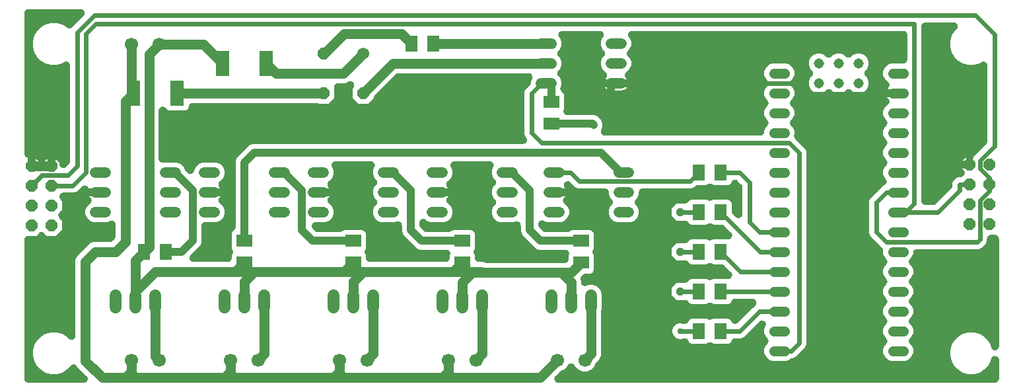
<source format=gbr>
G04 EAGLE Gerber RS-274X export*
G75*
%MOMM*%
%FSLAX34Y34*%
%LPD*%
%INTop Copper*%
%IPPOS*%
%AMOC8*
5,1,8,0,0,1.08239X$1,22.5*%
G01*
%ADD10C,1.524000*%
%ADD11P,1.649562X8X292.500000*%
%ADD12P,1.649562X8X112.500000*%
%ADD13P,1.649562X8X202.500000*%
%ADD14C,1.320800*%
%ADD15R,1.600000X2.000000*%
%ADD16R,2.000000X1.600000*%
%ADD17R,1.800000X3.200000*%
%ADD18C,1.524000*%
%ADD19C,1.308000*%
%ADD20C,1.308000*%
%ADD21C,1.700000*%
%ADD22C,1.270000*%
%ADD23C,0.609600*%
%ADD24C,0.756400*%
%ADD25C,1.016000*%
%ADD26C,0.152400*%
%ADD27P,1.082390X8X22.500000*%

G36*
X1254707Y10171D02*
X1254707Y10171D01*
X1254863Y10170D01*
X1255025Y10191D01*
X1255187Y10201D01*
X1255340Y10230D01*
X1255496Y10249D01*
X1255653Y10290D01*
X1255813Y10320D01*
X1255961Y10368D01*
X1256113Y10407D01*
X1256264Y10466D01*
X1256419Y10517D01*
X1256560Y10583D01*
X1256706Y10641D01*
X1256848Y10718D01*
X1256995Y10788D01*
X1257127Y10871D01*
X1257265Y10946D01*
X1257396Y11042D01*
X1257533Y11129D01*
X1257654Y11228D01*
X1257781Y11320D01*
X1257899Y11431D01*
X1258025Y11534D01*
X1258132Y11648D01*
X1258246Y11755D01*
X1258350Y11880D01*
X1258461Y11998D01*
X1258553Y12125D01*
X1258653Y12245D01*
X1258741Y12382D01*
X1258836Y12513D01*
X1258912Y12650D01*
X1258996Y12782D01*
X1259066Y12929D01*
X1259144Y13071D01*
X1259202Y13217D01*
X1259269Y13358D01*
X1259319Y13513D01*
X1259379Y13664D01*
X1259418Y13815D01*
X1259467Y13964D01*
X1259498Y14123D01*
X1259539Y14280D01*
X1259559Y14436D01*
X1259588Y14589D01*
X1259598Y14746D01*
X1259620Y14912D01*
X1259620Y15083D01*
X1259630Y15243D01*
X1259616Y39332D01*
X1259597Y39621D01*
X1259582Y39911D01*
X1259577Y39939D01*
X1259575Y39968D01*
X1259521Y40253D01*
X1259470Y40538D01*
X1259461Y40566D01*
X1259456Y40594D01*
X1259366Y40870D01*
X1259280Y41146D01*
X1259268Y41172D01*
X1259259Y41200D01*
X1259135Y41463D01*
X1259015Y41726D01*
X1259000Y41750D01*
X1258987Y41776D01*
X1258831Y42022D01*
X1258679Y42268D01*
X1258661Y42290D01*
X1258646Y42314D01*
X1258460Y42539D01*
X1258279Y42763D01*
X1258258Y42783D01*
X1258240Y42805D01*
X1258028Y43004D01*
X1257820Y43205D01*
X1257797Y43222D01*
X1257776Y43242D01*
X1257541Y43412D01*
X1257309Y43585D01*
X1257284Y43599D01*
X1257260Y43616D01*
X1257005Y43757D01*
X1256754Y43899D01*
X1256728Y43910D01*
X1256702Y43924D01*
X1256432Y44031D01*
X1256165Y44141D01*
X1256137Y44148D01*
X1256110Y44159D01*
X1255829Y44231D01*
X1255549Y44307D01*
X1255521Y44310D01*
X1255493Y44318D01*
X1255204Y44354D01*
X1254918Y44394D01*
X1254890Y44395D01*
X1254861Y44398D01*
X1254570Y44399D01*
X1254281Y44402D01*
X1254253Y44399D01*
X1254224Y44399D01*
X1253936Y44363D01*
X1253648Y44330D01*
X1253620Y44324D01*
X1253592Y44320D01*
X1253311Y44248D01*
X1253029Y44180D01*
X1253002Y44170D01*
X1252974Y44162D01*
X1252706Y44057D01*
X1252434Y43953D01*
X1252408Y43939D01*
X1252381Y43929D01*
X1252128Y43790D01*
X1251871Y43653D01*
X1251848Y43637D01*
X1251823Y43623D01*
X1251588Y43453D01*
X1251351Y43286D01*
X1251330Y43266D01*
X1251306Y43249D01*
X1251095Y43052D01*
X1250881Y42856D01*
X1250862Y42834D01*
X1250841Y42814D01*
X1250656Y42591D01*
X1250468Y42370D01*
X1250452Y42346D01*
X1250434Y42324D01*
X1250277Y42079D01*
X1250119Y41837D01*
X1250107Y41811D01*
X1250091Y41787D01*
X1249966Y41522D01*
X1249840Y41265D01*
X1249831Y41238D01*
X1249819Y41211D01*
X1249708Y40873D01*
X1249630Y40644D01*
X1248844Y37709D01*
X1245334Y31630D01*
X1240370Y26666D01*
X1234291Y23156D01*
X1227510Y21339D01*
X1220490Y21339D01*
X1213709Y23156D01*
X1207630Y26666D01*
X1202666Y31630D01*
X1199156Y37709D01*
X1197339Y44490D01*
X1197339Y51510D01*
X1199156Y58291D01*
X1202666Y64370D01*
X1207630Y69334D01*
X1213709Y72844D01*
X1220490Y74661D01*
X1227510Y74661D01*
X1234291Y72844D01*
X1240370Y69334D01*
X1245334Y64370D01*
X1248844Y58291D01*
X1249620Y55395D01*
X1249713Y55118D01*
X1249804Y54839D01*
X1249815Y54816D01*
X1249823Y54791D01*
X1249950Y54528D01*
X1250075Y54263D01*
X1250089Y54241D01*
X1250100Y54218D01*
X1250259Y53972D01*
X1250416Y53725D01*
X1250433Y53705D01*
X1250447Y53683D01*
X1250635Y53460D01*
X1250822Y53234D01*
X1250841Y53216D01*
X1250858Y53196D01*
X1251074Y52998D01*
X1251287Y52797D01*
X1251307Y52782D01*
X1251327Y52765D01*
X1251566Y52594D01*
X1251802Y52423D01*
X1251825Y52410D01*
X1251846Y52395D01*
X1252104Y52256D01*
X1252360Y52115D01*
X1252384Y52106D01*
X1252407Y52094D01*
X1252681Y51988D01*
X1252952Y51880D01*
X1252977Y51874D01*
X1253001Y51865D01*
X1253285Y51795D01*
X1253569Y51721D01*
X1253595Y51718D01*
X1253620Y51712D01*
X1253910Y51678D01*
X1254201Y51641D01*
X1254227Y51641D01*
X1254253Y51638D01*
X1254545Y51640D01*
X1254838Y51640D01*
X1254864Y51643D01*
X1254890Y51644D01*
X1255180Y51683D01*
X1255471Y51719D01*
X1255496Y51726D01*
X1255521Y51729D01*
X1255805Y51804D01*
X1256088Y51877D01*
X1256112Y51886D01*
X1256137Y51893D01*
X1256408Y52003D01*
X1256681Y52110D01*
X1256703Y52123D01*
X1256727Y52132D01*
X1256983Y52276D01*
X1257240Y52416D01*
X1257260Y52431D01*
X1257283Y52444D01*
X1257519Y52618D01*
X1257756Y52790D01*
X1257775Y52807D01*
X1257795Y52823D01*
X1258007Y53025D01*
X1258221Y53225D01*
X1258238Y53245D01*
X1258256Y53263D01*
X1258441Y53490D01*
X1258628Y53715D01*
X1258642Y53737D01*
X1258659Y53757D01*
X1258813Y54005D01*
X1258971Y54252D01*
X1258982Y54276D01*
X1258996Y54297D01*
X1259118Y54563D01*
X1259244Y54828D01*
X1259252Y54853D01*
X1259263Y54876D01*
X1259350Y55153D01*
X1259442Y55433D01*
X1259447Y55459D01*
X1259455Y55483D01*
X1259507Y55770D01*
X1259563Y56059D01*
X1259565Y56084D01*
X1259570Y56110D01*
X1259590Y56476D01*
X1259605Y56713D01*
X1259522Y194407D01*
X1259512Y194560D01*
X1259513Y194714D01*
X1259492Y194878D01*
X1259482Y195043D01*
X1259453Y195193D01*
X1259434Y195346D01*
X1259393Y195506D01*
X1259362Y195669D01*
X1259315Y195815D01*
X1259277Y195963D01*
X1259216Y196117D01*
X1259165Y196275D01*
X1259100Y196413D01*
X1259044Y196556D01*
X1258964Y196702D01*
X1258894Y196851D01*
X1258812Y196981D01*
X1258738Y197115D01*
X1258641Y197249D01*
X1258552Y197389D01*
X1258455Y197507D01*
X1258365Y197632D01*
X1258252Y197752D01*
X1258146Y197880D01*
X1258034Y197985D01*
X1257930Y198097D01*
X1257803Y198203D01*
X1257682Y198316D01*
X1257558Y198407D01*
X1257440Y198505D01*
X1257301Y198594D01*
X1257167Y198691D01*
X1257032Y198765D01*
X1256903Y198848D01*
X1256754Y198919D01*
X1256609Y198998D01*
X1256466Y199055D01*
X1256327Y199121D01*
X1256170Y199172D01*
X1256016Y199233D01*
X1255868Y199272D01*
X1255722Y199320D01*
X1255560Y199351D01*
X1255399Y199392D01*
X1255247Y199412D01*
X1255097Y199441D01*
X1254936Y199451D01*
X1254767Y199473D01*
X1254600Y199473D01*
X1254443Y199483D01*
X1249332Y199483D01*
X1249177Y199474D01*
X1249022Y199474D01*
X1248860Y199454D01*
X1248696Y199443D01*
X1248544Y199414D01*
X1248390Y199395D01*
X1248231Y199355D01*
X1248070Y199324D01*
X1247923Y199276D01*
X1247773Y199238D01*
X1247620Y199178D01*
X1247464Y199127D01*
X1247324Y199062D01*
X1247180Y199005D01*
X1247036Y198926D01*
X1246888Y198856D01*
X1246757Y198774D01*
X1246621Y198699D01*
X1246488Y198603D01*
X1246349Y198515D01*
X1246230Y198417D01*
X1246104Y198326D01*
X1245985Y198214D01*
X1245858Y198110D01*
X1245752Y197997D01*
X1245639Y197891D01*
X1245534Y197765D01*
X1245422Y197646D01*
X1245330Y197520D01*
X1245231Y197401D01*
X1245143Y197263D01*
X1245047Y197131D01*
X1244972Y196995D01*
X1244888Y196864D01*
X1244818Y196716D01*
X1244739Y196573D01*
X1244682Y196429D01*
X1244615Y196289D01*
X1244564Y196133D01*
X1244504Y195980D01*
X1244465Y195830D01*
X1244416Y195683D01*
X1244385Y195522D01*
X1244344Y195364D01*
X1244325Y195210D01*
X1244295Y195058D01*
X1244285Y194899D01*
X1244263Y194732D01*
X1244263Y194563D01*
X1244253Y194404D01*
X1244253Y191889D01*
X1242861Y188528D01*
X1237080Y182747D01*
X1233719Y181355D01*
X1154556Y181355D01*
X1154401Y181346D01*
X1154246Y181346D01*
X1154084Y181326D01*
X1153920Y181315D01*
X1153768Y181286D01*
X1153614Y181267D01*
X1153455Y181227D01*
X1153294Y181196D01*
X1153147Y181148D01*
X1152997Y181110D01*
X1152844Y181050D01*
X1152688Y180999D01*
X1152548Y180934D01*
X1152404Y180877D01*
X1152260Y180798D01*
X1152112Y180728D01*
X1151981Y180646D01*
X1151845Y180571D01*
X1151712Y180475D01*
X1151573Y180387D01*
X1151454Y180289D01*
X1151328Y180198D01*
X1151209Y180086D01*
X1151082Y179982D01*
X1150976Y179869D01*
X1150863Y179763D01*
X1150758Y179637D01*
X1150646Y179518D01*
X1150554Y179392D01*
X1150455Y179273D01*
X1150367Y179135D01*
X1150271Y179003D01*
X1150196Y178867D01*
X1150112Y178736D01*
X1150042Y178588D01*
X1149963Y178445D01*
X1149906Y178301D01*
X1149839Y178161D01*
X1149788Y178005D01*
X1149728Y177852D01*
X1149689Y177702D01*
X1149640Y177555D01*
X1149609Y177394D01*
X1149568Y177236D01*
X1149549Y177082D01*
X1149519Y176930D01*
X1149509Y176771D01*
X1149487Y176604D01*
X1149487Y176435D01*
X1149477Y176276D01*
X1149477Y175286D01*
X1147553Y170642D01*
X1145603Y168692D01*
X1145500Y168575D01*
X1145390Y168466D01*
X1145290Y168337D01*
X1145181Y168214D01*
X1145094Y168086D01*
X1144999Y167963D01*
X1144915Y167822D01*
X1144823Y167687D01*
X1144753Y167549D01*
X1144673Y167416D01*
X1144608Y167265D01*
X1144534Y167119D01*
X1144481Y166974D01*
X1144419Y166831D01*
X1144373Y166674D01*
X1144317Y166520D01*
X1144284Y166369D01*
X1144240Y166220D01*
X1144214Y166058D01*
X1144178Y165898D01*
X1144163Y165744D01*
X1144139Y165591D01*
X1144133Y165427D01*
X1144118Y165264D01*
X1144122Y165109D01*
X1144117Y164954D01*
X1144132Y164791D01*
X1144137Y164627D01*
X1144161Y164474D01*
X1144175Y164320D01*
X1144211Y164160D01*
X1144236Y163998D01*
X1144279Y163849D01*
X1144312Y163698D01*
X1144367Y163543D01*
X1144413Y163386D01*
X1144474Y163243D01*
X1144526Y163097D01*
X1144600Y162951D01*
X1144665Y162801D01*
X1144744Y162667D01*
X1144814Y162529D01*
X1144905Y162393D01*
X1144989Y162252D01*
X1145084Y162129D01*
X1145170Y162001D01*
X1145275Y161881D01*
X1145378Y161748D01*
X1145498Y161628D01*
X1145603Y161508D01*
X1147553Y159558D01*
X1149477Y154914D01*
X1149477Y149886D01*
X1147553Y145242D01*
X1145603Y143292D01*
X1145500Y143175D01*
X1145390Y143066D01*
X1145290Y142937D01*
X1145181Y142814D01*
X1145094Y142686D01*
X1144999Y142563D01*
X1144915Y142422D01*
X1144823Y142287D01*
X1144753Y142149D01*
X1144673Y142016D01*
X1144608Y141865D01*
X1144534Y141719D01*
X1144481Y141574D01*
X1144419Y141431D01*
X1144373Y141274D01*
X1144317Y141120D01*
X1144284Y140969D01*
X1144240Y140820D01*
X1144214Y140658D01*
X1144178Y140498D01*
X1144163Y140344D01*
X1144139Y140191D01*
X1144133Y140027D01*
X1144118Y139864D01*
X1144122Y139709D01*
X1144117Y139554D01*
X1144132Y139391D01*
X1144137Y139227D01*
X1144161Y139074D01*
X1144175Y138920D01*
X1144211Y138760D01*
X1144236Y138598D01*
X1144279Y138449D01*
X1144312Y138298D01*
X1144367Y138143D01*
X1144413Y137986D01*
X1144474Y137843D01*
X1144526Y137697D01*
X1144600Y137551D01*
X1144665Y137401D01*
X1144744Y137267D01*
X1144814Y137129D01*
X1144905Y136993D01*
X1144989Y136852D01*
X1145084Y136729D01*
X1145170Y136601D01*
X1145275Y136481D01*
X1145378Y136348D01*
X1145498Y136228D01*
X1145603Y136108D01*
X1147553Y134158D01*
X1149477Y129514D01*
X1149477Y124486D01*
X1147553Y119842D01*
X1145603Y117892D01*
X1145500Y117775D01*
X1145390Y117666D01*
X1145290Y117537D01*
X1145181Y117414D01*
X1145094Y117286D01*
X1144999Y117163D01*
X1144915Y117022D01*
X1144823Y116887D01*
X1144753Y116749D01*
X1144673Y116616D01*
X1144608Y116465D01*
X1144534Y116319D01*
X1144481Y116174D01*
X1144419Y116031D01*
X1144373Y115874D01*
X1144317Y115720D01*
X1144284Y115569D01*
X1144240Y115420D01*
X1144214Y115258D01*
X1144178Y115098D01*
X1144163Y114944D01*
X1144139Y114791D01*
X1144133Y114627D01*
X1144118Y114464D01*
X1144122Y114309D01*
X1144117Y114154D01*
X1144132Y113991D01*
X1144137Y113827D01*
X1144161Y113674D01*
X1144175Y113520D01*
X1144211Y113360D01*
X1144236Y113198D01*
X1144279Y113049D01*
X1144312Y112898D01*
X1144367Y112743D01*
X1144413Y112586D01*
X1144474Y112443D01*
X1144526Y112297D01*
X1144600Y112151D01*
X1144665Y112001D01*
X1144744Y111867D01*
X1144814Y111729D01*
X1144905Y111593D01*
X1144989Y111452D01*
X1145084Y111329D01*
X1145170Y111201D01*
X1145275Y111081D01*
X1145378Y110948D01*
X1145498Y110828D01*
X1145603Y110708D01*
X1147553Y108758D01*
X1149477Y104114D01*
X1149477Y99086D01*
X1147553Y94442D01*
X1145603Y92492D01*
X1145500Y92375D01*
X1145390Y92266D01*
X1145290Y92137D01*
X1145181Y92014D01*
X1145094Y91886D01*
X1144999Y91763D01*
X1144915Y91622D01*
X1144823Y91487D01*
X1144753Y91349D01*
X1144673Y91216D01*
X1144608Y91065D01*
X1144534Y90919D01*
X1144481Y90773D01*
X1144419Y90631D01*
X1144373Y90474D01*
X1144317Y90320D01*
X1144284Y90169D01*
X1144240Y90020D01*
X1144214Y89858D01*
X1144178Y89698D01*
X1144163Y89544D01*
X1144139Y89391D01*
X1144133Y89227D01*
X1144118Y89064D01*
X1144122Y88909D01*
X1144117Y88754D01*
X1144132Y88591D01*
X1144137Y88427D01*
X1144161Y88274D01*
X1144175Y88120D01*
X1144211Y87960D01*
X1144236Y87798D01*
X1144279Y87649D01*
X1144312Y87498D01*
X1144367Y87343D01*
X1144413Y87186D01*
X1144474Y87043D01*
X1144526Y86897D01*
X1144600Y86751D01*
X1144665Y86601D01*
X1144744Y86467D01*
X1144814Y86329D01*
X1144905Y86193D01*
X1144989Y86052D01*
X1145084Y85929D01*
X1145170Y85801D01*
X1145275Y85681D01*
X1145378Y85548D01*
X1145497Y85428D01*
X1145603Y85308D01*
X1147553Y83358D01*
X1149477Y78714D01*
X1149477Y73686D01*
X1147553Y69042D01*
X1145603Y67092D01*
X1145500Y66975D01*
X1145390Y66866D01*
X1145290Y66737D01*
X1145181Y66614D01*
X1145094Y66486D01*
X1144999Y66363D01*
X1144915Y66222D01*
X1144823Y66087D01*
X1144753Y65949D01*
X1144673Y65816D01*
X1144608Y65665D01*
X1144534Y65519D01*
X1144481Y65373D01*
X1144419Y65231D01*
X1144373Y65074D01*
X1144317Y64920D01*
X1144284Y64769D01*
X1144240Y64620D01*
X1144214Y64458D01*
X1144178Y64298D01*
X1144163Y64144D01*
X1144139Y63991D01*
X1144133Y63827D01*
X1144118Y63664D01*
X1144122Y63509D01*
X1144117Y63354D01*
X1144132Y63191D01*
X1144137Y63027D01*
X1144161Y62874D01*
X1144175Y62720D01*
X1144211Y62560D01*
X1144236Y62398D01*
X1144279Y62249D01*
X1144312Y62098D01*
X1144367Y61943D01*
X1144413Y61786D01*
X1144474Y61643D01*
X1144526Y61497D01*
X1144600Y61351D01*
X1144665Y61201D01*
X1144744Y61067D01*
X1144814Y60929D01*
X1144905Y60793D01*
X1144989Y60652D01*
X1145084Y60529D01*
X1145170Y60401D01*
X1145275Y60281D01*
X1145378Y60148D01*
X1145497Y60028D01*
X1145603Y59908D01*
X1147553Y57958D01*
X1149477Y53314D01*
X1149477Y48286D01*
X1147553Y43642D01*
X1143998Y40087D01*
X1139354Y38163D01*
X1121246Y38163D01*
X1116602Y40087D01*
X1113047Y43642D01*
X1111123Y48286D01*
X1111123Y53314D01*
X1113047Y57958D01*
X1114997Y59908D01*
X1115100Y60025D01*
X1115210Y60134D01*
X1115310Y60263D01*
X1115419Y60386D01*
X1115506Y60514D01*
X1115601Y60637D01*
X1115685Y60778D01*
X1115777Y60913D01*
X1115847Y61051D01*
X1115927Y61184D01*
X1115992Y61335D01*
X1116066Y61481D01*
X1116119Y61626D01*
X1116181Y61769D01*
X1116227Y61926D01*
X1116283Y62080D01*
X1116316Y62231D01*
X1116360Y62380D01*
X1116386Y62542D01*
X1116422Y62702D01*
X1116437Y62856D01*
X1116461Y63009D01*
X1116467Y63173D01*
X1116482Y63336D01*
X1116478Y63491D01*
X1116483Y63646D01*
X1116468Y63809D01*
X1116463Y63973D01*
X1116439Y64126D01*
X1116425Y64280D01*
X1116389Y64440D01*
X1116364Y64602D01*
X1116321Y64751D01*
X1116288Y64902D01*
X1116233Y65057D01*
X1116187Y65214D01*
X1116126Y65357D01*
X1116074Y65503D01*
X1116000Y65649D01*
X1115935Y65799D01*
X1115856Y65933D01*
X1115786Y66071D01*
X1115695Y66207D01*
X1115611Y66348D01*
X1115516Y66471D01*
X1115430Y66599D01*
X1115325Y66719D01*
X1115222Y66852D01*
X1115102Y66972D01*
X1114997Y67092D01*
X1113047Y69042D01*
X1111123Y73686D01*
X1111123Y78714D01*
X1113047Y83358D01*
X1114997Y85308D01*
X1115100Y85425D01*
X1115210Y85534D01*
X1115310Y85663D01*
X1115419Y85786D01*
X1115506Y85914D01*
X1115601Y86037D01*
X1115685Y86178D01*
X1115777Y86313D01*
X1115847Y86451D01*
X1115927Y86584D01*
X1115992Y86735D01*
X1116066Y86881D01*
X1116119Y87026D01*
X1116181Y87169D01*
X1116227Y87326D01*
X1116283Y87480D01*
X1116316Y87631D01*
X1116360Y87780D01*
X1116386Y87942D01*
X1116422Y88102D01*
X1116437Y88256D01*
X1116461Y88409D01*
X1116467Y88573D01*
X1116482Y88736D01*
X1116478Y88891D01*
X1116483Y89046D01*
X1116468Y89209D01*
X1116463Y89373D01*
X1116439Y89526D01*
X1116425Y89680D01*
X1116389Y89840D01*
X1116364Y90002D01*
X1116321Y90151D01*
X1116288Y90302D01*
X1116233Y90457D01*
X1116187Y90614D01*
X1116126Y90757D01*
X1116074Y90903D01*
X1116000Y91049D01*
X1115935Y91199D01*
X1115856Y91333D01*
X1115786Y91471D01*
X1115695Y91607D01*
X1115611Y91748D01*
X1115516Y91871D01*
X1115430Y91999D01*
X1115325Y92119D01*
X1115222Y92252D01*
X1115102Y92372D01*
X1114997Y92492D01*
X1113047Y94442D01*
X1111123Y99086D01*
X1111123Y104114D01*
X1113047Y108758D01*
X1114997Y110708D01*
X1115100Y110825D01*
X1115210Y110934D01*
X1115310Y111063D01*
X1115419Y111186D01*
X1115506Y111314D01*
X1115601Y111437D01*
X1115685Y111578D01*
X1115777Y111713D01*
X1115847Y111851D01*
X1115927Y111984D01*
X1115992Y112135D01*
X1116066Y112281D01*
X1116119Y112427D01*
X1116181Y112569D01*
X1116227Y112726D01*
X1116283Y112880D01*
X1116316Y113031D01*
X1116360Y113180D01*
X1116386Y113342D01*
X1116422Y113502D01*
X1116437Y113656D01*
X1116461Y113809D01*
X1116467Y113973D01*
X1116482Y114136D01*
X1116478Y114291D01*
X1116483Y114446D01*
X1116468Y114609D01*
X1116463Y114773D01*
X1116439Y114926D01*
X1116425Y115080D01*
X1116389Y115240D01*
X1116364Y115402D01*
X1116321Y115551D01*
X1116288Y115702D01*
X1116233Y115857D01*
X1116187Y116014D01*
X1116126Y116157D01*
X1116074Y116303D01*
X1116000Y116449D01*
X1115935Y116599D01*
X1115856Y116733D01*
X1115786Y116871D01*
X1115695Y117007D01*
X1115611Y117148D01*
X1115516Y117271D01*
X1115430Y117399D01*
X1115325Y117519D01*
X1115222Y117652D01*
X1115103Y117772D01*
X1114997Y117892D01*
X1113047Y119842D01*
X1111123Y124486D01*
X1111123Y129514D01*
X1113047Y134158D01*
X1114997Y136108D01*
X1115100Y136225D01*
X1115210Y136334D01*
X1115310Y136463D01*
X1115419Y136586D01*
X1115506Y136714D01*
X1115601Y136837D01*
X1115685Y136978D01*
X1115777Y137113D01*
X1115847Y137251D01*
X1115927Y137384D01*
X1115992Y137535D01*
X1116066Y137681D01*
X1116119Y137827D01*
X1116181Y137969D01*
X1116227Y138126D01*
X1116283Y138280D01*
X1116316Y138431D01*
X1116360Y138580D01*
X1116386Y138742D01*
X1116422Y138902D01*
X1116437Y139056D01*
X1116461Y139209D01*
X1116467Y139373D01*
X1116482Y139536D01*
X1116478Y139691D01*
X1116483Y139846D01*
X1116468Y140009D01*
X1116463Y140173D01*
X1116439Y140326D01*
X1116425Y140480D01*
X1116389Y140640D01*
X1116364Y140802D01*
X1116321Y140951D01*
X1116288Y141102D01*
X1116233Y141257D01*
X1116187Y141414D01*
X1116126Y141557D01*
X1116074Y141703D01*
X1116000Y141849D01*
X1115935Y141999D01*
X1115856Y142133D01*
X1115786Y142271D01*
X1115695Y142407D01*
X1115611Y142548D01*
X1115516Y142671D01*
X1115430Y142799D01*
X1115325Y142919D01*
X1115222Y143052D01*
X1115103Y143172D01*
X1114997Y143292D01*
X1113047Y145242D01*
X1111123Y149886D01*
X1111123Y154914D01*
X1113047Y159558D01*
X1114997Y161508D01*
X1115100Y161625D01*
X1115210Y161734D01*
X1115310Y161863D01*
X1115419Y161986D01*
X1115506Y162114D01*
X1115601Y162237D01*
X1115685Y162378D01*
X1115777Y162513D01*
X1115847Y162651D01*
X1115927Y162784D01*
X1115992Y162935D01*
X1116066Y163081D01*
X1116119Y163227D01*
X1116181Y163369D01*
X1116227Y163526D01*
X1116283Y163680D01*
X1116316Y163831D01*
X1116360Y163980D01*
X1116386Y164142D01*
X1116422Y164302D01*
X1116437Y164456D01*
X1116461Y164609D01*
X1116467Y164773D01*
X1116482Y164936D01*
X1116478Y165091D01*
X1116483Y165246D01*
X1116468Y165409D01*
X1116463Y165573D01*
X1116439Y165726D01*
X1116425Y165880D01*
X1116389Y166040D01*
X1116364Y166202D01*
X1116321Y166351D01*
X1116288Y166502D01*
X1116233Y166657D01*
X1116187Y166814D01*
X1116126Y166957D01*
X1116074Y167103D01*
X1116000Y167249D01*
X1115935Y167399D01*
X1115856Y167533D01*
X1115786Y167671D01*
X1115695Y167807D01*
X1115611Y167948D01*
X1115516Y168071D01*
X1115430Y168199D01*
X1115325Y168319D01*
X1115222Y168452D01*
X1115103Y168572D01*
X1114997Y168692D01*
X1113047Y170642D01*
X1111123Y175286D01*
X1111123Y179240D01*
X1111119Y179313D01*
X1111121Y179386D01*
X1111099Y179631D01*
X1111083Y179876D01*
X1111070Y179947D01*
X1111063Y180020D01*
X1111010Y180261D01*
X1110964Y180502D01*
X1110941Y180571D01*
X1110926Y180643D01*
X1110843Y180874D01*
X1110767Y181108D01*
X1110736Y181174D01*
X1110712Y181243D01*
X1110601Y181462D01*
X1110496Y181685D01*
X1110457Y181746D01*
X1110424Y181811D01*
X1110287Y182015D01*
X1110155Y182223D01*
X1110109Y182279D01*
X1110068Y182340D01*
X1109915Y182513D01*
X1109750Y182714D01*
X1109689Y182771D01*
X1109636Y182832D01*
X1106433Y186034D01*
X1097734Y194733D01*
X1094447Y198020D01*
X1093055Y201381D01*
X1093055Y243119D01*
X1094447Y246480D01*
X1106433Y258466D01*
X1109720Y261752D01*
X1112467Y262890D01*
X1112643Y262977D01*
X1112822Y263054D01*
X1112928Y263116D01*
X1113039Y263171D01*
X1113203Y263278D01*
X1113371Y263377D01*
X1113469Y263453D01*
X1113571Y263520D01*
X1113721Y263648D01*
X1113875Y263767D01*
X1113962Y263854D01*
X1114056Y263934D01*
X1114188Y264079D01*
X1114327Y264217D01*
X1114402Y264314D01*
X1114485Y264405D01*
X1114598Y264565D01*
X1114718Y264720D01*
X1114781Y264825D01*
X1114852Y264926D01*
X1114944Y265099D01*
X1115044Y265267D01*
X1115093Y265380D01*
X1115150Y265489D01*
X1115220Y265672D01*
X1115298Y265851D01*
X1115333Y265969D01*
X1115376Y266085D01*
X1115422Y266275D01*
X1115477Y266463D01*
X1115497Y266584D01*
X1115526Y266704D01*
X1115547Y266899D01*
X1115578Y267092D01*
X1115583Y267215D01*
X1115596Y267337D01*
X1115593Y267533D01*
X1115600Y267729D01*
X1115589Y267851D01*
X1115587Y267974D01*
X1115560Y268168D01*
X1115542Y268363D01*
X1115515Y268483D01*
X1115498Y268605D01*
X1115447Y268794D01*
X1115405Y268985D01*
X1115363Y269101D01*
X1115331Y269220D01*
X1115256Y269401D01*
X1115191Y269586D01*
X1115135Y269695D01*
X1115088Y269809D01*
X1114992Y269979D01*
X1114903Y270154D01*
X1114834Y270256D01*
X1114774Y270363D01*
X1114656Y270520D01*
X1114547Y270682D01*
X1114468Y270772D01*
X1114392Y270873D01*
X1114244Y271027D01*
X1114114Y271174D01*
X1113047Y272242D01*
X1111123Y276886D01*
X1111123Y281914D01*
X1113047Y286558D01*
X1114997Y288508D01*
X1115100Y288625D01*
X1115210Y288734D01*
X1115310Y288863D01*
X1115419Y288986D01*
X1115506Y289114D01*
X1115601Y289237D01*
X1115685Y289378D01*
X1115777Y289513D01*
X1115847Y289651D01*
X1115927Y289784D01*
X1115992Y289935D01*
X1116066Y290081D01*
X1116119Y290226D01*
X1116181Y290369D01*
X1116227Y290526D01*
X1116283Y290680D01*
X1116316Y290831D01*
X1116360Y290980D01*
X1116386Y291142D01*
X1116422Y291302D01*
X1116437Y291456D01*
X1116461Y291609D01*
X1116467Y291773D01*
X1116482Y291936D01*
X1116478Y292091D01*
X1116483Y292246D01*
X1116468Y292409D01*
X1116463Y292573D01*
X1116439Y292726D01*
X1116425Y292880D01*
X1116389Y293040D01*
X1116364Y293202D01*
X1116321Y293351D01*
X1116288Y293502D01*
X1116233Y293657D01*
X1116187Y293814D01*
X1116126Y293957D01*
X1116074Y294103D01*
X1116000Y294249D01*
X1115935Y294399D01*
X1115856Y294533D01*
X1115786Y294671D01*
X1115695Y294807D01*
X1115611Y294948D01*
X1115516Y295071D01*
X1115430Y295199D01*
X1115325Y295319D01*
X1115222Y295452D01*
X1115102Y295572D01*
X1114997Y295692D01*
X1113047Y297642D01*
X1111123Y302286D01*
X1111123Y307314D01*
X1113047Y311958D01*
X1114997Y313908D01*
X1115100Y314025D01*
X1115210Y314134D01*
X1115310Y314263D01*
X1115419Y314386D01*
X1115506Y314514D01*
X1115601Y314637D01*
X1115685Y314778D01*
X1115777Y314913D01*
X1115847Y315051D01*
X1115927Y315184D01*
X1115992Y315335D01*
X1116066Y315481D01*
X1116119Y315626D01*
X1116181Y315769D01*
X1116227Y315926D01*
X1116283Y316080D01*
X1116316Y316231D01*
X1116360Y316380D01*
X1116386Y316542D01*
X1116422Y316702D01*
X1116437Y316856D01*
X1116461Y317009D01*
X1116467Y317173D01*
X1116482Y317336D01*
X1116478Y317491D01*
X1116483Y317646D01*
X1116468Y317809D01*
X1116463Y317973D01*
X1116439Y318126D01*
X1116425Y318280D01*
X1116389Y318440D01*
X1116364Y318602D01*
X1116321Y318751D01*
X1116288Y318902D01*
X1116233Y319057D01*
X1116187Y319214D01*
X1116126Y319357D01*
X1116074Y319503D01*
X1116000Y319649D01*
X1115935Y319799D01*
X1115856Y319933D01*
X1115786Y320071D01*
X1115695Y320207D01*
X1115611Y320348D01*
X1115516Y320471D01*
X1115430Y320599D01*
X1115325Y320719D01*
X1115222Y320852D01*
X1115102Y320972D01*
X1114997Y321092D01*
X1113047Y323042D01*
X1111123Y327686D01*
X1111123Y332714D01*
X1113047Y337358D01*
X1114997Y339308D01*
X1115100Y339425D01*
X1115210Y339534D01*
X1115310Y339663D01*
X1115419Y339786D01*
X1115506Y339914D01*
X1115601Y340037D01*
X1115685Y340178D01*
X1115777Y340313D01*
X1115847Y340451D01*
X1115927Y340584D01*
X1115992Y340735D01*
X1116066Y340881D01*
X1116119Y341027D01*
X1116181Y341169D01*
X1116227Y341326D01*
X1116283Y341480D01*
X1116316Y341631D01*
X1116360Y341780D01*
X1116386Y341942D01*
X1116422Y342102D01*
X1116437Y342256D01*
X1116461Y342409D01*
X1116467Y342573D01*
X1116482Y342736D01*
X1116478Y342891D01*
X1116483Y343046D01*
X1116468Y343209D01*
X1116463Y343373D01*
X1116439Y343526D01*
X1116425Y343680D01*
X1116389Y343840D01*
X1116364Y344002D01*
X1116321Y344151D01*
X1116288Y344302D01*
X1116233Y344457D01*
X1116187Y344614D01*
X1116126Y344757D01*
X1116074Y344903D01*
X1116000Y345049D01*
X1115935Y345199D01*
X1115856Y345333D01*
X1115786Y345471D01*
X1115695Y345607D01*
X1115611Y345748D01*
X1115516Y345871D01*
X1115430Y345999D01*
X1115325Y346119D01*
X1115222Y346252D01*
X1115103Y346372D01*
X1114997Y346492D01*
X1113047Y348442D01*
X1111123Y353086D01*
X1111123Y358114D01*
X1113047Y362758D01*
X1116770Y366481D01*
X1116850Y366528D01*
X1116947Y366603D01*
X1117050Y366671D01*
X1117199Y366798D01*
X1117354Y366918D01*
X1117441Y367004D01*
X1117534Y367084D01*
X1117666Y367229D01*
X1117805Y367367D01*
X1117881Y367464D01*
X1117963Y367555D01*
X1118076Y367715D01*
X1118197Y367870D01*
X1118259Y367976D01*
X1118330Y368076D01*
X1118422Y368250D01*
X1118522Y368418D01*
X1118571Y368530D01*
X1118629Y368639D01*
X1118698Y368823D01*
X1118776Y369002D01*
X1118811Y369120D01*
X1118854Y369235D01*
X1118900Y369425D01*
X1118956Y369614D01*
X1118975Y369735D01*
X1119004Y369854D01*
X1119026Y370049D01*
X1119057Y370243D01*
X1119061Y370365D01*
X1119075Y370487D01*
X1119072Y370683D01*
X1119078Y370879D01*
X1119067Y371002D01*
X1119066Y371124D01*
X1119038Y371319D01*
X1119020Y371514D01*
X1118994Y371634D01*
X1118977Y371755D01*
X1118925Y371944D01*
X1118883Y372136D01*
X1118842Y372252D01*
X1118810Y372370D01*
X1118735Y372551D01*
X1118669Y372736D01*
X1118614Y372846D01*
X1118567Y372959D01*
X1118470Y373130D01*
X1118382Y373305D01*
X1118313Y373407D01*
X1118252Y373513D01*
X1118135Y373670D01*
X1118025Y373833D01*
X1117946Y373923D01*
X1117871Y374024D01*
X1117723Y374177D01*
X1117593Y374325D01*
X1116834Y375084D01*
X1116226Y375921D01*
X1130300Y375921D01*
X1130454Y375930D01*
X1130609Y375930D01*
X1130772Y375950D01*
X1130936Y375961D01*
X1131087Y375989D01*
X1131241Y376009D01*
X1131401Y376049D01*
X1131561Y376080D01*
X1131709Y376128D01*
X1131859Y376166D01*
X1132011Y376226D01*
X1132167Y376276D01*
X1132308Y376342D01*
X1132452Y376399D01*
X1132596Y376478D01*
X1132744Y376547D01*
X1132875Y376630D01*
X1133011Y376705D01*
X1133144Y376801D01*
X1133282Y376888D01*
X1133402Y376987D01*
X1133527Y377078D01*
X1133647Y377190D01*
X1133773Y377294D01*
X1133880Y377407D01*
X1133993Y377513D01*
X1134098Y377639D01*
X1134210Y377758D01*
X1134301Y377884D01*
X1134400Y378003D01*
X1134489Y378141D01*
X1134585Y378273D01*
X1134660Y378409D01*
X1134743Y378540D01*
X1134814Y378688D01*
X1134893Y378831D01*
X1134950Y378975D01*
X1135016Y379115D01*
X1135068Y379271D01*
X1135128Y379423D01*
X1135167Y379573D01*
X1135215Y379721D01*
X1135246Y379881D01*
X1135287Y380040D01*
X1135307Y380194D01*
X1135337Y380346D01*
X1135347Y380505D01*
X1135368Y380672D01*
X1135369Y380841D01*
X1135379Y381000D01*
X1135369Y381155D01*
X1135369Y381252D01*
X1135369Y381310D01*
X1135349Y381473D01*
X1135339Y381636D01*
X1135310Y381788D01*
X1135291Y381942D01*
X1135250Y382101D01*
X1135220Y382262D01*
X1135172Y382409D01*
X1135134Y382559D01*
X1135074Y382712D01*
X1135023Y382868D01*
X1134957Y383008D01*
X1134900Y383152D01*
X1134822Y383296D01*
X1134752Y383445D01*
X1134669Y383575D01*
X1134595Y383711D01*
X1134499Y383844D01*
X1134411Y383983D01*
X1134312Y384102D01*
X1134222Y384228D01*
X1134110Y384347D01*
X1134005Y384474D01*
X1133892Y384580D01*
X1133787Y384693D01*
X1133661Y384798D01*
X1133541Y384911D01*
X1133416Y385002D01*
X1133297Y385101D01*
X1133159Y385189D01*
X1133026Y385286D01*
X1132891Y385360D01*
X1132760Y385444D01*
X1132612Y385514D01*
X1132468Y385593D01*
X1132324Y385650D01*
X1132184Y385717D01*
X1132028Y385768D01*
X1131876Y385829D01*
X1131726Y385867D01*
X1131579Y385916D01*
X1131418Y385947D01*
X1131259Y385988D01*
X1131106Y386008D01*
X1130954Y386037D01*
X1130795Y386047D01*
X1130627Y386069D01*
X1130459Y386069D01*
X1130300Y386079D01*
X1116226Y386079D01*
X1116834Y386916D01*
X1117593Y387675D01*
X1117723Y387822D01*
X1117859Y387963D01*
X1117933Y388061D01*
X1118014Y388153D01*
X1118125Y388315D01*
X1118242Y388472D01*
X1118303Y388578D01*
X1118372Y388680D01*
X1118462Y388855D01*
X1118559Y389024D01*
X1118606Y389138D01*
X1118662Y389247D01*
X1118729Y389432D01*
X1118804Y389613D01*
X1118836Y389731D01*
X1118878Y389847D01*
X1118921Y390038D01*
X1118973Y390227D01*
X1118991Y390349D01*
X1119017Y390468D01*
X1119036Y390663D01*
X1119064Y390857D01*
X1119066Y390980D01*
X1119078Y391103D01*
X1119072Y391298D01*
X1119075Y391495D01*
X1119062Y391617D01*
X1119059Y391739D01*
X1119028Y391933D01*
X1119007Y392128D01*
X1118979Y392247D01*
X1118960Y392369D01*
X1118905Y392557D01*
X1118860Y392748D01*
X1118817Y392863D01*
X1118783Y392981D01*
X1118705Y393161D01*
X1118636Y393344D01*
X1118579Y393453D01*
X1118530Y393566D01*
X1118431Y393735D01*
X1118339Y393908D01*
X1118269Y394009D01*
X1118207Y394115D01*
X1118087Y394270D01*
X1117975Y394431D01*
X1117892Y394522D01*
X1117817Y394619D01*
X1117679Y394758D01*
X1117547Y394903D01*
X1117454Y394983D01*
X1117367Y395070D01*
X1117213Y395191D01*
X1117064Y395318D01*
X1116962Y395386D01*
X1116865Y395462D01*
X1116772Y395517D01*
X1113047Y399242D01*
X1111123Y403886D01*
X1111123Y408914D01*
X1113047Y413558D01*
X1116602Y417113D01*
X1121246Y419037D01*
X1136876Y419037D01*
X1137031Y419046D01*
X1137186Y419046D01*
X1137348Y419066D01*
X1137512Y419077D01*
X1137664Y419106D01*
X1137818Y419125D01*
X1137977Y419165D01*
X1138138Y419196D01*
X1138285Y419244D01*
X1138435Y419282D01*
X1138588Y419342D01*
X1138744Y419393D01*
X1138884Y419458D01*
X1139028Y419515D01*
X1139172Y419594D01*
X1139320Y419664D01*
X1139451Y419746D01*
X1139587Y419821D01*
X1139720Y419917D01*
X1139859Y420005D01*
X1139978Y420103D01*
X1140104Y420194D01*
X1140223Y420306D01*
X1140350Y420410D01*
X1140456Y420523D01*
X1140569Y420629D01*
X1140674Y420755D01*
X1140786Y420874D01*
X1140878Y421000D01*
X1140977Y421119D01*
X1141065Y421257D01*
X1141161Y421389D01*
X1141236Y421525D01*
X1141320Y421656D01*
X1141390Y421804D01*
X1141469Y421947D01*
X1141526Y422091D01*
X1141593Y422231D01*
X1141644Y422387D01*
X1141704Y422540D01*
X1141743Y422690D01*
X1141792Y422837D01*
X1141823Y422998D01*
X1141864Y423156D01*
X1141883Y423310D01*
X1141913Y423462D01*
X1141923Y423621D01*
X1141945Y423788D01*
X1141945Y423957D01*
X1141955Y424116D01*
X1141955Y455676D01*
X1141946Y455831D01*
X1141946Y455986D01*
X1141926Y456148D01*
X1141915Y456312D01*
X1141886Y456464D01*
X1141867Y456618D01*
X1141827Y456777D01*
X1141796Y456938D01*
X1141748Y457085D01*
X1141710Y457235D01*
X1141650Y457388D01*
X1141599Y457544D01*
X1141534Y457684D01*
X1141477Y457828D01*
X1141398Y457972D01*
X1141328Y458120D01*
X1141246Y458251D01*
X1141171Y458387D01*
X1141075Y458520D01*
X1140987Y458659D01*
X1140889Y458778D01*
X1140798Y458904D01*
X1140686Y459023D01*
X1140582Y459150D01*
X1140469Y459256D01*
X1140363Y459369D01*
X1140237Y459474D01*
X1140118Y459586D01*
X1139992Y459678D01*
X1139873Y459777D01*
X1139735Y459865D01*
X1139603Y459961D01*
X1139467Y460036D01*
X1139336Y460120D01*
X1139188Y460190D01*
X1139045Y460269D01*
X1138901Y460326D01*
X1138761Y460393D01*
X1138605Y460444D01*
X1138452Y460504D01*
X1138302Y460543D01*
X1138155Y460592D01*
X1137994Y460623D01*
X1137836Y460664D01*
X1137682Y460683D01*
X1137530Y460713D01*
X1137371Y460723D01*
X1137204Y460745D01*
X1137035Y460745D01*
X1136876Y460755D01*
X789177Y460755D01*
X788940Y460740D01*
X788704Y460733D01*
X788622Y460720D01*
X788541Y460715D01*
X788308Y460671D01*
X788074Y460634D01*
X787996Y460611D01*
X787915Y460596D01*
X787690Y460523D01*
X787462Y460457D01*
X787387Y460425D01*
X787309Y460399D01*
X787095Y460299D01*
X786877Y460205D01*
X786806Y460163D01*
X786732Y460128D01*
X786532Y460002D01*
X786328Y459881D01*
X786263Y459831D01*
X786194Y459787D01*
X786011Y459636D01*
X785824Y459492D01*
X785766Y459434D01*
X785703Y459382D01*
X785540Y459209D01*
X785373Y459042D01*
X785322Y458977D01*
X785266Y458918D01*
X785127Y458726D01*
X784981Y458539D01*
X784939Y458469D01*
X784891Y458403D01*
X784777Y458195D01*
X784656Y457992D01*
X784623Y457916D01*
X784584Y457845D01*
X784496Y457625D01*
X784402Y457407D01*
X784378Y457329D01*
X784348Y457252D01*
X784289Y457024D01*
X784222Y456796D01*
X784209Y456715D01*
X784189Y456636D01*
X784159Y456401D01*
X784121Y456167D01*
X784118Y456085D01*
X784108Y456004D01*
X784108Y455767D01*
X784099Y455530D01*
X784107Y455449D01*
X784107Y455366D01*
X784136Y455131D01*
X784158Y454896D01*
X784175Y454816D01*
X784185Y454734D01*
X784244Y454504D01*
X784295Y454274D01*
X784322Y454196D01*
X784343Y454117D01*
X784429Y453896D01*
X784509Y453673D01*
X784546Y453600D01*
X784576Y453524D01*
X784690Y453315D01*
X784796Y453105D01*
X784842Y453037D01*
X784881Y452965D01*
X785020Y452773D01*
X785153Y452577D01*
X785206Y452516D01*
X785255Y452448D01*
X785432Y452259D01*
X785585Y452084D01*
X785975Y451694D01*
X787909Y447026D01*
X787909Y441974D01*
X785975Y437306D01*
X784061Y435392D01*
X783959Y435275D01*
X783849Y435166D01*
X783748Y435037D01*
X783640Y434914D01*
X783553Y434786D01*
X783457Y434663D01*
X783374Y434522D01*
X783281Y434387D01*
X783211Y434249D01*
X783132Y434116D01*
X783067Y433965D01*
X782992Y433819D01*
X782939Y433673D01*
X782878Y433531D01*
X782832Y433374D01*
X782776Y433220D01*
X782742Y433069D01*
X782698Y432920D01*
X782672Y432758D01*
X782637Y432598D01*
X782622Y432444D01*
X782597Y432291D01*
X782592Y432127D01*
X782576Y431964D01*
X782581Y431809D01*
X782576Y431654D01*
X782590Y431491D01*
X782595Y431327D01*
X782620Y431174D01*
X782634Y431020D01*
X782669Y430860D01*
X782694Y430698D01*
X782738Y430549D01*
X782771Y430398D01*
X782826Y430243D01*
X782871Y430086D01*
X782933Y429943D01*
X782985Y429797D01*
X783059Y429651D01*
X783124Y429501D01*
X783202Y429367D01*
X783272Y429229D01*
X783364Y429093D01*
X783447Y428952D01*
X783542Y428829D01*
X783629Y428701D01*
X783734Y428581D01*
X783837Y428448D01*
X783956Y428328D01*
X784061Y428208D01*
X785975Y426294D01*
X787909Y421626D01*
X787909Y416574D01*
X785975Y411906D01*
X782177Y408108D01*
X782134Y408074D01*
X782031Y408007D01*
X781883Y407880D01*
X781727Y407760D01*
X781640Y407673D01*
X781547Y407593D01*
X781415Y407448D01*
X781276Y407310D01*
X781200Y407213D01*
X781118Y407122D01*
X781005Y406962D01*
X780884Y406807D01*
X780822Y406702D01*
X780751Y406601D01*
X780659Y406428D01*
X780559Y406260D01*
X780510Y406147D01*
X780452Y406038D01*
X780383Y405855D01*
X780305Y405676D01*
X780270Y405558D01*
X780227Y405443D01*
X780181Y405252D01*
X780125Y405064D01*
X780106Y404943D01*
X780077Y404823D01*
X780055Y404628D01*
X780024Y404435D01*
X780020Y404312D01*
X780006Y404190D01*
X780009Y403994D01*
X780003Y403798D01*
X780014Y403676D01*
X780015Y403553D01*
X780043Y403359D01*
X780061Y403164D01*
X780087Y403044D01*
X780104Y402922D01*
X780156Y402733D01*
X780198Y402542D01*
X780239Y402426D01*
X780271Y402307D01*
X780346Y402126D01*
X780412Y401942D01*
X780467Y401832D01*
X780514Y401718D01*
X780611Y401548D01*
X780699Y401373D01*
X780768Y401271D01*
X780829Y401164D01*
X780946Y401007D01*
X781056Y400845D01*
X781135Y400754D01*
X781210Y400654D01*
X781358Y400500D01*
X781488Y400353D01*
X782183Y399657D01*
X782821Y398779D01*
X762000Y398779D01*
X754387Y398779D01*
X755025Y399657D01*
X755720Y400353D01*
X755849Y400499D01*
X755986Y400640D01*
X756060Y400738D01*
X756141Y400830D01*
X756251Y400992D01*
X756369Y401149D01*
X756430Y401256D01*
X756500Y401357D01*
X756589Y401532D01*
X756686Y401702D01*
X756733Y401815D01*
X756789Y401925D01*
X756856Y402109D01*
X756931Y402290D01*
X756963Y402409D01*
X757005Y402524D01*
X757048Y402715D01*
X757100Y402904D01*
X757118Y403026D01*
X757144Y403146D01*
X757163Y403341D01*
X757191Y403535D01*
X757193Y403658D01*
X757205Y403780D01*
X757199Y403976D01*
X757202Y404172D01*
X757189Y404294D01*
X757186Y404417D01*
X757155Y404611D01*
X757134Y404805D01*
X757106Y404925D01*
X757087Y405046D01*
X757032Y405235D01*
X756987Y405425D01*
X756944Y405540D01*
X756910Y405658D01*
X756832Y405839D01*
X756763Y406022D01*
X756706Y406131D01*
X756657Y406244D01*
X756558Y406412D01*
X756467Y406586D01*
X756396Y406686D01*
X756334Y406792D01*
X756214Y406948D01*
X756102Y407108D01*
X756019Y407199D01*
X755944Y407297D01*
X755806Y407435D01*
X755674Y407581D01*
X755581Y407661D01*
X755494Y407748D01*
X755340Y407868D01*
X755191Y407996D01*
X755089Y408064D01*
X755025Y408113D01*
X751233Y411906D01*
X749299Y416574D01*
X749299Y421626D01*
X751233Y426294D01*
X753147Y428208D01*
X753250Y428325D01*
X753359Y428434D01*
X753460Y428563D01*
X753568Y428686D01*
X753655Y428814D01*
X753751Y428937D01*
X753834Y429078D01*
X753926Y429213D01*
X753997Y429351D01*
X754076Y429484D01*
X754141Y429635D01*
X754216Y429781D01*
X754269Y429926D01*
X754330Y430069D01*
X754376Y430226D01*
X754432Y430380D01*
X754466Y430531D01*
X754510Y430680D01*
X754536Y430842D01*
X754571Y431002D01*
X754586Y431156D01*
X754611Y431309D01*
X754616Y431473D01*
X754632Y431636D01*
X754627Y431791D01*
X754632Y431946D01*
X754618Y432109D01*
X754613Y432273D01*
X754588Y432426D01*
X754574Y432580D01*
X754539Y432740D01*
X754514Y432902D01*
X754470Y433051D01*
X754437Y433202D01*
X754382Y433357D01*
X754337Y433514D01*
X754275Y433657D01*
X754223Y433803D01*
X754149Y433949D01*
X754084Y434099D01*
X754006Y434233D01*
X753936Y434371D01*
X753844Y434507D01*
X753761Y434648D01*
X753666Y434771D01*
X753579Y434899D01*
X753474Y435019D01*
X753371Y435152D01*
X753252Y435272D01*
X753147Y435392D01*
X751233Y437306D01*
X749299Y441974D01*
X749299Y447026D01*
X751233Y451694D01*
X751623Y452084D01*
X751780Y452262D01*
X751942Y452434D01*
X751990Y452501D01*
X752044Y452562D01*
X752177Y452758D01*
X752317Y452950D01*
X752356Y453021D01*
X752403Y453089D01*
X752510Y453300D01*
X752624Y453507D01*
X752655Y453584D01*
X752692Y453657D01*
X752772Y453880D01*
X752860Y454100D01*
X752880Y454179D01*
X752908Y454256D01*
X752960Y454487D01*
X753019Y454716D01*
X753030Y454798D01*
X753047Y454878D01*
X753070Y455113D01*
X753100Y455348D01*
X753100Y455431D01*
X753108Y455512D01*
X753101Y455748D01*
X753101Y455986D01*
X753091Y456067D01*
X753089Y456149D01*
X753052Y456382D01*
X753023Y456618D01*
X753002Y456698D01*
X752990Y456778D01*
X752924Y457005D01*
X752865Y457235D01*
X752835Y457312D01*
X752813Y457390D01*
X752719Y457608D01*
X752632Y457828D01*
X752593Y457900D01*
X752560Y457975D01*
X752440Y458179D01*
X752327Y458387D01*
X752278Y458454D01*
X752237Y458524D01*
X752092Y458712D01*
X751953Y458904D01*
X751897Y458964D01*
X751847Y459028D01*
X751680Y459196D01*
X751518Y459369D01*
X751455Y459422D01*
X751397Y459480D01*
X751210Y459625D01*
X751029Y459777D01*
X750959Y459821D01*
X750895Y459871D01*
X750691Y459992D01*
X750492Y460120D01*
X750417Y460155D01*
X750347Y460197D01*
X750130Y460291D01*
X749916Y460393D01*
X749838Y460418D01*
X749763Y460451D01*
X749536Y460518D01*
X749311Y460592D01*
X749230Y460607D01*
X749151Y460630D01*
X748917Y460668D01*
X748685Y460713D01*
X748605Y460718D01*
X748522Y460731D01*
X748262Y460740D01*
X748031Y460755D01*
X699769Y460755D01*
X699532Y460740D01*
X699296Y460733D01*
X699214Y460720D01*
X699133Y460715D01*
X698900Y460671D01*
X698666Y460634D01*
X698588Y460611D01*
X698507Y460596D01*
X698282Y460523D01*
X698054Y460457D01*
X697979Y460425D01*
X697901Y460399D01*
X697687Y460299D01*
X697469Y460205D01*
X697398Y460163D01*
X697324Y460128D01*
X697124Y460002D01*
X696920Y459881D01*
X696855Y459831D01*
X696786Y459787D01*
X696603Y459636D01*
X696416Y459492D01*
X696358Y459434D01*
X696295Y459382D01*
X696132Y459209D01*
X695965Y459042D01*
X695914Y458977D01*
X695858Y458918D01*
X695719Y458726D01*
X695573Y458539D01*
X695531Y458469D01*
X695483Y458403D01*
X695369Y458195D01*
X695248Y457992D01*
X695215Y457916D01*
X695176Y457845D01*
X695088Y457625D01*
X694994Y457407D01*
X694970Y457329D01*
X694940Y457252D01*
X694881Y457024D01*
X694814Y456796D01*
X694801Y456715D01*
X694781Y456636D01*
X694751Y456401D01*
X694713Y456167D01*
X694710Y456085D01*
X694700Y456004D01*
X694700Y455767D01*
X694691Y455530D01*
X694699Y455449D01*
X694699Y455366D01*
X694728Y455131D01*
X694750Y454896D01*
X694767Y454816D01*
X694777Y454734D01*
X694836Y454504D01*
X694887Y454274D01*
X694914Y454196D01*
X694935Y454117D01*
X695021Y453896D01*
X695101Y453673D01*
X695138Y453600D01*
X695168Y453524D01*
X695282Y453315D01*
X695388Y453105D01*
X695434Y453037D01*
X695473Y452965D01*
X695612Y452773D01*
X695745Y452577D01*
X695798Y452516D01*
X695847Y452448D01*
X696024Y452259D01*
X696177Y452084D01*
X696567Y451694D01*
X698501Y447026D01*
X698501Y441974D01*
X696567Y437306D01*
X694653Y435392D01*
X694550Y435275D01*
X694441Y435166D01*
X694340Y435037D01*
X694232Y434914D01*
X694145Y434786D01*
X694049Y434663D01*
X693966Y434522D01*
X693874Y434387D01*
X693803Y434249D01*
X693724Y434116D01*
X693659Y433965D01*
X693584Y433819D01*
X693531Y433674D01*
X693470Y433531D01*
X693424Y433374D01*
X693368Y433220D01*
X693334Y433069D01*
X693290Y432920D01*
X693264Y432758D01*
X693229Y432598D01*
X693214Y432444D01*
X693189Y432291D01*
X693184Y432127D01*
X693168Y431964D01*
X693173Y431809D01*
X693168Y431654D01*
X693182Y431491D01*
X693187Y431327D01*
X693212Y431174D01*
X693226Y431020D01*
X693261Y430860D01*
X693286Y430698D01*
X693330Y430549D01*
X693363Y430398D01*
X693418Y430243D01*
X693463Y430086D01*
X693525Y429943D01*
X693577Y429797D01*
X693651Y429651D01*
X693716Y429501D01*
X693794Y429367D01*
X693864Y429229D01*
X693956Y429093D01*
X694039Y428952D01*
X694134Y428829D01*
X694221Y428701D01*
X694326Y428581D01*
X694429Y428448D01*
X694548Y428328D01*
X694653Y428208D01*
X696567Y426294D01*
X698501Y421626D01*
X698501Y416574D01*
X696567Y411906D01*
X694653Y409992D01*
X694550Y409875D01*
X694441Y409766D01*
X694340Y409637D01*
X694232Y409514D01*
X694145Y409386D01*
X694049Y409263D01*
X693966Y409122D01*
X693874Y408987D01*
X693803Y408849D01*
X693724Y408716D01*
X693659Y408565D01*
X693584Y408419D01*
X693531Y408274D01*
X693470Y408131D01*
X693424Y407974D01*
X693368Y407820D01*
X693334Y407669D01*
X693290Y407520D01*
X693264Y407358D01*
X693229Y407198D01*
X693214Y407044D01*
X693189Y406891D01*
X693184Y406727D01*
X693168Y406564D01*
X693173Y406409D01*
X693168Y406254D01*
X693182Y406091D01*
X693187Y405927D01*
X693212Y405774D01*
X693226Y405620D01*
X693261Y405460D01*
X693286Y405298D01*
X693330Y405149D01*
X693363Y404998D01*
X693418Y404843D01*
X693463Y404686D01*
X693525Y404543D01*
X693577Y404397D01*
X693651Y404251D01*
X693716Y404101D01*
X693794Y403967D01*
X693864Y403829D01*
X693956Y403693D01*
X694039Y403552D01*
X694134Y403429D01*
X694221Y403301D01*
X694326Y403181D01*
X694429Y403048D01*
X694548Y402928D01*
X694653Y402808D01*
X696567Y400894D01*
X698501Y396226D01*
X698501Y391174D01*
X697558Y388898D01*
X697521Y388790D01*
X697476Y388686D01*
X697418Y388489D01*
X697352Y388295D01*
X697329Y388184D01*
X697297Y388074D01*
X697264Y387872D01*
X697222Y387672D01*
X697213Y387558D01*
X697195Y387445D01*
X697188Y387241D01*
X697172Y387036D01*
X697178Y386922D01*
X697174Y386809D01*
X697192Y386605D01*
X697202Y386400D01*
X697221Y386288D01*
X697232Y386174D01*
X697276Y385974D01*
X697311Y385772D01*
X697344Y385663D01*
X697369Y385552D01*
X697438Y385359D01*
X697498Y385163D01*
X697545Y385059D01*
X697583Y384952D01*
X697675Y384769D01*
X697760Y384582D01*
X697819Y384485D01*
X697870Y384383D01*
X697985Y384213D01*
X698092Y384039D01*
X698163Y383950D01*
X698227Y383855D01*
X698357Y383707D01*
X698490Y383541D01*
X698580Y383453D01*
X698659Y383363D01*
X700969Y381054D01*
X701897Y378813D01*
X701897Y360387D01*
X701653Y359800D01*
X701590Y359614D01*
X701518Y359432D01*
X701487Y359313D01*
X701447Y359197D01*
X701407Y359005D01*
X701358Y358816D01*
X701343Y358694D01*
X701318Y358573D01*
X701302Y358378D01*
X701277Y358184D01*
X701277Y358061D01*
X701267Y357938D01*
X701276Y357742D01*
X701276Y357546D01*
X701291Y357424D01*
X701297Y357302D01*
X701331Y357109D01*
X701355Y356914D01*
X701385Y356795D01*
X701406Y356674D01*
X701464Y356487D01*
X701512Y356297D01*
X701557Y356182D01*
X701593Y356065D01*
X701673Y355886D01*
X701745Y355704D01*
X701804Y355596D01*
X701855Y355484D01*
X701957Y355317D01*
X702051Y355145D01*
X702123Y355045D01*
X702187Y354940D01*
X702309Y354787D01*
X702424Y354628D01*
X702508Y354539D01*
X702585Y354442D01*
X702725Y354306D01*
X702859Y354163D01*
X702953Y354084D01*
X703042Y353998D01*
X703198Y353881D01*
X703349Y353755D01*
X703452Y353689D01*
X703551Y353615D01*
X703721Y353518D01*
X703886Y353412D01*
X703997Y353360D01*
X704104Y353299D01*
X704284Y353223D01*
X704461Y353139D01*
X704578Y353101D01*
X704692Y353054D01*
X704880Y353002D01*
X705067Y352940D01*
X705187Y352917D01*
X705306Y352884D01*
X705500Y352856D01*
X705692Y352819D01*
X705812Y352811D01*
X705937Y352793D01*
X706149Y352789D01*
X706346Y352777D01*
X740623Y352777D01*
X744731Y351075D01*
X749475Y346331D01*
X751177Y342223D01*
X751177Y337777D01*
X749475Y333668D01*
X749411Y333482D01*
X749339Y333300D01*
X749308Y333181D01*
X749268Y333065D01*
X749228Y332873D01*
X749180Y332684D01*
X749164Y332562D01*
X749139Y332441D01*
X749123Y332246D01*
X749099Y332052D01*
X749098Y331928D01*
X749089Y331806D01*
X749098Y331610D01*
X749097Y331414D01*
X749113Y331292D01*
X749118Y331170D01*
X749152Y330977D01*
X749176Y330782D01*
X749207Y330663D01*
X749228Y330542D01*
X749285Y330355D01*
X749333Y330165D01*
X749378Y330050D01*
X749414Y329933D01*
X749495Y329754D01*
X749567Y329572D01*
X749626Y329464D01*
X749676Y329352D01*
X749778Y329185D01*
X749872Y329013D01*
X749944Y328913D01*
X750008Y328808D01*
X750131Y328655D01*
X750245Y328496D01*
X750329Y328407D01*
X750406Y328310D01*
X750546Y328174D01*
X750680Y328031D01*
X750775Y327952D01*
X750863Y327866D01*
X751019Y327749D01*
X751170Y327623D01*
X751274Y327557D01*
X751372Y327483D01*
X751542Y327386D01*
X751707Y327280D01*
X751818Y327228D01*
X751925Y327167D01*
X752106Y327091D01*
X752283Y327007D01*
X752400Y326969D01*
X752513Y326922D01*
X752702Y326870D01*
X752888Y326808D01*
X753009Y326785D01*
X753127Y326752D01*
X753321Y326724D01*
X753513Y326687D01*
X753634Y326679D01*
X753758Y326661D01*
X753971Y326657D01*
X754167Y326645D01*
X953644Y326645D01*
X953799Y326654D01*
X953954Y326654D01*
X954116Y326674D01*
X954280Y326685D01*
X954432Y326714D01*
X954586Y326733D01*
X954745Y326773D01*
X954906Y326804D01*
X955053Y326852D01*
X955203Y326890D01*
X955356Y326950D01*
X955512Y327001D01*
X955652Y327066D01*
X955796Y327123D01*
X955940Y327202D01*
X956088Y327272D01*
X956219Y327354D01*
X956355Y327429D01*
X956488Y327525D01*
X956627Y327613D01*
X956746Y327711D01*
X956872Y327802D01*
X956991Y327914D01*
X957118Y328018D01*
X957224Y328131D01*
X957337Y328237D01*
X957442Y328363D01*
X957554Y328482D01*
X957646Y328608D01*
X957745Y328727D01*
X957833Y328865D01*
X957929Y328997D01*
X958004Y329133D01*
X958088Y329264D01*
X958158Y329412D01*
X958237Y329555D01*
X958294Y329699D01*
X958361Y329839D01*
X958412Y329995D01*
X958472Y330148D01*
X958511Y330298D01*
X958560Y330445D01*
X958591Y330606D01*
X958632Y330764D01*
X958651Y330918D01*
X958681Y331070D01*
X958691Y331229D01*
X958713Y331396D01*
X958713Y331565D01*
X958723Y331724D01*
X958723Y332714D01*
X960647Y337358D01*
X962597Y339308D01*
X962700Y339425D01*
X962810Y339534D01*
X962910Y339663D01*
X963019Y339786D01*
X963106Y339914D01*
X963201Y340037D01*
X963285Y340178D01*
X963377Y340313D01*
X963447Y340451D01*
X963527Y340584D01*
X963592Y340735D01*
X963666Y340881D01*
X963719Y341027D01*
X963781Y341169D01*
X963827Y341326D01*
X963883Y341480D01*
X963916Y341631D01*
X963960Y341780D01*
X963986Y341942D01*
X964022Y342102D01*
X964037Y342256D01*
X964061Y342409D01*
X964067Y342573D01*
X964082Y342736D01*
X964078Y342891D01*
X964083Y343046D01*
X964068Y343209D01*
X964063Y343373D01*
X964039Y343526D01*
X964025Y343680D01*
X963989Y343840D01*
X963964Y344002D01*
X963921Y344151D01*
X963888Y344302D01*
X963833Y344457D01*
X963787Y344614D01*
X963726Y344757D01*
X963674Y344903D01*
X963600Y345049D01*
X963535Y345199D01*
X963456Y345333D01*
X963386Y345471D01*
X963295Y345607D01*
X963211Y345748D01*
X963116Y345871D01*
X963030Y345999D01*
X962925Y346119D01*
X962822Y346252D01*
X962703Y346372D01*
X962597Y346492D01*
X960647Y348442D01*
X958723Y353086D01*
X958723Y358114D01*
X960647Y362758D01*
X962597Y364708D01*
X962700Y364825D01*
X962810Y364934D01*
X962910Y365063D01*
X963019Y365186D01*
X963106Y365314D01*
X963201Y365437D01*
X963285Y365578D01*
X963377Y365713D01*
X963447Y365851D01*
X963527Y365984D01*
X963592Y366135D01*
X963666Y366281D01*
X963719Y366427D01*
X963781Y366569D01*
X963827Y366726D01*
X963883Y366880D01*
X963916Y367031D01*
X963960Y367180D01*
X963986Y367342D01*
X964022Y367502D01*
X964037Y367656D01*
X964061Y367809D01*
X964067Y367973D01*
X964082Y368136D01*
X964078Y368291D01*
X964083Y368446D01*
X964068Y368609D01*
X964063Y368773D01*
X964039Y368926D01*
X964025Y369080D01*
X963989Y369240D01*
X963964Y369402D01*
X963921Y369551D01*
X963888Y369702D01*
X963833Y369857D01*
X963787Y370014D01*
X963726Y370157D01*
X963674Y370303D01*
X963600Y370449D01*
X963535Y370599D01*
X963456Y370733D01*
X963386Y370871D01*
X963295Y371007D01*
X963211Y371148D01*
X963116Y371271D01*
X963030Y371399D01*
X962925Y371519D01*
X962822Y371652D01*
X962703Y371772D01*
X962597Y371892D01*
X960647Y373842D01*
X958723Y378486D01*
X958723Y383514D01*
X960647Y388158D01*
X962597Y390108D01*
X962700Y390225D01*
X962810Y390334D01*
X962910Y390463D01*
X963019Y390586D01*
X963106Y390714D01*
X963201Y390837D01*
X963285Y390978D01*
X963377Y391113D01*
X963447Y391251D01*
X963527Y391384D01*
X963592Y391535D01*
X963666Y391681D01*
X963719Y391827D01*
X963781Y391969D01*
X963827Y392126D01*
X963883Y392280D01*
X963916Y392431D01*
X963960Y392580D01*
X963986Y392742D01*
X964022Y392902D01*
X964037Y393056D01*
X964061Y393209D01*
X964067Y393373D01*
X964082Y393536D01*
X964078Y393691D01*
X964083Y393846D01*
X964068Y394009D01*
X964063Y394173D01*
X964039Y394326D01*
X964025Y394480D01*
X963989Y394640D01*
X963964Y394802D01*
X963921Y394951D01*
X963888Y395102D01*
X963833Y395257D01*
X963787Y395414D01*
X963726Y395557D01*
X963674Y395703D01*
X963600Y395849D01*
X963535Y395999D01*
X963456Y396133D01*
X963386Y396271D01*
X963295Y396407D01*
X963211Y396548D01*
X963116Y396671D01*
X963030Y396799D01*
X962925Y396919D01*
X962822Y397052D01*
X962703Y397172D01*
X962597Y397292D01*
X960647Y399242D01*
X958723Y403886D01*
X958723Y408914D01*
X960647Y413558D01*
X964202Y417113D01*
X968846Y419037D01*
X986954Y419037D01*
X991598Y417113D01*
X995153Y413558D01*
X997077Y408914D01*
X997077Y403886D01*
X995153Y399242D01*
X993203Y397292D01*
X993100Y397175D01*
X992990Y397066D01*
X992890Y396937D01*
X992781Y396814D01*
X992694Y396686D01*
X992599Y396563D01*
X992515Y396422D01*
X992423Y396287D01*
X992353Y396149D01*
X992273Y396016D01*
X992208Y395865D01*
X992134Y395719D01*
X992081Y395574D01*
X992019Y395431D01*
X991973Y395274D01*
X991917Y395120D01*
X991884Y394969D01*
X991840Y394820D01*
X991814Y394658D01*
X991778Y394498D01*
X991763Y394344D01*
X991739Y394191D01*
X991733Y394027D01*
X991718Y393864D01*
X991722Y393709D01*
X991717Y393554D01*
X991732Y393391D01*
X991737Y393227D01*
X991761Y393074D01*
X991775Y392920D01*
X991811Y392760D01*
X991836Y392598D01*
X991879Y392449D01*
X991912Y392298D01*
X991967Y392143D01*
X992013Y391986D01*
X992074Y391843D01*
X992126Y391697D01*
X992200Y391551D01*
X992265Y391401D01*
X992344Y391267D01*
X992414Y391129D01*
X992505Y390993D01*
X992589Y390852D01*
X992684Y390729D01*
X992770Y390601D01*
X992875Y390481D01*
X992978Y390348D01*
X993098Y390228D01*
X993203Y390108D01*
X995153Y388158D01*
X997077Y383514D01*
X997077Y378486D01*
X995153Y373842D01*
X993203Y371892D01*
X993100Y371775D01*
X992990Y371666D01*
X992890Y371537D01*
X992781Y371414D01*
X992694Y371286D01*
X992599Y371163D01*
X992515Y371022D01*
X992423Y370887D01*
X992353Y370749D01*
X992273Y370616D01*
X992208Y370465D01*
X992134Y370319D01*
X992081Y370174D01*
X992019Y370031D01*
X991973Y369874D01*
X991917Y369720D01*
X991884Y369569D01*
X991840Y369420D01*
X991814Y369258D01*
X991778Y369098D01*
X991763Y368944D01*
X991739Y368791D01*
X991733Y368627D01*
X991718Y368464D01*
X991722Y368309D01*
X991717Y368154D01*
X991732Y367991D01*
X991737Y367827D01*
X991761Y367674D01*
X991775Y367520D01*
X991811Y367360D01*
X991836Y367198D01*
X991879Y367049D01*
X991912Y366898D01*
X991967Y366743D01*
X992013Y366586D01*
X992074Y366443D01*
X992126Y366297D01*
X992200Y366151D01*
X992265Y366001D01*
X992344Y365867D01*
X992414Y365729D01*
X992505Y365593D01*
X992589Y365452D01*
X992684Y365329D01*
X992770Y365201D01*
X992875Y365081D01*
X992978Y364948D01*
X993098Y364828D01*
X993203Y364708D01*
X995153Y362758D01*
X997077Y358114D01*
X997077Y353086D01*
X995153Y348442D01*
X993203Y346492D01*
X993100Y346375D01*
X992990Y346266D01*
X992890Y346137D01*
X992781Y346014D01*
X992694Y345886D01*
X992599Y345763D01*
X992515Y345622D01*
X992423Y345487D01*
X992353Y345349D01*
X992273Y345216D01*
X992208Y345065D01*
X992134Y344919D01*
X992081Y344774D01*
X992019Y344631D01*
X991973Y344474D01*
X991917Y344320D01*
X991884Y344169D01*
X991840Y344020D01*
X991814Y343858D01*
X991778Y343698D01*
X991763Y343544D01*
X991739Y343391D01*
X991733Y343227D01*
X991718Y343064D01*
X991722Y342909D01*
X991717Y342754D01*
X991732Y342591D01*
X991737Y342427D01*
X991761Y342274D01*
X991775Y342120D01*
X991811Y341960D01*
X991836Y341798D01*
X991879Y341649D01*
X991912Y341498D01*
X991967Y341343D01*
X992013Y341186D01*
X992074Y341043D01*
X992126Y340897D01*
X992200Y340751D01*
X992265Y340601D01*
X992344Y340467D01*
X992414Y340329D01*
X992505Y340193D01*
X992589Y340052D01*
X992684Y339929D01*
X992770Y339801D01*
X992875Y339681D01*
X992978Y339548D01*
X993098Y339428D01*
X993203Y339308D01*
X995153Y337358D01*
X997077Y332714D01*
X997077Y327582D01*
X997076Y327581D01*
X997053Y327470D01*
X997021Y327360D01*
X996989Y327158D01*
X996947Y326958D01*
X996938Y326844D01*
X996920Y326731D01*
X996913Y326527D01*
X996897Y326322D01*
X996902Y326208D01*
X996898Y326094D01*
X996917Y325890D01*
X996927Y325686D01*
X996946Y325574D01*
X996957Y325460D01*
X997001Y325260D01*
X997036Y325058D01*
X997069Y324949D01*
X997094Y324838D01*
X997162Y324645D01*
X997222Y324449D01*
X997269Y324345D01*
X997308Y324238D01*
X997400Y324055D01*
X997484Y323868D01*
X997544Y323771D01*
X997595Y323669D01*
X997710Y323499D01*
X997816Y323325D01*
X997888Y323235D01*
X997951Y323141D01*
X998082Y322993D01*
X998214Y322827D01*
X998304Y322739D01*
X998384Y322649D01*
X999067Y321966D01*
X999067Y321965D01*
X1011053Y309980D01*
X1012445Y306619D01*
X1012445Y58981D01*
X1011053Y55620D01*
X998480Y43047D01*
X995111Y41652D01*
X994879Y41631D01*
X994634Y41615D01*
X994563Y41602D01*
X994490Y41595D01*
X994250Y41542D01*
X994008Y41496D01*
X993939Y41473D01*
X993868Y41458D01*
X993637Y41375D01*
X993402Y41299D01*
X993336Y41268D01*
X993268Y41244D01*
X993049Y41133D01*
X992826Y41028D01*
X992764Y40989D01*
X992699Y40956D01*
X992496Y40819D01*
X992288Y40687D01*
X992231Y40641D01*
X992171Y40600D01*
X991997Y40447D01*
X991796Y40282D01*
X991739Y40221D01*
X991679Y40168D01*
X991598Y40087D01*
X986954Y38163D01*
X968846Y38163D01*
X964202Y40087D01*
X960647Y43642D01*
X958723Y48286D01*
X958723Y53314D01*
X960647Y57958D01*
X962597Y59908D01*
X962700Y60025D01*
X962810Y60134D01*
X962910Y60263D01*
X963019Y60386D01*
X963106Y60514D01*
X963201Y60637D01*
X963285Y60778D01*
X963377Y60913D01*
X963447Y61051D01*
X963527Y61184D01*
X963592Y61335D01*
X963666Y61481D01*
X963719Y61626D01*
X963781Y61769D01*
X963827Y61926D01*
X963883Y62080D01*
X963916Y62231D01*
X963960Y62380D01*
X963986Y62542D01*
X964022Y62702D01*
X964037Y62856D01*
X964061Y63009D01*
X964067Y63173D01*
X964082Y63336D01*
X964078Y63491D01*
X964083Y63646D01*
X964068Y63809D01*
X964063Y63973D01*
X964039Y64126D01*
X964025Y64280D01*
X963989Y64440D01*
X963964Y64602D01*
X963921Y64751D01*
X963888Y64902D01*
X963833Y65057D01*
X963787Y65214D01*
X963726Y65357D01*
X963674Y65503D01*
X963600Y65649D01*
X963535Y65799D01*
X963456Y65933D01*
X963386Y66071D01*
X963295Y66207D01*
X963211Y66348D01*
X963116Y66471D01*
X963030Y66599D01*
X962925Y66719D01*
X962822Y66852D01*
X962702Y66972D01*
X962597Y67092D01*
X960647Y69042D01*
X958723Y73686D01*
X958723Y78714D01*
X960390Y82738D01*
X960480Y83001D01*
X960574Y83262D01*
X960583Y83302D01*
X960597Y83341D01*
X960653Y83613D01*
X960714Y83884D01*
X960718Y83925D01*
X960726Y83965D01*
X960748Y84242D01*
X960774Y84518D01*
X960773Y84559D01*
X960776Y84600D01*
X960763Y84878D01*
X960755Y85155D01*
X960749Y85195D01*
X960747Y85236D01*
X960699Y85510D01*
X960656Y85784D01*
X960645Y85824D01*
X960637Y85864D01*
X960556Y86129D01*
X960479Y86396D01*
X960463Y86434D01*
X960451Y86473D01*
X960337Y86726D01*
X960227Y86981D01*
X960206Y87017D01*
X960189Y87054D01*
X960045Y87290D01*
X959903Y87530D01*
X959878Y87563D01*
X959857Y87598D01*
X959683Y87815D01*
X959513Y88034D01*
X959485Y88063D01*
X959459Y88096D01*
X959259Y88290D01*
X959064Y88486D01*
X959032Y88511D01*
X959002Y88540D01*
X958780Y88707D01*
X958561Y88877D01*
X958526Y88898D01*
X958493Y88923D01*
X958252Y89061D01*
X958013Y89203D01*
X957976Y89219D01*
X957940Y89239D01*
X957683Y89346D01*
X957429Y89457D01*
X957390Y89469D01*
X957352Y89484D01*
X957084Y89558D01*
X956818Y89636D01*
X956777Y89643D01*
X956738Y89654D01*
X956463Y89693D01*
X956189Y89737D01*
X956148Y89739D01*
X956107Y89745D01*
X955830Y89750D01*
X955552Y89759D01*
X955511Y89755D01*
X955470Y89756D01*
X955194Y89726D01*
X954917Y89701D01*
X954877Y89692D01*
X954837Y89688D01*
X954567Y89624D01*
X954295Y89564D01*
X954257Y89550D01*
X954217Y89541D01*
X953957Y89443D01*
X953695Y89350D01*
X953659Y89331D01*
X953620Y89317D01*
X953374Y89188D01*
X953127Y89062D01*
X953093Y89039D01*
X953056Y89020D01*
X952828Y88861D01*
X952598Y88706D01*
X952568Y88679D01*
X952534Y88656D01*
X952294Y88439D01*
X952106Y88274D01*
X932280Y68447D01*
X928919Y67055D01*
X921347Y67055D01*
X921234Y67048D01*
X921119Y67050D01*
X920915Y67028D01*
X920711Y67015D01*
X920599Y66994D01*
X920486Y66982D01*
X920286Y66934D01*
X920085Y66896D01*
X919977Y66861D01*
X919866Y66835D01*
X919675Y66763D01*
X919479Y66699D01*
X919376Y66651D01*
X919270Y66611D01*
X919089Y66516D01*
X918903Y66428D01*
X918806Y66367D01*
X918706Y66314D01*
X918538Y66197D01*
X918365Y66087D01*
X918277Y66015D01*
X918183Y65950D01*
X918031Y65812D01*
X917873Y65682D01*
X917795Y65599D01*
X917711Y65522D01*
X917577Y65367D01*
X917437Y65218D01*
X917370Y65125D01*
X917295Y65039D01*
X917182Y64868D01*
X917062Y64703D01*
X917007Y64603D01*
X916944Y64508D01*
X916857Y64331D01*
X916754Y64145D01*
X916708Y64028D01*
X916655Y63920D01*
X916169Y62746D01*
X914454Y61031D01*
X912213Y60103D01*
X893787Y60103D01*
X890944Y61281D01*
X890875Y61305D01*
X890808Y61335D01*
X890574Y61408D01*
X890341Y61488D01*
X890269Y61502D01*
X890200Y61524D01*
X889958Y61567D01*
X889717Y61617D01*
X889644Y61623D01*
X889572Y61635D01*
X889327Y61648D01*
X889082Y61667D01*
X889009Y61664D01*
X888936Y61667D01*
X888691Y61649D01*
X888445Y61637D01*
X888374Y61625D01*
X888301Y61619D01*
X888060Y61570D01*
X887818Y61528D01*
X887748Y61507D01*
X887676Y61492D01*
X887457Y61418D01*
X887209Y61341D01*
X887133Y61307D01*
X887056Y61281D01*
X884213Y60103D01*
X865787Y60103D01*
X863546Y61031D01*
X861831Y62746D01*
X861345Y63920D01*
X861295Y64022D01*
X861254Y64128D01*
X861155Y64308D01*
X861065Y64492D01*
X861003Y64587D01*
X860948Y64687D01*
X860828Y64853D01*
X860716Y65025D01*
X860642Y65111D01*
X860575Y65204D01*
X860435Y65353D01*
X860302Y65509D01*
X860218Y65586D01*
X860140Y65669D01*
X859982Y65800D01*
X859831Y65938D01*
X859738Y66004D01*
X859650Y66077D01*
X859478Y66187D01*
X859310Y66305D01*
X859209Y66358D01*
X859113Y66420D01*
X858928Y66508D01*
X858747Y66603D01*
X858641Y66644D01*
X858537Y66693D01*
X858343Y66757D01*
X858151Y66829D01*
X858040Y66856D01*
X857932Y66892D01*
X857731Y66931D01*
X857532Y66979D01*
X857418Y66991D01*
X857307Y67013D01*
X857110Y67026D01*
X856899Y67049D01*
X856773Y67048D01*
X856653Y67055D01*
X855647Y67055D01*
X855615Y67053D01*
X855584Y67055D01*
X855297Y67033D01*
X855011Y67015D01*
X854980Y67009D01*
X854948Y67007D01*
X854667Y66950D01*
X854386Y66896D01*
X854355Y66886D01*
X854324Y66880D01*
X854086Y66799D01*
X853780Y66699D01*
X853742Y66682D01*
X853704Y66669D01*
X852865Y66321D01*
X848935Y66321D01*
X845304Y67825D01*
X842525Y70604D01*
X841021Y74235D01*
X841021Y78165D01*
X842525Y81796D01*
X845304Y84575D01*
X848935Y86079D01*
X852865Y86079D01*
X853704Y85731D01*
X853734Y85721D01*
X853763Y85707D01*
X854035Y85618D01*
X854306Y85525D01*
X854338Y85518D01*
X854368Y85508D01*
X854650Y85454D01*
X854930Y85396D01*
X854962Y85393D01*
X854994Y85387D01*
X855244Y85371D01*
X855565Y85345D01*
X855607Y85347D01*
X855647Y85345D01*
X856653Y85345D01*
X856766Y85352D01*
X856881Y85350D01*
X857085Y85372D01*
X857289Y85385D01*
X857401Y85406D01*
X857514Y85418D01*
X857714Y85466D01*
X857915Y85504D01*
X858023Y85539D01*
X858134Y85565D01*
X858325Y85637D01*
X858521Y85701D01*
X858624Y85749D01*
X858730Y85789D01*
X858911Y85884D01*
X859097Y85972D01*
X859194Y86033D01*
X859294Y86086D01*
X859462Y86203D01*
X859635Y86313D01*
X859723Y86385D01*
X859817Y86450D01*
X859969Y86588D01*
X860127Y86718D01*
X860205Y86801D01*
X860289Y86878D01*
X860423Y87033D01*
X860563Y87182D01*
X860630Y87275D01*
X860705Y87361D01*
X860818Y87532D01*
X860938Y87697D01*
X860993Y87797D01*
X861056Y87892D01*
X861143Y88069D01*
X861246Y88255D01*
X861292Y88372D01*
X861345Y88480D01*
X861831Y89654D01*
X863546Y91369D01*
X865787Y92297D01*
X884213Y92297D01*
X887056Y91119D01*
X887125Y91095D01*
X887192Y91065D01*
X887426Y90992D01*
X887659Y90912D01*
X887731Y90898D01*
X887800Y90876D01*
X888042Y90833D01*
X888283Y90783D01*
X888356Y90777D01*
X888427Y90765D01*
X888673Y90752D01*
X888918Y90733D01*
X888991Y90736D01*
X889064Y90733D01*
X889309Y90751D01*
X889554Y90763D01*
X889626Y90775D01*
X889699Y90781D01*
X889940Y90830D01*
X890182Y90872D01*
X890252Y90893D01*
X890323Y90908D01*
X890542Y90982D01*
X890791Y91059D01*
X890868Y91093D01*
X890944Y91119D01*
X893787Y92297D01*
X912213Y92297D01*
X914454Y91369D01*
X916169Y89654D01*
X916614Y88578D01*
X916700Y88403D01*
X916778Y88223D01*
X916840Y88117D01*
X916894Y88006D01*
X917002Y87843D01*
X917101Y87674D01*
X917176Y87576D01*
X917244Y87474D01*
X917371Y87325D01*
X917491Y87170D01*
X917578Y87082D01*
X917657Y86989D01*
X917802Y86857D01*
X917940Y86718D01*
X918038Y86643D01*
X918128Y86560D01*
X918289Y86447D01*
X918443Y86327D01*
X918549Y86264D01*
X918649Y86193D01*
X918823Y86101D01*
X918991Y86002D01*
X919104Y85952D01*
X919212Y85895D01*
X919395Y85825D01*
X919575Y85747D01*
X919693Y85713D01*
X919808Y85669D01*
X919999Y85623D01*
X920186Y85568D01*
X920308Y85548D01*
X920427Y85520D01*
X920622Y85498D01*
X920816Y85467D01*
X920938Y85463D01*
X921061Y85449D01*
X921257Y85452D01*
X921452Y85445D01*
X921575Y85456D01*
X921698Y85458D01*
X921892Y85485D01*
X922087Y85503D01*
X922207Y85530D01*
X922329Y85547D01*
X922518Y85598D01*
X922709Y85640D01*
X922825Y85682D01*
X922943Y85714D01*
X923125Y85789D01*
X923309Y85854D01*
X923419Y85910D01*
X923533Y85957D01*
X923703Y86054D01*
X923878Y86142D01*
X923980Y86211D01*
X924087Y86271D01*
X924243Y86389D01*
X924406Y86498D01*
X924496Y86578D01*
X924597Y86653D01*
X924750Y86800D01*
X924898Y86931D01*
X944033Y106065D01*
X944033Y106066D01*
X947152Y109184D01*
X947308Y109362D01*
X947471Y109534D01*
X947519Y109601D01*
X947573Y109662D01*
X947706Y109858D01*
X947846Y110050D01*
X947885Y110121D01*
X947931Y110189D01*
X948039Y110400D01*
X948153Y110607D01*
X948184Y110684D01*
X948221Y110757D01*
X948301Y110979D01*
X948389Y111200D01*
X948409Y111279D01*
X948437Y111356D01*
X948489Y111587D01*
X948548Y111816D01*
X948558Y111898D01*
X948576Y111978D01*
X948599Y112213D01*
X948629Y112448D01*
X948629Y112531D01*
X948637Y112612D01*
X948630Y112848D01*
X948630Y113086D01*
X948620Y113167D01*
X948617Y113249D01*
X948581Y113483D01*
X948551Y113718D01*
X948531Y113797D01*
X948518Y113878D01*
X948453Y114106D01*
X948394Y114335D01*
X948364Y114412D01*
X948341Y114490D01*
X948248Y114708D01*
X948161Y114928D01*
X948122Y115000D01*
X948089Y115075D01*
X947969Y115279D01*
X947855Y115487D01*
X947807Y115554D01*
X947766Y115624D01*
X947621Y115811D01*
X947482Y116004D01*
X947426Y116064D01*
X947376Y116128D01*
X947209Y116296D01*
X947047Y116469D01*
X946984Y116522D01*
X946926Y116580D01*
X946739Y116725D01*
X946558Y116877D01*
X946488Y116921D01*
X946424Y116971D01*
X946220Y117092D01*
X946021Y117220D01*
X945946Y117255D01*
X945876Y117297D01*
X945659Y117391D01*
X945445Y117493D01*
X945367Y117518D01*
X945292Y117551D01*
X945064Y117618D01*
X944840Y117692D01*
X944759Y117707D01*
X944680Y117730D01*
X944447Y117768D01*
X944214Y117813D01*
X944134Y117818D01*
X944051Y117831D01*
X943791Y117840D01*
X943560Y117855D01*
X921347Y117855D01*
X921234Y117848D01*
X921119Y117850D01*
X920915Y117828D01*
X920711Y117815D01*
X920599Y117794D01*
X920486Y117782D01*
X920286Y117734D01*
X920085Y117696D01*
X919977Y117661D01*
X919866Y117635D01*
X919675Y117563D01*
X919479Y117499D01*
X919376Y117451D01*
X919270Y117411D01*
X919089Y117316D01*
X918903Y117228D01*
X918806Y117167D01*
X918706Y117114D01*
X918538Y116997D01*
X918365Y116887D01*
X918277Y116815D01*
X918183Y116750D01*
X918031Y116612D01*
X917873Y116482D01*
X917795Y116399D01*
X917711Y116322D01*
X917577Y116167D01*
X917437Y116018D01*
X917370Y115925D01*
X917295Y115839D01*
X917182Y115668D01*
X917062Y115503D01*
X917007Y115403D01*
X916944Y115308D01*
X916857Y115131D01*
X916754Y114945D01*
X916708Y114828D01*
X916655Y114720D01*
X916169Y113546D01*
X914454Y111831D01*
X912213Y110903D01*
X893787Y110903D01*
X890944Y112081D01*
X890875Y112105D01*
X890808Y112135D01*
X890574Y112208D01*
X890341Y112288D01*
X890269Y112302D01*
X890200Y112324D01*
X889958Y112367D01*
X889717Y112417D01*
X889644Y112423D01*
X889572Y112435D01*
X889327Y112448D01*
X889082Y112467D01*
X889009Y112464D01*
X888936Y112467D01*
X888691Y112449D01*
X888445Y112437D01*
X888374Y112425D01*
X888301Y112419D01*
X888060Y112370D01*
X887818Y112328D01*
X887748Y112307D01*
X887676Y112292D01*
X887457Y112218D01*
X887209Y112141D01*
X887133Y112107D01*
X887056Y112081D01*
X884213Y110903D01*
X865787Y110903D01*
X863546Y111831D01*
X861560Y113818D01*
X861524Y113872D01*
X861450Y113959D01*
X861383Y114052D01*
X861244Y114201D01*
X861111Y114357D01*
X861026Y114434D01*
X860948Y114517D01*
X860791Y114648D01*
X860640Y114786D01*
X860546Y114852D01*
X860459Y114925D01*
X860286Y115035D01*
X860119Y115153D01*
X860018Y115206D01*
X859922Y115268D01*
X859737Y115355D01*
X859556Y115451D01*
X859449Y115492D01*
X859346Y115541D01*
X859152Y115605D01*
X858960Y115677D01*
X858849Y115704D01*
X858741Y115740D01*
X858540Y115778D01*
X858341Y115827D01*
X858227Y115839D01*
X858115Y115861D01*
X857919Y115874D01*
X857708Y115897D01*
X857582Y115896D01*
X857461Y115903D01*
X846304Y115903D01*
X839803Y122404D01*
X839803Y131596D01*
X846304Y138097D01*
X857461Y138097D01*
X857575Y138104D01*
X857690Y138102D01*
X857893Y138124D01*
X858097Y138137D01*
X858210Y138158D01*
X858323Y138170D01*
X858522Y138218D01*
X858723Y138256D01*
X858832Y138291D01*
X858943Y138318D01*
X859135Y138390D01*
X859329Y138453D01*
X859433Y138501D01*
X859540Y138541D01*
X859721Y138637D01*
X859906Y138724D01*
X860002Y138785D01*
X860103Y138838D01*
X860271Y138955D01*
X860444Y139065D01*
X860532Y139138D01*
X860626Y139203D01*
X860777Y139340D01*
X860935Y139470D01*
X861014Y139554D01*
X861098Y139630D01*
X861232Y139786D01*
X861372Y139934D01*
X861439Y140027D01*
X861514Y140114D01*
X861557Y140179D01*
X863546Y142169D01*
X865787Y143097D01*
X884213Y143097D01*
X887056Y141919D01*
X887125Y141895D01*
X887192Y141865D01*
X887426Y141792D01*
X887659Y141712D01*
X887731Y141698D01*
X887800Y141676D01*
X888042Y141633D01*
X888283Y141583D01*
X888356Y141577D01*
X888427Y141565D01*
X888673Y141552D01*
X888918Y141533D01*
X888991Y141536D01*
X889064Y141533D01*
X889309Y141551D01*
X889554Y141563D01*
X889626Y141575D01*
X889699Y141581D01*
X889940Y141630D01*
X890182Y141672D01*
X890252Y141693D01*
X890323Y141708D01*
X890542Y141782D01*
X890791Y141859D01*
X890868Y141893D01*
X890944Y141919D01*
X893787Y143097D01*
X912508Y143097D01*
X912745Y143112D01*
X912981Y143119D01*
X913062Y143132D01*
X913144Y143137D01*
X913376Y143181D01*
X913611Y143218D01*
X913690Y143241D01*
X913770Y143256D01*
X913996Y143329D01*
X914223Y143395D01*
X914298Y143427D01*
X914376Y143453D01*
X914591Y143553D01*
X914808Y143647D01*
X914878Y143689D01*
X914953Y143724D01*
X915153Y143850D01*
X915357Y143971D01*
X915421Y144021D01*
X915491Y144065D01*
X915674Y144216D01*
X915861Y144360D01*
X915919Y144418D01*
X915982Y144470D01*
X916144Y144643D01*
X916312Y144810D01*
X916363Y144875D01*
X916419Y144934D01*
X916558Y145126D01*
X916704Y145313D01*
X916745Y145383D01*
X916794Y145449D01*
X916908Y145656D01*
X917029Y145860D01*
X917062Y145936D01*
X917101Y146007D01*
X917189Y146227D01*
X917283Y146445D01*
X917306Y146523D01*
X917337Y146600D01*
X917396Y146829D01*
X917463Y147056D01*
X917476Y147137D01*
X917496Y147216D01*
X917526Y147451D01*
X917564Y147685D01*
X917567Y147767D01*
X917577Y147848D01*
X917577Y148085D01*
X917585Y148322D01*
X917578Y148403D01*
X917578Y148486D01*
X917549Y148721D01*
X917527Y148956D01*
X917510Y149036D01*
X917499Y149118D01*
X917441Y149347D01*
X917390Y149578D01*
X917363Y149656D01*
X917342Y149735D01*
X917256Y149956D01*
X917176Y150179D01*
X917139Y150252D01*
X917109Y150328D01*
X916995Y150536D01*
X916889Y150747D01*
X916843Y150815D01*
X916803Y150887D01*
X916665Y151079D01*
X916532Y151275D01*
X916479Y151336D01*
X916430Y151404D01*
X916253Y151594D01*
X916100Y151768D01*
X907652Y160216D01*
X907597Y160264D01*
X907547Y160317D01*
X907359Y160474D01*
X907174Y160637D01*
X907113Y160678D01*
X907057Y160725D01*
X906851Y160857D01*
X906647Y160995D01*
X906582Y161028D01*
X906521Y161068D01*
X906298Y161173D01*
X906079Y161285D01*
X906011Y161309D01*
X905945Y161341D01*
X905711Y161418D01*
X905480Y161501D01*
X905409Y161517D01*
X905340Y161540D01*
X905098Y161586D01*
X904858Y161640D01*
X904786Y161647D01*
X904714Y161661D01*
X904483Y161676D01*
X904224Y161701D01*
X904141Y161698D01*
X904060Y161703D01*
X893787Y161703D01*
X890944Y162881D01*
X890875Y162905D01*
X890808Y162935D01*
X890574Y163008D01*
X890341Y163088D01*
X890269Y163102D01*
X890200Y163124D01*
X889958Y163167D01*
X889717Y163217D01*
X889644Y163223D01*
X889572Y163235D01*
X889327Y163248D01*
X889082Y163267D01*
X889009Y163264D01*
X888936Y163267D01*
X888691Y163249D01*
X888445Y163237D01*
X888374Y163225D01*
X888301Y163219D01*
X888060Y163170D01*
X887818Y163128D01*
X887748Y163107D01*
X887676Y163092D01*
X887457Y163018D01*
X887209Y162941D01*
X887133Y162907D01*
X887056Y162881D01*
X884213Y161703D01*
X865787Y161703D01*
X863546Y162631D01*
X861560Y164618D01*
X861524Y164672D01*
X861450Y164759D01*
X861383Y164852D01*
X861244Y165001D01*
X861111Y165157D01*
X861026Y165234D01*
X860948Y165317D01*
X860791Y165448D01*
X860640Y165586D01*
X860546Y165652D01*
X860459Y165725D01*
X860286Y165835D01*
X860119Y165953D01*
X860018Y166006D01*
X859922Y166068D01*
X859737Y166155D01*
X859556Y166251D01*
X859449Y166292D01*
X859346Y166341D01*
X859152Y166405D01*
X858960Y166477D01*
X858849Y166504D01*
X858741Y166540D01*
X858540Y166578D01*
X858341Y166627D01*
X858227Y166639D01*
X858115Y166661D01*
X857919Y166674D01*
X857708Y166697D01*
X857582Y166696D01*
X857461Y166703D01*
X846304Y166703D01*
X839803Y173204D01*
X839803Y182396D01*
X846304Y188897D01*
X857461Y188897D01*
X857575Y188904D01*
X857690Y188902D01*
X857893Y188924D01*
X858097Y188937D01*
X858210Y188958D01*
X858323Y188970D01*
X858522Y189018D01*
X858723Y189056D01*
X858832Y189091D01*
X858943Y189118D01*
X859135Y189190D01*
X859329Y189253D01*
X859433Y189301D01*
X859540Y189341D01*
X859721Y189437D01*
X859906Y189524D01*
X860002Y189585D01*
X860103Y189638D01*
X860271Y189755D01*
X860444Y189865D01*
X860532Y189938D01*
X860626Y190003D01*
X860777Y190140D01*
X860935Y190270D01*
X861014Y190354D01*
X861098Y190430D01*
X861232Y190586D01*
X861372Y190734D01*
X861439Y190827D01*
X861514Y190914D01*
X861557Y190979D01*
X863546Y192969D01*
X865787Y193897D01*
X884213Y193897D01*
X887056Y192719D01*
X887125Y192695D01*
X887192Y192665D01*
X887426Y192592D01*
X887659Y192512D01*
X887731Y192498D01*
X887800Y192476D01*
X888042Y192433D01*
X888283Y192383D01*
X888356Y192377D01*
X888427Y192365D01*
X888673Y192352D01*
X888918Y192333D01*
X888991Y192336D01*
X889064Y192333D01*
X889309Y192351D01*
X889554Y192363D01*
X889626Y192375D01*
X889699Y192381D01*
X889940Y192430D01*
X890182Y192472D01*
X890252Y192493D01*
X890323Y192508D01*
X890542Y192582D01*
X890791Y192659D01*
X890868Y192693D01*
X890944Y192719D01*
X893787Y193897D01*
X912508Y193897D01*
X912745Y193912D01*
X912981Y193919D01*
X913062Y193932D01*
X913144Y193937D01*
X913376Y193981D01*
X913611Y194018D01*
X913690Y194041D01*
X913770Y194056D01*
X913996Y194129D01*
X914223Y194195D01*
X914298Y194227D01*
X914376Y194253D01*
X914591Y194353D01*
X914808Y194447D01*
X914878Y194489D01*
X914953Y194524D01*
X915153Y194650D01*
X915357Y194771D01*
X915421Y194821D01*
X915491Y194865D01*
X915674Y195016D01*
X915861Y195160D01*
X915919Y195218D01*
X915982Y195270D01*
X916144Y195443D01*
X916312Y195610D01*
X916363Y195675D01*
X916419Y195734D01*
X916558Y195926D01*
X916704Y196113D01*
X916745Y196183D01*
X916794Y196249D01*
X916908Y196457D01*
X917029Y196660D01*
X917062Y196736D01*
X917101Y196807D01*
X917189Y197027D01*
X917283Y197245D01*
X917306Y197323D01*
X917337Y197400D01*
X917396Y197629D01*
X917463Y197856D01*
X917476Y197937D01*
X917496Y198016D01*
X917526Y198251D01*
X917564Y198485D01*
X917567Y198567D01*
X917577Y198648D01*
X917577Y198885D01*
X917585Y199122D01*
X917578Y199203D01*
X917578Y199286D01*
X917549Y199521D01*
X917527Y199756D01*
X917510Y199836D01*
X917499Y199918D01*
X917441Y200147D01*
X917390Y200378D01*
X917363Y200456D01*
X917342Y200535D01*
X917256Y200756D01*
X917176Y200979D01*
X917139Y201052D01*
X917109Y201128D01*
X916995Y201336D01*
X916889Y201547D01*
X916843Y201615D01*
X916803Y201687D01*
X916665Y201879D01*
X916532Y202075D01*
X916479Y202136D01*
X916430Y202204D01*
X916253Y202394D01*
X916100Y202568D01*
X907652Y211016D01*
X907597Y211064D01*
X907547Y211117D01*
X907359Y211274D01*
X907174Y211437D01*
X907113Y211478D01*
X907057Y211525D01*
X906851Y211657D01*
X906647Y211795D01*
X906582Y211828D01*
X906521Y211868D01*
X906298Y211973D01*
X906079Y212085D01*
X906011Y212109D01*
X905945Y212141D01*
X905711Y212218D01*
X905480Y212301D01*
X905409Y212317D01*
X905340Y212340D01*
X905098Y212386D01*
X904858Y212440D01*
X904786Y212447D01*
X904714Y212461D01*
X904483Y212476D01*
X904224Y212501D01*
X904141Y212498D01*
X904060Y212503D01*
X893787Y212503D01*
X890944Y213681D01*
X890875Y213705D01*
X890808Y213735D01*
X890574Y213808D01*
X890341Y213888D01*
X890269Y213902D01*
X890200Y213924D01*
X889958Y213967D01*
X889717Y214017D01*
X889644Y214023D01*
X889572Y214035D01*
X889327Y214048D01*
X889082Y214067D01*
X889009Y214064D01*
X888936Y214067D01*
X888691Y214049D01*
X888445Y214037D01*
X888374Y214025D01*
X888301Y214019D01*
X888060Y213970D01*
X887818Y213928D01*
X887748Y213907D01*
X887676Y213892D01*
X887457Y213818D01*
X887209Y213741D01*
X887133Y213707D01*
X887056Y213681D01*
X884213Y212503D01*
X865787Y212503D01*
X863546Y213431D01*
X861560Y215418D01*
X861524Y215472D01*
X861450Y215559D01*
X861383Y215652D01*
X861244Y215801D01*
X861111Y215957D01*
X861026Y216034D01*
X860948Y216117D01*
X860791Y216248D01*
X860640Y216386D01*
X860546Y216452D01*
X860459Y216525D01*
X860286Y216635D01*
X860119Y216753D01*
X860018Y216806D01*
X859922Y216868D01*
X859737Y216955D01*
X859556Y217051D01*
X859449Y217092D01*
X859346Y217141D01*
X859152Y217205D01*
X858960Y217277D01*
X858849Y217304D01*
X858741Y217340D01*
X858540Y217378D01*
X858341Y217427D01*
X858227Y217439D01*
X858115Y217461D01*
X857919Y217474D01*
X857708Y217497D01*
X857582Y217496D01*
X857461Y217503D01*
X846304Y217503D01*
X839803Y224004D01*
X839803Y233196D01*
X846304Y239697D01*
X857461Y239697D01*
X857575Y239704D01*
X857690Y239702D01*
X857893Y239724D01*
X858097Y239737D01*
X858210Y239758D01*
X858323Y239770D01*
X858522Y239818D01*
X858723Y239856D01*
X858832Y239891D01*
X858943Y239918D01*
X859135Y239990D01*
X859329Y240053D01*
X859433Y240101D01*
X859540Y240141D01*
X859721Y240237D01*
X859906Y240324D01*
X860002Y240385D01*
X860103Y240438D01*
X860271Y240555D01*
X860444Y240665D01*
X860532Y240738D01*
X860626Y240803D01*
X860777Y240940D01*
X860935Y241070D01*
X861014Y241154D01*
X861098Y241230D01*
X861232Y241386D01*
X861372Y241534D01*
X861439Y241627D01*
X861514Y241714D01*
X861557Y241779D01*
X863546Y243769D01*
X865787Y244697D01*
X884213Y244697D01*
X887056Y243519D01*
X887125Y243495D01*
X887192Y243465D01*
X887426Y243392D01*
X887659Y243312D01*
X887731Y243298D01*
X887800Y243276D01*
X888042Y243233D01*
X888283Y243183D01*
X888356Y243177D01*
X888427Y243165D01*
X888673Y243152D01*
X888918Y243133D01*
X888991Y243136D01*
X889064Y243133D01*
X889309Y243151D01*
X889554Y243163D01*
X889626Y243175D01*
X889699Y243181D01*
X889940Y243230D01*
X890182Y243272D01*
X890252Y243293D01*
X890323Y243308D01*
X890542Y243382D01*
X890791Y243459D01*
X890868Y243493D01*
X890944Y243519D01*
X893787Y244697D01*
X912213Y244697D01*
X914454Y243769D01*
X916169Y242054D01*
X917097Y239813D01*
X917097Y229540D01*
X917101Y229467D01*
X917099Y229394D01*
X917121Y229149D01*
X917137Y228904D01*
X917150Y228832D01*
X917157Y228760D01*
X917210Y228519D01*
X917256Y228278D01*
X917278Y228209D01*
X917294Y228137D01*
X917377Y227906D01*
X917453Y227672D01*
X917484Y227606D01*
X917508Y227537D01*
X917619Y227318D01*
X917724Y227095D01*
X917763Y227034D01*
X917796Y226969D01*
X917933Y226765D01*
X918065Y226557D01*
X918111Y226501D01*
X918152Y226440D01*
X918305Y226267D01*
X918470Y226066D01*
X918531Y226009D01*
X918584Y225948D01*
X921984Y222548D01*
X922162Y222392D01*
X922334Y222229D01*
X922401Y222181D01*
X922462Y222127D01*
X922658Y221994D01*
X922850Y221854D01*
X922921Y221815D01*
X922989Y221769D01*
X923200Y221661D01*
X923407Y221547D01*
X923484Y221516D01*
X923557Y221479D01*
X923779Y221399D01*
X924000Y221311D01*
X924079Y221291D01*
X924156Y221263D01*
X924387Y221211D01*
X924616Y221152D01*
X924698Y221142D01*
X924778Y221124D01*
X925013Y221101D01*
X925248Y221071D01*
X925331Y221071D01*
X925412Y221063D01*
X925648Y221070D01*
X925886Y221070D01*
X925967Y221080D01*
X926049Y221083D01*
X926283Y221119D01*
X926518Y221149D01*
X926597Y221169D01*
X926678Y221182D01*
X926906Y221247D01*
X927135Y221306D01*
X927212Y221336D01*
X927290Y221359D01*
X927508Y221452D01*
X927728Y221539D01*
X927800Y221578D01*
X927875Y221611D01*
X928079Y221731D01*
X928287Y221845D01*
X928354Y221893D01*
X928424Y221934D01*
X928612Y222079D01*
X928804Y222218D01*
X928864Y222274D01*
X928928Y222324D01*
X929096Y222491D01*
X929269Y222653D01*
X929322Y222716D01*
X929380Y222774D01*
X929525Y222961D01*
X929677Y223142D01*
X929721Y223212D01*
X929771Y223276D01*
X929892Y223480D01*
X930020Y223679D01*
X930055Y223754D01*
X930097Y223824D01*
X930191Y224041D01*
X930293Y224255D01*
X930318Y224333D01*
X930351Y224408D01*
X930418Y224636D01*
X930492Y224860D01*
X930507Y224941D01*
X930530Y225020D01*
X930568Y225253D01*
X930613Y225486D01*
X930618Y225566D01*
X930631Y225649D01*
X930640Y225909D01*
X930655Y226140D01*
X930655Y260808D01*
X930651Y260881D01*
X930653Y260954D01*
X930631Y261199D01*
X930615Y261444D01*
X930602Y261516D01*
X930595Y261588D01*
X930542Y261829D01*
X930496Y262070D01*
X930474Y262139D01*
X930458Y262211D01*
X930375Y262442D01*
X930299Y262676D01*
X930268Y262742D01*
X930244Y262811D01*
X930133Y263030D01*
X930028Y263253D01*
X929989Y263314D01*
X929956Y263379D01*
X929819Y263583D01*
X929687Y263791D01*
X929641Y263847D01*
X929600Y263908D01*
X929447Y264081D01*
X929282Y264282D01*
X929221Y264339D01*
X929168Y264400D01*
X924898Y268669D01*
X924751Y268799D01*
X924611Y268935D01*
X924512Y269009D01*
X924420Y269091D01*
X924258Y269201D01*
X924102Y269319D01*
X923995Y269380D01*
X923893Y269449D01*
X923719Y269538D01*
X923549Y269635D01*
X923435Y269683D01*
X923326Y269738D01*
X923141Y269805D01*
X922961Y269880D01*
X922842Y269913D01*
X922726Y269955D01*
X922535Y269997D01*
X922346Y270049D01*
X922225Y270067D01*
X922105Y270094D01*
X921909Y270113D01*
X921716Y270141D01*
X921593Y270143D01*
X921470Y270154D01*
X921275Y270148D01*
X921079Y270152D01*
X920956Y270139D01*
X920834Y270135D01*
X920640Y270105D01*
X920445Y270084D01*
X920326Y270055D01*
X920204Y270036D01*
X920016Y269982D01*
X919825Y269936D01*
X919710Y269893D01*
X919592Y269859D01*
X919412Y269781D01*
X919229Y269713D01*
X919120Y269655D01*
X919007Y269607D01*
X918838Y269507D01*
X918665Y269416D01*
X918564Y269346D01*
X918458Y269283D01*
X918303Y269164D01*
X918143Y269051D01*
X918051Y268969D01*
X917954Y268894D01*
X917815Y268755D01*
X917670Y268624D01*
X917590Y268531D01*
X917503Y268444D01*
X917382Y268289D01*
X917255Y268141D01*
X917187Y268038D01*
X917111Y267941D01*
X917011Y267773D01*
X916903Y267609D01*
X916850Y267501D01*
X916786Y267393D01*
X916701Y267198D01*
X916614Y267022D01*
X916169Y265946D01*
X914454Y264231D01*
X912213Y263303D01*
X893787Y263303D01*
X890944Y264481D01*
X890875Y264505D01*
X890808Y264535D01*
X890574Y264608D01*
X890341Y264688D01*
X890269Y264702D01*
X890200Y264724D01*
X889958Y264767D01*
X889717Y264817D01*
X889644Y264823D01*
X889572Y264835D01*
X889327Y264848D01*
X889082Y264867D01*
X889009Y264864D01*
X888936Y264867D01*
X888691Y264849D01*
X888445Y264837D01*
X888374Y264825D01*
X888301Y264819D01*
X888060Y264770D01*
X887818Y264728D01*
X887748Y264707D01*
X887676Y264692D01*
X887457Y264618D01*
X887209Y264541D01*
X887133Y264507D01*
X887056Y264481D01*
X884213Y263303D01*
X873940Y263303D01*
X873867Y263299D01*
X873794Y263301D01*
X873549Y263279D01*
X873304Y263263D01*
X873232Y263250D01*
X873160Y263243D01*
X872919Y263190D01*
X872678Y263144D01*
X872609Y263121D01*
X872537Y263106D01*
X872306Y263023D01*
X872072Y262947D01*
X872006Y262916D01*
X871937Y262892D01*
X871718Y262781D01*
X871495Y262676D01*
X871434Y262637D01*
X871369Y262604D01*
X871165Y262467D01*
X870957Y262335D01*
X870901Y262289D01*
X870840Y262248D01*
X870667Y262095D01*
X870466Y261930D01*
X870409Y261869D01*
X870348Y261816D01*
X869004Y260471D01*
X865643Y259079D01*
X802988Y259079D01*
X802833Y259070D01*
X802678Y259070D01*
X802516Y259050D01*
X802352Y259039D01*
X802200Y259010D01*
X802046Y258991D01*
X801887Y258951D01*
X801726Y258920D01*
X801579Y258872D01*
X801429Y258834D01*
X801276Y258774D01*
X801120Y258723D01*
X800980Y258658D01*
X800836Y258601D01*
X800692Y258522D01*
X800544Y258452D01*
X800413Y258370D01*
X800277Y258295D01*
X800144Y258199D01*
X800005Y258111D01*
X799886Y258013D01*
X799760Y257922D01*
X799641Y257810D01*
X799514Y257706D01*
X799408Y257593D01*
X799295Y257487D01*
X799190Y257361D01*
X799078Y257242D01*
X798986Y257116D01*
X798887Y256997D01*
X798799Y256859D01*
X798703Y256727D01*
X798628Y256591D01*
X798544Y256460D01*
X798474Y256312D01*
X798395Y256169D01*
X798338Y256025D01*
X798271Y255885D01*
X798220Y255729D01*
X798160Y255576D01*
X798121Y255426D01*
X798072Y255279D01*
X798041Y255118D01*
X798000Y254960D01*
X797981Y254806D01*
X797951Y254654D01*
X797941Y254495D01*
X797919Y254328D01*
X797919Y254159D01*
X797909Y254000D01*
X797909Y251474D01*
X795975Y246806D01*
X794061Y244892D01*
X793958Y244775D01*
X793849Y244666D01*
X793748Y244537D01*
X793640Y244414D01*
X793553Y244286D01*
X793457Y244163D01*
X793374Y244022D01*
X793282Y243887D01*
X793211Y243749D01*
X793132Y243616D01*
X793067Y243465D01*
X792992Y243319D01*
X792939Y243174D01*
X792878Y243031D01*
X792832Y242874D01*
X792776Y242720D01*
X792742Y242569D01*
X792698Y242420D01*
X792672Y242258D01*
X792637Y242098D01*
X792622Y241944D01*
X792597Y241791D01*
X792592Y241627D01*
X792576Y241464D01*
X792581Y241309D01*
X792576Y241154D01*
X792590Y240991D01*
X792595Y240827D01*
X792620Y240674D01*
X792634Y240520D01*
X792669Y240360D01*
X792694Y240198D01*
X792738Y240049D01*
X792771Y239898D01*
X792826Y239743D01*
X792871Y239586D01*
X792933Y239443D01*
X792985Y239297D01*
X793059Y239151D01*
X793124Y239001D01*
X793202Y238867D01*
X793272Y238729D01*
X793364Y238593D01*
X793447Y238452D01*
X793542Y238329D01*
X793629Y238201D01*
X793734Y238081D01*
X793837Y237948D01*
X793956Y237828D01*
X794061Y237708D01*
X795975Y235794D01*
X797909Y231126D01*
X797909Y226074D01*
X795975Y221406D01*
X792402Y217833D01*
X787734Y215899D01*
X769474Y215899D01*
X764806Y217833D01*
X761233Y221406D01*
X759299Y226074D01*
X759299Y231126D01*
X761233Y235794D01*
X763147Y237708D01*
X763249Y237825D01*
X763359Y237934D01*
X763460Y238063D01*
X763568Y238186D01*
X763655Y238314D01*
X763751Y238437D01*
X763834Y238578D01*
X763927Y238713D01*
X763997Y238851D01*
X764076Y238984D01*
X764141Y239135D01*
X764216Y239281D01*
X764269Y239427D01*
X764330Y239569D01*
X764376Y239726D01*
X764432Y239880D01*
X764466Y240031D01*
X764510Y240180D01*
X764536Y240342D01*
X764571Y240502D01*
X764586Y240656D01*
X764611Y240809D01*
X764616Y240973D01*
X764632Y241136D01*
X764627Y241291D01*
X764632Y241446D01*
X764618Y241609D01*
X764613Y241773D01*
X764588Y241926D01*
X764574Y242080D01*
X764539Y242240D01*
X764514Y242402D01*
X764470Y242551D01*
X764437Y242702D01*
X764382Y242857D01*
X764337Y243014D01*
X764275Y243157D01*
X764223Y243303D01*
X764149Y243449D01*
X764084Y243599D01*
X764006Y243733D01*
X763936Y243871D01*
X763844Y244007D01*
X763761Y244148D01*
X763666Y244271D01*
X763579Y244399D01*
X763474Y244519D01*
X763371Y244652D01*
X763252Y244772D01*
X763147Y244892D01*
X761233Y246806D01*
X759299Y251474D01*
X759299Y254000D01*
X759290Y254154D01*
X759290Y254274D01*
X759290Y254275D01*
X759290Y254310D01*
X759270Y254472D01*
X759259Y254636D01*
X759230Y254788D01*
X759211Y254942D01*
X759171Y255101D01*
X759140Y255262D01*
X759092Y255409D01*
X759054Y255559D01*
X758994Y255712D01*
X758943Y255868D01*
X758878Y256008D01*
X758821Y256152D01*
X758742Y256296D01*
X758672Y256444D01*
X758590Y256575D01*
X758515Y256711D01*
X758419Y256844D01*
X758331Y256983D01*
X758233Y257102D01*
X758142Y257228D01*
X758030Y257347D01*
X757926Y257474D01*
X757813Y257580D01*
X757707Y257693D01*
X757581Y257798D01*
X757462Y257910D01*
X757336Y258002D01*
X757217Y258101D01*
X757079Y258189D01*
X756947Y258285D01*
X756811Y258360D01*
X756680Y258444D01*
X756532Y258514D01*
X756389Y258593D01*
X756245Y258650D01*
X756105Y258717D01*
X755949Y258768D01*
X755796Y258828D01*
X755646Y258867D01*
X755499Y258916D01*
X755338Y258947D01*
X755180Y258988D01*
X755026Y259007D01*
X754874Y259037D01*
X754715Y259047D01*
X754548Y259069D01*
X754379Y259069D01*
X754220Y259079D01*
X719957Y259079D01*
X716596Y260471D01*
X710325Y266743D01*
X710146Y266900D01*
X709972Y267064D01*
X709907Y267111D01*
X709847Y267164D01*
X709649Y267298D01*
X709456Y267439D01*
X709386Y267477D01*
X709320Y267522D01*
X709107Y267631D01*
X708898Y267746D01*
X708824Y267775D01*
X708752Y267812D01*
X708527Y267893D01*
X708306Y267981D01*
X708228Y268001D01*
X708153Y268028D01*
X707920Y268080D01*
X707689Y268140D01*
X707609Y268150D01*
X707531Y268167D01*
X707294Y268190D01*
X707057Y268220D01*
X706977Y268220D01*
X706897Y268228D01*
X706659Y268221D01*
X706420Y268221D01*
X706340Y268211D01*
X706260Y268208D01*
X706024Y268171D01*
X705788Y268142D01*
X705710Y268122D01*
X705631Y268109D01*
X705401Y268043D01*
X705170Y267984D01*
X705096Y267955D01*
X705019Y267932D01*
X704799Y267838D01*
X704578Y267750D01*
X704507Y267712D01*
X704434Y267680D01*
X704228Y267559D01*
X704019Y267444D01*
X703954Y267397D01*
X703885Y267357D01*
X703696Y267210D01*
X703503Y267071D01*
X703444Y267016D01*
X703381Y266967D01*
X703212Y266799D01*
X703037Y266636D01*
X702986Y266574D01*
X702929Y266517D01*
X702783Y266329D01*
X702630Y266145D01*
X702587Y266078D01*
X702538Y266015D01*
X702416Y265809D01*
X702288Y265608D01*
X702253Y265536D01*
X702212Y265467D01*
X702117Y265248D01*
X702015Y265032D01*
X701990Y264956D01*
X701958Y264883D01*
X701891Y264654D01*
X701817Y264427D01*
X701801Y264348D01*
X701779Y264271D01*
X701741Y264036D01*
X701696Y263801D01*
X701690Y263721D01*
X701678Y263642D01*
X701669Y263403D01*
X701654Y263166D01*
X701659Y263086D01*
X701656Y263005D01*
X701678Y262767D01*
X701692Y262530D01*
X701707Y262451D01*
X701714Y262371D01*
X701765Y262138D01*
X701809Y261903D01*
X701834Y261827D01*
X701851Y261749D01*
X701931Y261524D01*
X702004Y261297D01*
X702038Y261224D01*
X702065Y261149D01*
X702173Y260936D01*
X702274Y260719D01*
X702316Y260653D01*
X702353Y260580D01*
X702500Y260362D01*
X702624Y260166D01*
X703413Y259079D01*
X695800Y259079D01*
X695646Y259070D01*
X695491Y259070D01*
X695328Y259050D01*
X695164Y259039D01*
X695013Y259010D01*
X694859Y258991D01*
X694699Y258951D01*
X694539Y258920D01*
X694391Y258872D01*
X694241Y258834D01*
X694089Y258774D01*
X693933Y258724D01*
X693792Y258658D01*
X693648Y258601D01*
X693504Y258522D01*
X693356Y258453D01*
X693225Y258370D01*
X693089Y258295D01*
X692956Y258199D01*
X692818Y258111D01*
X692698Y258013D01*
X692573Y257922D01*
X692453Y257810D01*
X692327Y257706D01*
X692220Y257593D01*
X692107Y257487D01*
X692002Y257361D01*
X691890Y257242D01*
X691799Y257116D01*
X691700Y256997D01*
X691611Y256859D01*
X691515Y256727D01*
X691440Y256591D01*
X691357Y256460D01*
X691286Y256312D01*
X691207Y256169D01*
X691150Y256025D01*
X691084Y255885D01*
X691032Y255729D01*
X690972Y255577D01*
X690933Y255427D01*
X690885Y255279D01*
X690854Y255119D01*
X690813Y254960D01*
X690793Y254806D01*
X690763Y254654D01*
X690753Y254495D01*
X690732Y254328D01*
X690731Y254159D01*
X690721Y254000D01*
X690731Y253845D01*
X690731Y253691D01*
X690731Y253690D01*
X690751Y253527D01*
X690761Y253364D01*
X690790Y253212D01*
X690809Y253058D01*
X690850Y252899D01*
X690880Y252738D01*
X690928Y252591D01*
X690966Y252441D01*
X691026Y252288D01*
X691077Y252132D01*
X691143Y251992D01*
X691200Y251848D01*
X691278Y251704D01*
X691348Y251555D01*
X691431Y251425D01*
X691505Y251289D01*
X691601Y251156D01*
X691689Y251017D01*
X691788Y250898D01*
X691878Y250772D01*
X691990Y250652D01*
X692095Y250526D01*
X692208Y250420D01*
X692313Y250307D01*
X692439Y250202D01*
X692559Y250089D01*
X692684Y249998D01*
X692803Y249899D01*
X692941Y249811D01*
X693074Y249714D01*
X693209Y249640D01*
X693340Y249556D01*
X693488Y249486D01*
X693632Y249407D01*
X693776Y249350D01*
X693916Y249283D01*
X694072Y249232D01*
X694224Y249171D01*
X694374Y249133D01*
X694521Y249084D01*
X694682Y249053D01*
X694841Y249012D01*
X694994Y248992D01*
X695146Y248963D01*
X695305Y248953D01*
X695473Y248931D01*
X695641Y248931D01*
X695800Y248921D01*
X703413Y248921D01*
X702775Y248043D01*
X702080Y247348D01*
X701951Y247201D01*
X701814Y247060D01*
X701740Y246962D01*
X701659Y246870D01*
X701548Y246707D01*
X701430Y246551D01*
X701370Y246444D01*
X701300Y246343D01*
X701211Y246168D01*
X701114Y245998D01*
X701067Y245884D01*
X701011Y245775D01*
X700945Y245591D01*
X700869Y245410D01*
X700837Y245291D01*
X700795Y245176D01*
X700752Y244984D01*
X700700Y244795D01*
X700682Y244674D01*
X700656Y244554D01*
X700637Y244359D01*
X700609Y244165D01*
X700607Y244042D01*
X700595Y243920D01*
X700601Y243724D01*
X700598Y243528D01*
X700611Y243406D01*
X700614Y243283D01*
X700645Y243089D01*
X700666Y242894D01*
X700694Y242775D01*
X700713Y242654D01*
X700768Y242465D01*
X700813Y242274D01*
X700856Y242160D01*
X700890Y242042D01*
X700968Y241861D01*
X701037Y241678D01*
X701094Y241569D01*
X701143Y241457D01*
X701242Y241287D01*
X701334Y241114D01*
X701404Y241014D01*
X701466Y240908D01*
X701586Y240752D01*
X701698Y240592D01*
X701781Y240501D01*
X701856Y240404D01*
X701994Y240264D01*
X702126Y240119D01*
X702219Y240039D01*
X702306Y239952D01*
X702460Y239832D01*
X702609Y239704D01*
X702711Y239636D01*
X702775Y239587D01*
X706567Y235794D01*
X708501Y231126D01*
X708501Y226074D01*
X706567Y221406D01*
X702994Y217833D01*
X698326Y215899D01*
X680066Y215899D01*
X675900Y217625D01*
X675715Y217688D01*
X675532Y217761D01*
X675413Y217791D01*
X675297Y217831D01*
X675105Y217871D01*
X674916Y217920D01*
X674794Y217936D01*
X674673Y217961D01*
X674478Y217976D01*
X674284Y218001D01*
X674160Y218001D01*
X674038Y218011D01*
X673842Y218002D01*
X673646Y218002D01*
X673524Y217987D01*
X673402Y217981D01*
X673209Y217948D01*
X673014Y217923D01*
X672895Y217893D01*
X672774Y217872D01*
X672587Y217815D01*
X672397Y217766D01*
X672282Y217721D01*
X672165Y217685D01*
X671986Y217605D01*
X671804Y217533D01*
X671696Y217474D01*
X671584Y217424D01*
X671417Y217322D01*
X671245Y217227D01*
X671145Y217155D01*
X671040Y217091D01*
X670887Y216969D01*
X670728Y216854D01*
X670639Y216770D01*
X670542Y216693D01*
X670406Y216553D01*
X670263Y216419D01*
X670184Y216325D01*
X670098Y216237D01*
X669980Y216080D01*
X669855Y215929D01*
X669789Y215826D01*
X669715Y215728D01*
X669618Y215557D01*
X669512Y215393D01*
X669460Y215281D01*
X669399Y215175D01*
X669323Y214994D01*
X669239Y214817D01*
X669201Y214700D01*
X669154Y214586D01*
X669102Y214397D01*
X669040Y214212D01*
X669017Y214091D01*
X668984Y213972D01*
X668956Y213778D01*
X668919Y213586D01*
X668911Y213466D01*
X668893Y213342D01*
X668889Y213129D01*
X668877Y212932D01*
X668877Y212633D01*
X668881Y212561D01*
X668879Y212488D01*
X668901Y212243D01*
X668917Y211998D01*
X668930Y211926D01*
X668937Y211853D01*
X668990Y211613D01*
X669036Y211372D01*
X669059Y211302D01*
X669074Y211231D01*
X669157Y211000D01*
X669233Y210766D01*
X669264Y210700D01*
X669288Y210631D01*
X669399Y210412D01*
X669504Y210189D01*
X669543Y210127D01*
X669576Y210062D01*
X669713Y209859D01*
X669845Y209651D01*
X669891Y209595D01*
X669932Y209534D01*
X670085Y209360D01*
X670250Y209160D01*
X670311Y209102D01*
X670364Y209042D01*
X674942Y204464D01*
X674997Y204416D01*
X675046Y204363D01*
X675236Y204205D01*
X675420Y204043D01*
X675480Y204002D01*
X675536Y203955D01*
X675743Y203823D01*
X675947Y203685D01*
X676012Y203652D01*
X676073Y203612D01*
X676295Y203507D01*
X676514Y203395D01*
X676583Y203371D01*
X676649Y203339D01*
X676883Y203263D01*
X677114Y203179D01*
X677185Y203163D01*
X677254Y203140D01*
X677495Y203094D01*
X677735Y203040D01*
X677808Y203033D01*
X677880Y203019D01*
X678111Y203004D01*
X678370Y202979D01*
X678453Y202982D01*
X678533Y202977D01*
X706351Y202977D01*
X706424Y202981D01*
X706497Y202979D01*
X706742Y203001D01*
X706987Y203017D01*
X707058Y203030D01*
X707131Y203037D01*
X707371Y203090D01*
X707612Y203136D01*
X707682Y203159D01*
X707753Y203174D01*
X707984Y203257D01*
X708219Y203333D01*
X708285Y203364D01*
X708353Y203388D01*
X708572Y203499D01*
X708795Y203604D01*
X708857Y203643D01*
X708922Y203676D01*
X709125Y203813D01*
X709333Y203945D01*
X709390Y203991D01*
X709450Y204032D01*
X709624Y204185D01*
X709825Y204350D01*
X709882Y204411D01*
X709942Y204464D01*
X710446Y204969D01*
X712687Y205897D01*
X735113Y205897D01*
X737354Y204969D01*
X739069Y203254D01*
X739997Y201013D01*
X739997Y182587D01*
X738819Y179744D01*
X738795Y179675D01*
X738765Y179608D01*
X738692Y179374D01*
X738612Y179141D01*
X738598Y179069D01*
X738576Y179000D01*
X738533Y178758D01*
X738483Y178517D01*
X738477Y178444D01*
X738465Y178372D01*
X738452Y178127D01*
X738433Y177882D01*
X738436Y177809D01*
X738433Y177736D01*
X738451Y177491D01*
X738452Y177479D01*
X738452Y177466D01*
X738453Y177458D01*
X738463Y177245D01*
X738475Y177174D01*
X738481Y177101D01*
X738523Y176892D01*
X738530Y176834D01*
X738542Y176787D01*
X738572Y176618D01*
X738593Y176548D01*
X738608Y176476D01*
X738662Y176318D01*
X738687Y176217D01*
X738721Y176132D01*
X738759Y176009D01*
X738793Y175933D01*
X738819Y175856D01*
X739997Y173013D01*
X739997Y154587D01*
X739069Y152346D01*
X737354Y150631D01*
X735113Y149703D01*
X729510Y149703D01*
X729437Y149699D01*
X729364Y149701D01*
X729119Y149679D01*
X728874Y149663D01*
X728802Y149650D01*
X728729Y149643D01*
X728489Y149590D01*
X728248Y149544D01*
X728178Y149522D01*
X728107Y149506D01*
X727876Y149423D01*
X727642Y149347D01*
X727576Y149316D01*
X727507Y149292D01*
X727288Y149181D01*
X727065Y149076D01*
X727003Y149037D01*
X726938Y149004D01*
X726735Y148867D01*
X726527Y148735D01*
X726471Y148689D01*
X726410Y148648D01*
X726236Y148495D01*
X726036Y148330D01*
X725978Y148269D01*
X725918Y148216D01*
X724562Y146860D01*
X724486Y146774D01*
X724405Y146695D01*
X724276Y146535D01*
X724141Y146382D01*
X724077Y146288D01*
X724005Y146199D01*
X723897Y146024D01*
X723782Y145855D01*
X723731Y145753D01*
X723671Y145656D01*
X723586Y145470D01*
X723493Y145287D01*
X723454Y145180D01*
X723407Y145076D01*
X723346Y144881D01*
X723277Y144688D01*
X723252Y144577D01*
X723218Y144468D01*
X723182Y144266D01*
X723137Y144066D01*
X723127Y143953D01*
X723107Y143841D01*
X723096Y143635D01*
X723077Y143432D01*
X723080Y143318D01*
X723075Y143204D01*
X723090Y143000D01*
X723096Y142795D01*
X723114Y142682D01*
X723123Y142569D01*
X723164Y142368D01*
X723195Y142166D01*
X723227Y142056D01*
X723250Y141945D01*
X723313Y141758D01*
X723372Y141554D01*
X723422Y141438D01*
X723461Y141324D01*
X723647Y140876D01*
X723647Y139003D01*
X723659Y138808D01*
X723662Y138612D01*
X723679Y138490D01*
X723687Y138367D01*
X723723Y138175D01*
X723751Y137981D01*
X723783Y137862D01*
X723806Y137741D01*
X723866Y137555D01*
X723918Y137366D01*
X723965Y137252D01*
X724003Y137135D01*
X724086Y136958D01*
X724161Y136777D01*
X724221Y136670D01*
X724274Y136559D01*
X724379Y136393D01*
X724475Y136223D01*
X724549Y136125D01*
X724615Y136021D01*
X724739Y135869D01*
X724857Y135713D01*
X724942Y135624D01*
X725020Y135529D01*
X725163Y135395D01*
X725299Y135254D01*
X725395Y135177D01*
X725484Y135093D01*
X725643Y134977D01*
X725795Y134855D01*
X725900Y134790D01*
X725999Y134718D01*
X726171Y134623D01*
X726338Y134520D01*
X726450Y134469D01*
X726557Y134410D01*
X726740Y134338D01*
X726918Y134257D01*
X727035Y134220D01*
X727150Y134175D01*
X727339Y134126D01*
X727526Y134068D01*
X727647Y134046D01*
X727766Y134015D01*
X727961Y133990D01*
X728154Y133956D01*
X728276Y133950D01*
X728398Y133934D01*
X728595Y133934D01*
X728790Y133924D01*
X728912Y133933D01*
X729036Y133933D01*
X729230Y133957D01*
X729425Y133972D01*
X729546Y133997D01*
X729668Y134012D01*
X729858Y134060D01*
X730050Y134099D01*
X730163Y134138D01*
X730285Y134169D01*
X730483Y134247D01*
X730670Y134310D01*
X733872Y135637D01*
X739328Y135637D01*
X744370Y133548D01*
X748228Y129690D01*
X750317Y124648D01*
X750317Y103952D01*
X749433Y101819D01*
X749423Y101789D01*
X749409Y101760D01*
X749320Y101487D01*
X749227Y101216D01*
X749220Y101185D01*
X749210Y101154D01*
X749156Y100873D01*
X749098Y100592D01*
X749095Y100560D01*
X749089Y100529D01*
X749073Y100278D01*
X749047Y99957D01*
X749049Y99915D01*
X749047Y99875D01*
X749047Y44524D01*
X747152Y39949D01*
X743939Y36737D01*
X743918Y36713D01*
X743894Y36691D01*
X743707Y36473D01*
X743518Y36259D01*
X743500Y36232D01*
X743479Y36208D01*
X743320Y35969D01*
X743159Y35732D01*
X743145Y35703D01*
X743127Y35677D01*
X743016Y35451D01*
X742870Y35164D01*
X742856Y35125D01*
X742838Y35089D01*
X741074Y30832D01*
X736968Y26726D01*
X731603Y24503D01*
X725797Y24503D01*
X720432Y26726D01*
X716326Y30832D01*
X715893Y31877D01*
X715789Y32089D01*
X715691Y32305D01*
X715648Y32375D01*
X715612Y32449D01*
X715483Y32646D01*
X715359Y32849D01*
X715308Y32913D01*
X715263Y32981D01*
X715109Y33161D01*
X714961Y33347D01*
X714902Y33404D01*
X714849Y33466D01*
X714674Y33626D01*
X714504Y33791D01*
X714439Y33840D01*
X714378Y33895D01*
X714184Y34031D01*
X713995Y34174D01*
X713924Y34215D01*
X713857Y34262D01*
X713648Y34373D01*
X713442Y34490D01*
X713367Y34522D01*
X713294Y34560D01*
X713073Y34644D01*
X712854Y34735D01*
X712775Y34757D01*
X712698Y34786D01*
X712468Y34842D01*
X712240Y34905D01*
X712159Y34916D01*
X712079Y34936D01*
X711844Y34962D01*
X711609Y34996D01*
X711528Y34997D01*
X711446Y35006D01*
X711209Y35003D01*
X710972Y35007D01*
X710891Y34998D01*
X710809Y34997D01*
X710574Y34964D01*
X710339Y34939D01*
X710259Y34920D01*
X710178Y34908D01*
X709949Y34846D01*
X709719Y34791D01*
X709642Y34763D01*
X709563Y34741D01*
X709344Y34651D01*
X709122Y34568D01*
X709050Y34530D01*
X708974Y34498D01*
X708768Y34381D01*
X708559Y34271D01*
X708491Y34224D01*
X708420Y34184D01*
X708230Y34042D01*
X708036Y33906D01*
X707975Y33852D01*
X707910Y33802D01*
X707739Y33638D01*
X707564Y33479D01*
X707510Y33417D01*
X707451Y33360D01*
X707302Y33175D01*
X707148Y32996D01*
X707103Y32928D01*
X707052Y32864D01*
X706927Y32662D01*
X706797Y32465D01*
X706761Y32392D01*
X706717Y32321D01*
X706610Y32084D01*
X706507Y31877D01*
X706075Y30832D01*
X701968Y26726D01*
X697711Y24962D01*
X697682Y24948D01*
X697652Y24937D01*
X697396Y24808D01*
X697139Y24682D01*
X697113Y24664D01*
X697084Y24650D01*
X696845Y24489D01*
X696606Y24332D01*
X696582Y24311D01*
X696556Y24294D01*
X696367Y24128D01*
X696122Y23919D01*
X696094Y23888D01*
X696063Y23861D01*
X691034Y18832D01*
X690877Y18654D01*
X690715Y18482D01*
X690667Y18415D01*
X690613Y18354D01*
X690479Y18158D01*
X690340Y17966D01*
X690300Y17895D01*
X690254Y17827D01*
X690147Y17616D01*
X690032Y17409D01*
X690002Y17332D01*
X689965Y17259D01*
X689885Y17037D01*
X689797Y16816D01*
X689777Y16737D01*
X689749Y16660D01*
X689697Y16429D01*
X689638Y16200D01*
X689627Y16118D01*
X689609Y16038D01*
X689587Y15803D01*
X689557Y15568D01*
X689557Y15485D01*
X689549Y15404D01*
X689556Y15168D01*
X689556Y14930D01*
X689566Y14849D01*
X689568Y14767D01*
X689605Y14533D01*
X689634Y14298D01*
X689655Y14219D01*
X689667Y14138D01*
X689733Y13910D01*
X689791Y13681D01*
X689821Y13605D01*
X689844Y13526D01*
X689938Y13308D01*
X690025Y13088D01*
X690064Y13016D01*
X690097Y12941D01*
X690217Y12737D01*
X690330Y12529D01*
X690378Y12462D01*
X690420Y12392D01*
X690565Y12204D01*
X690704Y12012D01*
X690760Y11952D01*
X690810Y11888D01*
X690977Y11720D01*
X691138Y11547D01*
X691202Y11494D01*
X691259Y11436D01*
X691446Y11291D01*
X691628Y11139D01*
X691697Y11095D01*
X691762Y11045D01*
X691966Y10924D01*
X692165Y10796D01*
X692239Y10761D01*
X692310Y10719D01*
X692527Y10625D01*
X692741Y10523D01*
X692819Y10498D01*
X692894Y10465D01*
X693121Y10398D01*
X693346Y10324D01*
X693427Y10309D01*
X693505Y10286D01*
X693739Y10248D01*
X693972Y10203D01*
X694052Y10198D01*
X694134Y10185D01*
X694394Y10176D01*
X694625Y10161D01*
X1254551Y10161D01*
X1254707Y10171D01*
G37*
G36*
X271079Y164856D02*
X271079Y164856D01*
X271234Y164856D01*
X271396Y164876D01*
X271560Y164887D01*
X271712Y164916D01*
X271866Y164935D01*
X272025Y164975D01*
X272186Y165006D01*
X272333Y165054D01*
X272483Y165092D01*
X272636Y165152D01*
X272792Y165203D01*
X272932Y165268D01*
X273076Y165325D01*
X273220Y165404D01*
X273368Y165474D01*
X273499Y165556D01*
X273635Y165631D01*
X273768Y165727D01*
X273907Y165815D01*
X274026Y165913D01*
X274152Y166004D01*
X274271Y166116D01*
X274398Y166220D01*
X274504Y166333D01*
X274617Y166439D01*
X274722Y166565D01*
X274834Y166684D01*
X274926Y166810D01*
X275025Y166929D01*
X275113Y167067D01*
X275209Y167199D01*
X275284Y167335D01*
X275368Y167466D01*
X275438Y167614D01*
X275517Y167757D01*
X275574Y167901D01*
X275641Y168041D01*
X275692Y168197D01*
X275752Y168350D01*
X275791Y168500D01*
X275840Y168647D01*
X275871Y168808D01*
X275912Y168966D01*
X275931Y169120D01*
X275961Y169272D01*
X275971Y169431D01*
X275993Y169598D01*
X275993Y169767D01*
X276003Y169926D01*
X276003Y173013D01*
X277181Y175856D01*
X277205Y175925D01*
X277235Y175992D01*
X277273Y176114D01*
X277307Y176200D01*
X277332Y176298D01*
X277388Y176459D01*
X277402Y176531D01*
X277424Y176600D01*
X277454Y176767D01*
X277466Y176816D01*
X277474Y176876D01*
X277517Y177083D01*
X277523Y177156D01*
X277535Y177227D01*
X277546Y177438D01*
X277547Y177448D01*
X277547Y177464D01*
X277548Y177473D01*
X277567Y177718D01*
X277564Y177791D01*
X277567Y177864D01*
X277549Y178109D01*
X277537Y178354D01*
X277525Y178426D01*
X277519Y178499D01*
X277470Y178740D01*
X277428Y178982D01*
X277407Y179052D01*
X277392Y179123D01*
X277318Y179342D01*
X277241Y179591D01*
X277207Y179668D01*
X277181Y179744D01*
X276003Y182587D01*
X276003Y201013D01*
X276931Y203254D01*
X279035Y205357D01*
X279072Y205384D01*
X279221Y205523D01*
X279377Y205656D01*
X279454Y205740D01*
X279537Y205818D01*
X279668Y205976D01*
X279806Y206127D01*
X279872Y206220D01*
X279945Y206308D01*
X280055Y206481D01*
X280173Y206648D01*
X280226Y206749D01*
X280288Y206845D01*
X280375Y207030D01*
X280471Y207211D01*
X280512Y207317D01*
X280561Y207421D01*
X280625Y207616D01*
X280697Y207806D01*
X280724Y207918D01*
X280760Y208026D01*
X280799Y208227D01*
X280847Y208426D01*
X280859Y208539D01*
X280881Y208652D01*
X280894Y208848D01*
X280917Y209059D01*
X280916Y209185D01*
X280923Y209305D01*
X280923Y294323D01*
X282625Y298431D01*
X298469Y314275D01*
X302577Y315977D01*
X649428Y315977D01*
X649664Y315992D01*
X649901Y315999D01*
X649983Y316012D01*
X650064Y316017D01*
X650297Y316061D01*
X650531Y316098D01*
X650609Y316121D01*
X650690Y316136D01*
X650915Y316209D01*
X651143Y316275D01*
X651218Y316307D01*
X651296Y316333D01*
X651510Y316433D01*
X651728Y316527D01*
X651799Y316569D01*
X651873Y316604D01*
X652073Y316730D01*
X652277Y316851D01*
X652342Y316901D01*
X652411Y316945D01*
X652594Y317096D01*
X652781Y317240D01*
X652839Y317298D01*
X652902Y317350D01*
X653064Y317523D01*
X653232Y317690D01*
X653282Y317755D01*
X653339Y317814D01*
X653478Y318006D01*
X653624Y318193D01*
X653665Y318263D01*
X653714Y318329D01*
X653828Y318537D01*
X653949Y318740D01*
X653982Y318816D01*
X654021Y318887D01*
X654109Y319107D01*
X654203Y319325D01*
X654226Y319403D01*
X654257Y319480D01*
X654316Y319709D01*
X654383Y319936D01*
X654396Y320017D01*
X654416Y320096D01*
X654446Y320331D01*
X654484Y320565D01*
X654487Y320647D01*
X654497Y320728D01*
X654497Y320965D01*
X654505Y321202D01*
X654498Y321283D01*
X654498Y321366D01*
X654469Y321601D01*
X654447Y321836D01*
X654430Y321916D01*
X654419Y321998D01*
X654361Y322228D01*
X654310Y322458D01*
X654283Y322536D01*
X654262Y322615D01*
X654176Y322836D01*
X654096Y323059D01*
X654059Y323132D01*
X654029Y323208D01*
X653915Y323417D01*
X653809Y323627D01*
X653763Y323695D01*
X653723Y323767D01*
X653585Y323959D01*
X653452Y324155D01*
X653399Y324216D01*
X653350Y324284D01*
X653173Y324473D01*
X653020Y324648D01*
X652647Y325020D01*
X651255Y328381D01*
X651255Y382819D01*
X652647Y386180D01*
X658404Y391936D01*
X658452Y391991D01*
X658505Y392041D01*
X658663Y392230D01*
X658825Y392414D01*
X658866Y392474D01*
X658913Y392531D01*
X659045Y392738D01*
X659183Y392941D01*
X659216Y393006D01*
X659256Y393067D01*
X659361Y393290D01*
X659473Y393509D01*
X659497Y393577D01*
X659529Y393643D01*
X659605Y393877D01*
X659689Y394108D01*
X659705Y394179D01*
X659728Y394248D01*
X659774Y394490D01*
X659828Y394730D01*
X659835Y394802D01*
X659849Y394874D01*
X659864Y395105D01*
X659889Y395364D01*
X659886Y395447D01*
X659891Y395528D01*
X659891Y396226D01*
X661301Y399630D01*
X661365Y399816D01*
X661437Y399998D01*
X661468Y400117D01*
X661508Y400233D01*
X661547Y400425D01*
X661596Y400614D01*
X661612Y400736D01*
X661637Y400857D01*
X661652Y401052D01*
X661677Y401246D01*
X661678Y401370D01*
X661687Y401492D01*
X661678Y401688D01*
X661678Y401884D01*
X661663Y402006D01*
X661658Y402128D01*
X661624Y402321D01*
X661600Y402516D01*
X661569Y402635D01*
X661548Y402756D01*
X661491Y402943D01*
X661443Y403133D01*
X661398Y403248D01*
X661362Y403365D01*
X661281Y403544D01*
X661209Y403726D01*
X661150Y403834D01*
X661100Y403946D01*
X660998Y404113D01*
X660904Y404285D01*
X660832Y404385D01*
X660768Y404490D01*
X660645Y404643D01*
X660531Y404802D01*
X660447Y404891D01*
X660370Y404988D01*
X660229Y405124D01*
X660096Y405267D01*
X660001Y405346D01*
X659913Y405432D01*
X659757Y405549D01*
X659606Y405675D01*
X659502Y405741D01*
X659404Y405815D01*
X659234Y405912D01*
X659069Y406018D01*
X658958Y406070D01*
X658851Y406131D01*
X658670Y406207D01*
X658493Y406291D01*
X658376Y406329D01*
X658263Y406376D01*
X658074Y406428D01*
X657888Y406490D01*
X657767Y406513D01*
X657649Y406546D01*
X657455Y406574D01*
X657262Y406611D01*
X657142Y406619D01*
X657018Y406637D01*
X656805Y406641D01*
X656609Y406653D01*
X489860Y406653D01*
X489787Y406649D01*
X489714Y406651D01*
X489469Y406629D01*
X489224Y406613D01*
X489152Y406600D01*
X489079Y406593D01*
X488839Y406540D01*
X488598Y406494D01*
X488528Y406471D01*
X488457Y406456D01*
X488226Y406373D01*
X487992Y406297D01*
X487926Y406266D01*
X487857Y406242D01*
X487638Y406131D01*
X487415Y406026D01*
X487353Y405987D01*
X487288Y405954D01*
X487085Y405817D01*
X486877Y405685D01*
X486821Y405639D01*
X486760Y405598D01*
X486587Y405445D01*
X486386Y405280D01*
X486328Y405219D01*
X486268Y405166D01*
X459704Y378602D01*
X459656Y378547D01*
X459603Y378497D01*
X459445Y378308D01*
X459283Y378124D01*
X459242Y378064D01*
X459195Y378008D01*
X459063Y377800D01*
X458925Y377597D01*
X458892Y377532D01*
X458852Y377471D01*
X458747Y377249D01*
X458635Y377030D01*
X458611Y376961D01*
X458579Y376895D01*
X458503Y376661D01*
X458419Y376430D01*
X458403Y376359D01*
X458380Y376290D01*
X458334Y376049D01*
X458280Y375809D01*
X458273Y375736D01*
X458259Y375664D01*
X458244Y375433D01*
X458235Y375336D01*
X450182Y367283D01*
X438818Y367283D01*
X430783Y375318D01*
X430783Y386682D01*
X431651Y387550D01*
X431835Y387758D01*
X431846Y387770D01*
X431933Y387863D01*
X431944Y387878D01*
X432022Y387963D01*
X432046Y387997D01*
X432073Y388028D01*
X432229Y388257D01*
X432389Y388484D01*
X432408Y388521D01*
X432431Y388554D01*
X432557Y388801D01*
X432687Y389047D01*
X432702Y389086D01*
X432720Y389122D01*
X432814Y389383D01*
X432913Y389643D01*
X432923Y389683D01*
X432937Y389721D01*
X432997Y389992D01*
X433062Y390262D01*
X433067Y390303D01*
X433076Y390343D01*
X433102Y390619D01*
X433133Y390895D01*
X433132Y390937D01*
X433136Y390977D01*
X433128Y391254D01*
X433124Y391533D01*
X433118Y391573D01*
X433117Y391614D01*
X433074Y391889D01*
X433035Y392163D01*
X433024Y392203D01*
X433018Y392244D01*
X432941Y392511D01*
X432868Y392778D01*
X432852Y392816D01*
X432841Y392856D01*
X432731Y393111D01*
X432625Y393367D01*
X432605Y393403D01*
X432589Y393441D01*
X432448Y393680D01*
X432311Y393921D01*
X432286Y393954D01*
X432265Y393990D01*
X432095Y394209D01*
X431929Y394432D01*
X431901Y394461D01*
X431876Y394494D01*
X431680Y394690D01*
X431487Y394890D01*
X431455Y394916D01*
X431426Y394945D01*
X431207Y395116D01*
X430990Y395290D01*
X430955Y395311D01*
X430923Y395336D01*
X430684Y395478D01*
X430448Y395624D01*
X430411Y395641D01*
X430375Y395662D01*
X430120Y395773D01*
X429868Y395888D01*
X429829Y395900D01*
X429791Y395916D01*
X429524Y395995D01*
X429260Y396077D01*
X429219Y396084D01*
X429180Y396095D01*
X428905Y396140D01*
X428632Y396188D01*
X428591Y396190D01*
X428551Y396197D01*
X428273Y396206D01*
X427996Y396220D01*
X427955Y396217D01*
X427914Y396218D01*
X427638Y396193D01*
X427361Y396172D01*
X427320Y396164D01*
X427280Y396160D01*
X427008Y396100D01*
X426736Y396045D01*
X426698Y396032D01*
X426657Y396023D01*
X426354Y395915D01*
X426116Y395834D01*
X421576Y393953D01*
X412407Y393953D01*
X412171Y393938D01*
X411934Y393931D01*
X411853Y393918D01*
X411772Y393913D01*
X411539Y393869D01*
X411304Y393832D01*
X411226Y393809D01*
X411146Y393794D01*
X410920Y393721D01*
X410692Y393655D01*
X410617Y393623D01*
X410540Y393597D01*
X410325Y393497D01*
X410107Y393403D01*
X410037Y393361D01*
X409963Y393326D01*
X409762Y393199D01*
X409558Y393079D01*
X409494Y393029D01*
X409425Y392985D01*
X409242Y392834D01*
X409054Y392689D01*
X408997Y392632D01*
X408934Y392580D01*
X408771Y392407D01*
X408603Y392239D01*
X408553Y392175D01*
X408497Y392116D01*
X408357Y391924D01*
X408212Y391737D01*
X408170Y391666D01*
X408122Y391601D01*
X408007Y391393D01*
X407886Y391189D01*
X407854Y391114D01*
X407814Y391043D01*
X407727Y390822D01*
X407632Y390605D01*
X407609Y390526D01*
X407579Y390450D01*
X407520Y390221D01*
X407453Y389993D01*
X407440Y389913D01*
X407420Y389834D01*
X407390Y389598D01*
X407352Y389364D01*
X407349Y389283D01*
X407339Y389202D01*
X407338Y388964D01*
X407330Y388727D01*
X407338Y388646D01*
X407338Y388564D01*
X407367Y388329D01*
X407389Y388093D01*
X407406Y388013D01*
X407416Y387932D01*
X407417Y387931D01*
X407417Y375318D01*
X399382Y367283D01*
X387992Y367283D01*
X387942Y367324D01*
X387758Y367487D01*
X387698Y367528D01*
X387642Y367575D01*
X387435Y367707D01*
X387231Y367845D01*
X387166Y367878D01*
X387105Y367918D01*
X386883Y368023D01*
X386664Y368135D01*
X386595Y368159D01*
X386529Y368191D01*
X386296Y368267D01*
X386064Y368351D01*
X385993Y368367D01*
X385924Y368390D01*
X385682Y368436D01*
X385443Y368490D01*
X385370Y368497D01*
X385298Y368511D01*
X385067Y368526D01*
X384808Y368551D01*
X384725Y368548D01*
X384644Y368553D01*
X225976Y368553D01*
X225821Y368544D01*
X225666Y368544D01*
X225504Y368524D01*
X225340Y368513D01*
X225188Y368484D01*
X225034Y368465D01*
X224875Y368425D01*
X224714Y368394D01*
X224567Y368346D01*
X224417Y368308D01*
X224264Y368248D01*
X224108Y368197D01*
X223968Y368132D01*
X223824Y368075D01*
X223680Y367996D01*
X223532Y367926D01*
X223401Y367844D01*
X223265Y367769D01*
X223132Y367673D01*
X222993Y367585D01*
X222874Y367487D01*
X222748Y367396D01*
X222629Y367284D01*
X222502Y367180D01*
X222396Y367067D01*
X222283Y366961D01*
X222178Y366835D01*
X222066Y366716D01*
X221974Y366590D01*
X221875Y366471D01*
X221787Y366333D01*
X221691Y366201D01*
X221616Y366065D01*
X221532Y365934D01*
X221462Y365786D01*
X221383Y365643D01*
X221326Y365499D01*
X221259Y365359D01*
X221208Y365203D01*
X221148Y365050D01*
X221109Y364900D01*
X221060Y364753D01*
X221029Y364592D01*
X220988Y364434D01*
X220969Y364280D01*
X220939Y364128D01*
X220929Y363969D01*
X220909Y363818D01*
X219969Y361546D01*
X218254Y359831D01*
X216013Y358903D01*
X195587Y358903D01*
X193346Y359831D01*
X191018Y362160D01*
X190840Y362317D01*
X190668Y362479D01*
X190601Y362528D01*
X190540Y362582D01*
X190344Y362715D01*
X190152Y362854D01*
X190081Y362894D01*
X190013Y362940D01*
X189802Y363048D01*
X189595Y363162D01*
X189518Y363192D01*
X189445Y363229D01*
X189223Y363310D01*
X189002Y363397D01*
X188923Y363418D01*
X188846Y363446D01*
X188615Y363497D01*
X188386Y363557D01*
X188304Y363567D01*
X188224Y363585D01*
X187989Y363607D01*
X187754Y363637D01*
X187671Y363638D01*
X187590Y363645D01*
X187354Y363638D01*
X187116Y363639D01*
X187035Y363628D01*
X186953Y363626D01*
X186719Y363589D01*
X186484Y363560D01*
X186405Y363540D01*
X186324Y363527D01*
X186096Y363461D01*
X185867Y363403D01*
X185790Y363373D01*
X185712Y363350D01*
X185494Y363256D01*
X185274Y363170D01*
X185202Y363130D01*
X185127Y363098D01*
X184923Y362978D01*
X184715Y362864D01*
X184648Y362816D01*
X184578Y362774D01*
X184391Y362630D01*
X184198Y362491D01*
X184138Y362435D01*
X184074Y362385D01*
X183906Y362218D01*
X183733Y362056D01*
X183680Y361993D01*
X183622Y361935D01*
X183477Y361748D01*
X183325Y361566D01*
X183281Y361497D01*
X183231Y361432D01*
X183110Y361229D01*
X182982Y361029D01*
X182947Y360955D01*
X182905Y360884D01*
X182811Y360668D01*
X182709Y360453D01*
X182684Y360375D01*
X182651Y360300D01*
X182584Y360073D01*
X182510Y359848D01*
X182495Y359768D01*
X182472Y359689D01*
X182434Y359455D01*
X182389Y359223D01*
X182384Y359142D01*
X182371Y359060D01*
X182362Y358800D01*
X182347Y358569D01*
X182347Y297180D01*
X182356Y297025D01*
X182356Y296870D01*
X182376Y296708D01*
X182387Y296544D01*
X182416Y296392D01*
X182435Y296238D01*
X182475Y296079D01*
X182506Y295918D01*
X182554Y295771D01*
X182592Y295621D01*
X182652Y295468D01*
X182703Y295312D01*
X182768Y295172D01*
X182825Y295028D01*
X182904Y294884D01*
X182974Y294736D01*
X183056Y294605D01*
X183131Y294469D01*
X183227Y294336D01*
X183315Y294197D01*
X183413Y294078D01*
X183504Y293952D01*
X183616Y293833D01*
X183720Y293706D01*
X183833Y293600D01*
X183939Y293487D01*
X184065Y293382D01*
X184184Y293270D01*
X184310Y293178D01*
X184429Y293079D01*
X184567Y292991D01*
X184699Y292895D01*
X184835Y292820D01*
X184966Y292736D01*
X185114Y292666D01*
X185257Y292587D01*
X185401Y292530D01*
X185541Y292463D01*
X185697Y292412D01*
X185850Y292352D01*
X186000Y292313D01*
X186147Y292264D01*
X186308Y292233D01*
X186466Y292192D01*
X186620Y292173D01*
X186772Y292143D01*
X186931Y292133D01*
X187098Y292111D01*
X187267Y292111D01*
X187426Y292101D01*
X206234Y292101D01*
X210902Y290167D01*
X214475Y286594D01*
X215972Y282981D01*
X215986Y282953D01*
X215997Y282923D01*
X216125Y282668D01*
X216252Y282409D01*
X216270Y282382D01*
X216284Y282354D01*
X216444Y282117D01*
X216602Y281877D01*
X216623Y281852D01*
X216640Y281826D01*
X216805Y281638D01*
X217015Y281392D01*
X217046Y281364D01*
X217073Y281334D01*
X219420Y278986D01*
X219598Y278830D01*
X219770Y278667D01*
X219837Y278619D01*
X219898Y278564D01*
X220094Y278432D01*
X220286Y278292D01*
X220357Y278252D01*
X220425Y278206D01*
X220636Y278099D01*
X220843Y277984D01*
X220920Y277954D01*
X220993Y277917D01*
X221216Y277836D01*
X221436Y277749D01*
X221515Y277728D01*
X221592Y277701D01*
X221823Y277649D01*
X222052Y277590D01*
X222134Y277579D01*
X222214Y277561D01*
X222449Y277539D01*
X222684Y277509D01*
X222767Y277509D01*
X222848Y277501D01*
X223084Y277508D01*
X223322Y277508D01*
X223403Y277518D01*
X223485Y277520D01*
X223719Y277557D01*
X223954Y277586D01*
X224033Y277607D01*
X224114Y277619D01*
X224342Y277685D01*
X224571Y277743D01*
X224647Y277773D01*
X224726Y277796D01*
X224944Y277890D01*
X225164Y277977D01*
X225236Y278016D01*
X225311Y278048D01*
X225515Y278169D01*
X225723Y278282D01*
X225790Y278330D01*
X225860Y278372D01*
X226048Y278517D01*
X226240Y278655D01*
X226299Y278711D01*
X226364Y278762D01*
X226532Y278929D01*
X226705Y279090D01*
X226758Y279154D01*
X226816Y279211D01*
X226961Y279398D01*
X227113Y279580D01*
X227157Y279649D01*
X227207Y279714D01*
X227328Y279918D01*
X227456Y280117D01*
X227491Y280191D01*
X227533Y280262D01*
X227627Y280478D01*
X227729Y280693D01*
X227754Y280771D01*
X227787Y280846D01*
X227854Y281073D01*
X227928Y281298D01*
X227943Y281379D01*
X227966Y281457D01*
X228004Y281691D01*
X228013Y281737D01*
X230025Y286594D01*
X233598Y290167D01*
X238266Y292101D01*
X256526Y292101D01*
X261194Y290167D01*
X264767Y286594D01*
X266701Y281926D01*
X266701Y276874D01*
X264767Y272206D01*
X260969Y268408D01*
X260926Y268374D01*
X260824Y268307D01*
X260674Y268180D01*
X260519Y268060D01*
X260432Y267973D01*
X260339Y267893D01*
X260207Y267748D01*
X260068Y267610D01*
X259992Y267513D01*
X259910Y267422D01*
X259797Y267262D01*
X259676Y267107D01*
X259614Y267002D01*
X259543Y266901D01*
X259451Y266728D01*
X259351Y266560D01*
X259302Y266447D01*
X259244Y266339D01*
X259175Y266156D01*
X259097Y265975D01*
X259062Y265857D01*
X259019Y265743D01*
X258973Y265553D01*
X258917Y265364D01*
X258898Y265243D01*
X258869Y265124D01*
X258847Y264929D01*
X258816Y264735D01*
X258812Y264612D01*
X258798Y264490D01*
X258801Y264294D01*
X258794Y264098D01*
X258806Y263976D01*
X258807Y263853D01*
X258835Y263659D01*
X258853Y263464D01*
X258879Y263344D01*
X258896Y263222D01*
X258948Y263033D01*
X258990Y262842D01*
X259031Y262726D01*
X259063Y262608D01*
X259138Y262426D01*
X259204Y262241D01*
X259259Y262132D01*
X259306Y262018D01*
X259403Y261848D01*
X259491Y261673D01*
X259560Y261571D01*
X259621Y261464D01*
X259738Y261307D01*
X259848Y261145D01*
X259927Y261055D01*
X260002Y260954D01*
X260150Y260800D01*
X260280Y260652D01*
X260975Y259957D01*
X261613Y259079D01*
X254000Y259079D01*
X253846Y259070D01*
X253691Y259070D01*
X253528Y259050D01*
X253364Y259039D01*
X253213Y259010D01*
X253059Y258991D01*
X252899Y258951D01*
X252739Y258920D01*
X252591Y258872D01*
X252441Y258834D01*
X252289Y258774D01*
X252133Y258724D01*
X251992Y258658D01*
X251848Y258601D01*
X251704Y258522D01*
X251556Y258453D01*
X251425Y258370D01*
X251289Y258295D01*
X251156Y258199D01*
X251018Y258111D01*
X250898Y258013D01*
X250773Y257922D01*
X250653Y257810D01*
X250527Y257706D01*
X250420Y257593D01*
X250307Y257487D01*
X250202Y257361D01*
X250090Y257242D01*
X249999Y257116D01*
X249900Y256997D01*
X249811Y256859D01*
X249715Y256727D01*
X249640Y256591D01*
X249557Y256460D01*
X249486Y256312D01*
X249407Y256169D01*
X249350Y256025D01*
X249284Y255885D01*
X249232Y255729D01*
X249172Y255577D01*
X249133Y255427D01*
X249085Y255279D01*
X249054Y255119D01*
X249013Y254960D01*
X248993Y254806D01*
X248963Y254654D01*
X248953Y254495D01*
X248932Y254328D01*
X248931Y254159D01*
X248921Y254000D01*
X248931Y253845D01*
X248931Y253691D01*
X248931Y253690D01*
X248951Y253527D01*
X248961Y253364D01*
X248990Y253212D01*
X249009Y253058D01*
X249050Y252899D01*
X249080Y252738D01*
X249128Y252591D01*
X249166Y252441D01*
X249226Y252288D01*
X249277Y252132D01*
X249343Y251992D01*
X249400Y251848D01*
X249478Y251704D01*
X249548Y251555D01*
X249631Y251425D01*
X249705Y251289D01*
X249801Y251156D01*
X249889Y251017D01*
X249988Y250898D01*
X250078Y250772D01*
X250190Y250652D01*
X250295Y250526D01*
X250408Y250420D01*
X250513Y250307D01*
X250639Y250202D01*
X250759Y250089D01*
X250884Y249998D01*
X251003Y249899D01*
X251141Y249811D01*
X251274Y249714D01*
X251409Y249640D01*
X251540Y249556D01*
X251688Y249486D01*
X251832Y249407D01*
X251976Y249350D01*
X252116Y249283D01*
X252272Y249232D01*
X252424Y249171D01*
X252574Y249133D01*
X252721Y249084D01*
X252882Y249053D01*
X253041Y249012D01*
X253194Y248992D01*
X253346Y248963D01*
X253505Y248953D01*
X253673Y248931D01*
X253841Y248931D01*
X254000Y248921D01*
X261613Y248921D01*
X260975Y248043D01*
X260280Y247348D01*
X260151Y247201D01*
X260014Y247060D01*
X259940Y246962D01*
X259859Y246870D01*
X259748Y246707D01*
X259630Y246551D01*
X259570Y246444D01*
X259500Y246343D01*
X259411Y246168D01*
X259314Y245998D01*
X259267Y245884D01*
X259211Y245775D01*
X259145Y245591D01*
X259069Y245410D01*
X259037Y245291D01*
X258995Y245176D01*
X258952Y244984D01*
X258900Y244795D01*
X258882Y244674D01*
X258856Y244554D01*
X258837Y244359D01*
X258809Y244165D01*
X258807Y244042D01*
X258795Y243920D01*
X258801Y243724D01*
X258798Y243528D01*
X258811Y243406D01*
X258814Y243283D01*
X258845Y243089D01*
X258866Y242894D01*
X258894Y242775D01*
X258913Y242654D01*
X258968Y242465D01*
X259013Y242274D01*
X259056Y242160D01*
X259090Y242042D01*
X259168Y241861D01*
X259237Y241678D01*
X259294Y241569D01*
X259343Y241457D01*
X259442Y241287D01*
X259534Y241114D01*
X259604Y241014D01*
X259666Y240908D01*
X259786Y240752D01*
X259898Y240592D01*
X259981Y240501D01*
X260056Y240404D01*
X260194Y240264D01*
X260326Y240119D01*
X260419Y240039D01*
X260506Y239952D01*
X260660Y239832D01*
X260809Y239704D01*
X260911Y239636D01*
X260975Y239587D01*
X264767Y235794D01*
X266701Y231126D01*
X266701Y226074D01*
X264767Y221406D01*
X261194Y217833D01*
X256526Y215899D01*
X242156Y215899D01*
X242001Y215890D01*
X241846Y215890D01*
X241684Y215870D01*
X241520Y215859D01*
X241368Y215830D01*
X241214Y215811D01*
X241055Y215771D01*
X240894Y215740D01*
X240747Y215692D01*
X240597Y215654D01*
X240444Y215594D01*
X240288Y215543D01*
X240148Y215478D01*
X240004Y215421D01*
X239860Y215342D01*
X239712Y215272D01*
X239581Y215190D01*
X239445Y215115D01*
X239312Y215019D01*
X239173Y214931D01*
X239054Y214833D01*
X238928Y214742D01*
X238809Y214630D01*
X238682Y214526D01*
X238576Y214413D01*
X238463Y214307D01*
X238358Y214181D01*
X238246Y214062D01*
X238154Y213936D01*
X238055Y213817D01*
X237967Y213679D01*
X237871Y213547D01*
X237796Y213411D01*
X237712Y213280D01*
X237642Y213132D01*
X237563Y212989D01*
X237506Y212845D01*
X237439Y212705D01*
X237388Y212549D01*
X237328Y212396D01*
X237289Y212246D01*
X237240Y212099D01*
X237209Y211938D01*
X237168Y211780D01*
X237149Y211626D01*
X237119Y211474D01*
X237109Y211315D01*
X237087Y211148D01*
X237087Y210979D01*
X237077Y210820D01*
X237077Y189677D01*
X235375Y185569D01*
X231517Y181711D01*
X231517Y181710D01*
X223324Y173518D01*
X223168Y173340D01*
X223005Y173168D01*
X222957Y173101D01*
X222902Y173040D01*
X222770Y172844D01*
X222630Y172652D01*
X222590Y172581D01*
X222544Y172513D01*
X222437Y172302D01*
X222322Y172095D01*
X222292Y172018D01*
X222255Y171945D01*
X222174Y171722D01*
X222087Y171502D01*
X222066Y171423D01*
X222039Y171346D01*
X221987Y171115D01*
X221928Y170886D01*
X221917Y170804D01*
X221899Y170724D01*
X221877Y170489D01*
X221847Y170254D01*
X221847Y170171D01*
X221839Y170090D01*
X221846Y169854D01*
X221846Y169616D01*
X221856Y169535D01*
X221858Y169453D01*
X221895Y169219D01*
X221924Y168984D01*
X221945Y168905D01*
X221957Y168824D01*
X222023Y168596D01*
X222081Y168367D01*
X222111Y168291D01*
X222134Y168212D01*
X222228Y167994D01*
X222315Y167774D01*
X222354Y167702D01*
X222386Y167627D01*
X222507Y167423D01*
X222620Y167215D01*
X222668Y167148D01*
X222710Y167078D01*
X222855Y166890D01*
X222993Y166698D01*
X223049Y166639D01*
X223100Y166574D01*
X223267Y166406D01*
X223428Y166233D01*
X223492Y166180D01*
X223549Y166122D01*
X223736Y165977D01*
X223918Y165825D01*
X223987Y165781D01*
X224052Y165731D01*
X224256Y165610D01*
X224455Y165482D01*
X224529Y165447D01*
X224600Y165405D01*
X224816Y165311D01*
X225031Y165209D01*
X225109Y165184D01*
X225184Y165151D01*
X225411Y165084D01*
X225636Y165010D01*
X225717Y164995D01*
X225795Y164972D01*
X226029Y164934D01*
X226262Y164889D01*
X226342Y164884D01*
X226424Y164871D01*
X226684Y164862D01*
X226915Y164847D01*
X270924Y164847D01*
X271079Y164856D01*
G37*
G36*
X1175281Y237749D02*
X1175281Y237749D01*
X1175354Y237747D01*
X1175599Y237769D01*
X1175844Y237785D01*
X1175916Y237798D01*
X1175988Y237805D01*
X1176229Y237858D01*
X1176470Y237904D01*
X1176539Y237927D01*
X1176611Y237942D01*
X1176842Y238025D01*
X1177076Y238101D01*
X1177142Y238132D01*
X1177211Y238156D01*
X1177430Y238267D01*
X1177653Y238372D01*
X1177714Y238411D01*
X1177779Y238444D01*
X1177983Y238581D01*
X1178191Y238713D01*
X1178247Y238759D01*
X1178308Y238800D01*
X1178481Y238953D01*
X1178682Y239118D01*
X1178739Y239179D01*
X1178800Y239232D01*
X1198568Y259000D01*
X1198616Y259055D01*
X1198669Y259105D01*
X1198827Y259294D01*
X1198989Y259478D01*
X1199030Y259538D01*
X1199077Y259595D01*
X1199209Y259802D01*
X1199347Y260005D01*
X1199380Y260070D01*
X1199420Y260131D01*
X1199525Y260354D01*
X1199637Y260573D01*
X1199661Y260641D01*
X1199693Y260707D01*
X1199769Y260941D01*
X1199853Y261172D01*
X1199869Y261243D01*
X1199892Y261312D01*
X1199938Y261554D01*
X1199992Y261794D01*
X1199999Y261866D01*
X1200013Y261938D01*
X1200028Y262169D01*
X1200053Y262428D01*
X1200050Y262511D01*
X1200055Y262592D01*
X1200055Y265819D01*
X1201447Y269180D01*
X1204020Y271753D01*
X1207381Y273145D01*
X1209542Y273145D01*
X1209615Y273149D01*
X1209688Y273147D01*
X1209933Y273169D01*
X1210178Y273185D01*
X1210250Y273198D01*
X1210323Y273205D01*
X1210563Y273258D01*
X1210804Y273304D01*
X1210874Y273327D01*
X1210945Y273342D01*
X1211176Y273425D01*
X1211410Y273501D01*
X1211476Y273532D01*
X1211545Y273556D01*
X1211764Y273667D01*
X1211987Y273772D01*
X1212049Y273811D01*
X1212114Y273844D01*
X1212317Y273981D01*
X1212525Y274113D01*
X1212581Y274159D01*
X1212642Y274200D01*
X1212815Y274353D01*
X1213016Y274518D01*
X1213074Y274579D01*
X1213134Y274632D01*
X1214125Y275623D01*
X1214227Y275739D01*
X1214337Y275848D01*
X1214437Y275978D01*
X1214546Y276101D01*
X1214633Y276229D01*
X1214728Y276351D01*
X1214812Y276492D01*
X1214904Y276628D01*
X1214975Y276766D01*
X1215054Y276899D01*
X1215119Y277049D01*
X1215194Y277195D01*
X1215246Y277341D01*
X1215308Y277483D01*
X1215354Y277640D01*
X1215410Y277795D01*
X1215444Y277946D01*
X1215487Y278094D01*
X1215513Y278256D01*
X1215549Y278416D01*
X1215564Y278571D01*
X1215588Y278723D01*
X1215594Y278888D01*
X1215610Y279051D01*
X1215605Y279205D01*
X1215610Y279360D01*
X1215595Y279524D01*
X1215590Y279687D01*
X1215566Y279840D01*
X1215552Y279995D01*
X1215517Y280155D01*
X1215491Y280317D01*
X1215448Y280466D01*
X1215415Y280617D01*
X1215360Y280771D01*
X1215314Y280929D01*
X1215253Y281071D01*
X1215201Y281217D01*
X1215127Y281363D01*
X1215062Y281514D01*
X1214983Y281648D01*
X1214913Y281786D01*
X1214822Y281921D01*
X1214738Y282063D01*
X1214643Y282186D01*
X1214557Y282314D01*
X1214452Y282433D01*
X1214349Y282567D01*
X1214230Y282686D01*
X1214125Y282806D01*
X1212610Y284321D01*
X1220884Y284321D01*
X1221039Y284330D01*
X1221194Y284330D01*
X1221356Y284350D01*
X1221520Y284361D01*
X1221672Y284389D01*
X1221826Y284409D01*
X1221985Y284449D01*
X1222146Y284480D01*
X1222293Y284528D01*
X1222443Y284566D01*
X1222596Y284626D01*
X1222752Y284676D01*
X1222892Y284742D01*
X1223036Y284799D01*
X1223180Y284878D01*
X1223328Y284947D01*
X1223459Y285030D01*
X1223595Y285105D01*
X1223728Y285201D01*
X1223867Y285288D01*
X1223986Y285387D01*
X1224112Y285478D01*
X1224231Y285590D01*
X1224358Y285694D01*
X1224464Y285807D01*
X1224577Y285913D01*
X1224682Y286039D01*
X1224794Y286158D01*
X1224886Y286284D01*
X1224985Y286403D01*
X1225073Y286541D01*
X1225169Y286673D01*
X1225244Y286809D01*
X1225328Y286940D01*
X1225398Y287088D01*
X1225477Y287231D01*
X1225534Y287375D01*
X1225601Y287515D01*
X1225652Y287671D01*
X1225712Y287823D01*
X1225751Y287973D01*
X1225800Y288121D01*
X1225831Y288281D01*
X1225872Y288440D01*
X1225891Y288594D01*
X1225921Y288746D01*
X1225931Y288905D01*
X1225953Y289072D01*
X1225953Y289241D01*
X1225963Y289400D01*
X1225954Y289555D01*
X1225954Y289706D01*
X1225954Y289710D01*
X1225934Y289873D01*
X1225923Y290036D01*
X1225894Y290188D01*
X1225875Y290342D01*
X1225835Y290501D01*
X1225804Y290662D01*
X1225756Y290809D01*
X1225718Y290959D01*
X1225658Y291112D01*
X1225607Y291268D01*
X1225542Y291408D01*
X1225485Y291552D01*
X1225406Y291696D01*
X1225336Y291845D01*
X1225254Y291975D01*
X1225179Y292111D01*
X1225083Y292244D01*
X1224995Y292383D01*
X1224897Y292502D01*
X1224806Y292628D01*
X1224694Y292747D01*
X1224590Y292874D01*
X1224477Y292980D01*
X1224371Y293093D01*
X1224245Y293198D01*
X1224126Y293311D01*
X1224000Y293402D01*
X1223881Y293501D01*
X1223743Y293589D01*
X1223611Y293686D01*
X1223475Y293760D01*
X1223344Y293844D01*
X1223196Y293914D01*
X1223053Y293993D01*
X1222909Y294050D01*
X1222769Y294117D01*
X1222613Y294168D01*
X1222460Y294229D01*
X1222310Y294267D01*
X1222163Y294316D01*
X1222002Y294347D01*
X1221844Y294388D01*
X1221690Y294408D01*
X1221538Y294437D01*
X1221379Y294447D01*
X1221212Y294469D01*
X1221043Y294469D01*
X1220884Y294479D01*
X1212610Y294479D01*
X1216918Y298787D01*
X1216931Y298728D01*
X1216980Y298470D01*
X1216997Y298417D01*
X1217009Y298363D01*
X1217095Y298115D01*
X1217176Y297864D01*
X1217200Y297814D01*
X1217218Y297761D01*
X1217335Y297526D01*
X1217447Y297287D01*
X1217477Y297240D01*
X1217502Y297191D01*
X1217647Y296972D01*
X1217788Y296749D01*
X1217824Y296706D01*
X1217855Y296660D01*
X1218026Y296461D01*
X1218194Y296258D01*
X1218235Y296220D01*
X1218271Y296178D01*
X1218467Y296002D01*
X1218658Y295821D01*
X1218703Y295789D01*
X1218745Y295751D01*
X1218961Y295601D01*
X1219173Y295446D01*
X1219222Y295419D01*
X1219268Y295388D01*
X1219501Y295266D01*
X1219731Y295139D01*
X1219783Y295118D01*
X1219832Y295092D01*
X1220079Y295000D01*
X1220323Y294903D01*
X1220377Y294889D01*
X1220429Y294870D01*
X1220686Y294810D01*
X1220940Y294744D01*
X1220995Y294737D01*
X1221049Y294724D01*
X1221311Y294697D01*
X1221572Y294663D01*
X1221628Y294663D01*
X1221683Y294657D01*
X1221946Y294662D01*
X1222209Y294662D01*
X1222264Y294669D01*
X1222320Y294670D01*
X1222580Y294708D01*
X1222842Y294741D01*
X1222895Y294754D01*
X1222950Y294762D01*
X1223204Y294833D01*
X1223459Y294898D01*
X1223511Y294918D01*
X1223564Y294933D01*
X1223807Y295035D01*
X1224052Y295131D01*
X1224101Y295158D01*
X1224152Y295179D01*
X1224380Y295310D01*
X1224611Y295437D01*
X1224656Y295469D01*
X1224704Y295497D01*
X1224914Y295656D01*
X1225127Y295810D01*
X1225168Y295848D01*
X1225212Y295881D01*
X1225401Y296066D01*
X1225593Y296245D01*
X1225629Y296287D01*
X1225668Y296326D01*
X1225832Y296532D01*
X1226000Y296735D01*
X1226030Y296781D01*
X1226065Y296825D01*
X1226202Y297050D01*
X1226343Y297271D01*
X1226367Y297322D01*
X1226396Y297369D01*
X1226495Y297591D01*
X1226617Y297847D01*
X1226617Y297848D01*
X1226637Y297910D01*
X1226663Y297968D01*
X1226663Y297969D01*
X1226736Y298212D01*
X1226816Y298453D01*
X1226828Y298517D01*
X1226847Y298579D01*
X1226889Y298829D01*
X1226937Y299079D01*
X1226941Y299142D01*
X1226952Y299207D01*
X1226964Y299489D01*
X1226979Y299733D01*
X1226979Y299894D01*
X1227050Y299917D01*
X1227116Y299948D01*
X1227185Y299972D01*
X1227404Y300083D01*
X1227627Y300188D01*
X1227688Y300227D01*
X1227753Y300260D01*
X1227957Y300397D01*
X1228165Y300529D01*
X1228221Y300575D01*
X1228281Y300616D01*
X1228455Y300768D01*
X1228656Y300934D01*
X1228713Y300995D01*
X1228774Y301048D01*
X1243076Y315350D01*
X1243124Y315405D01*
X1243177Y315455D01*
X1243334Y315644D01*
X1243497Y315828D01*
X1243538Y315889D01*
X1243585Y315945D01*
X1243717Y316152D01*
X1243855Y316355D01*
X1243888Y316420D01*
X1243928Y316482D01*
X1244033Y316704D01*
X1244145Y316923D01*
X1244169Y316991D01*
X1244201Y317057D01*
X1244277Y317291D01*
X1244361Y317522D01*
X1244377Y317593D01*
X1244400Y317663D01*
X1244446Y317904D01*
X1244500Y318144D01*
X1244507Y318216D01*
X1244521Y318288D01*
X1244536Y318519D01*
X1244561Y318778D01*
X1244558Y318861D01*
X1244563Y318942D01*
X1244563Y416290D01*
X1244550Y416499D01*
X1244546Y416708D01*
X1244530Y416816D01*
X1244523Y416925D01*
X1244484Y417131D01*
X1244454Y417339D01*
X1244425Y417444D01*
X1244404Y417551D01*
X1244339Y417750D01*
X1244283Y417952D01*
X1244241Y418053D01*
X1244207Y418157D01*
X1244118Y418347D01*
X1244037Y418540D01*
X1243983Y418635D01*
X1243936Y418734D01*
X1243824Y418911D01*
X1243720Y419093D01*
X1243654Y419180D01*
X1243595Y419272D01*
X1243462Y419434D01*
X1243336Y419601D01*
X1243259Y419679D01*
X1243190Y419763D01*
X1243037Y419907D01*
X1242891Y420057D01*
X1242805Y420125D01*
X1242726Y420200D01*
X1242556Y420323D01*
X1242392Y420454D01*
X1242299Y420511D01*
X1242211Y420575D01*
X1242027Y420676D01*
X1241848Y420785D01*
X1241748Y420830D01*
X1241653Y420883D01*
X1241458Y420960D01*
X1241267Y421046D01*
X1241162Y421078D01*
X1241060Y421118D01*
X1240858Y421170D01*
X1240657Y421231D01*
X1240549Y421250D01*
X1240444Y421277D01*
X1240236Y421304D01*
X1240029Y421339D01*
X1239920Y421344D01*
X1239812Y421358D01*
X1239602Y421359D01*
X1239393Y421368D01*
X1239284Y421359D01*
X1239174Y421359D01*
X1238967Y421333D01*
X1238758Y421317D01*
X1238651Y421294D01*
X1238542Y421281D01*
X1238339Y421229D01*
X1238134Y421186D01*
X1238031Y421151D01*
X1237925Y421124D01*
X1237730Y421047D01*
X1237532Y420979D01*
X1237436Y420931D01*
X1237332Y420890D01*
X1237132Y420781D01*
X1236944Y420688D01*
X1234291Y419156D01*
X1227510Y417339D01*
X1220490Y417339D01*
X1213709Y419156D01*
X1207630Y422666D01*
X1202666Y427630D01*
X1199156Y433709D01*
X1197339Y440490D01*
X1197339Y447510D01*
X1199156Y454291D01*
X1202666Y460370D01*
X1205302Y463006D01*
X1205459Y463184D01*
X1205621Y463356D01*
X1205670Y463423D01*
X1205724Y463484D01*
X1205857Y463680D01*
X1205996Y463872D01*
X1206036Y463943D01*
X1206082Y464011D01*
X1206190Y464222D01*
X1206304Y464429D01*
X1206334Y464506D01*
X1206372Y464579D01*
X1206452Y464801D01*
X1206539Y465022D01*
X1206560Y465101D01*
X1206588Y465178D01*
X1206640Y465409D01*
X1206699Y465638D01*
X1206709Y465720D01*
X1206727Y465800D01*
X1206750Y466035D01*
X1206780Y466270D01*
X1206780Y466353D01*
X1206788Y466434D01*
X1206780Y466670D01*
X1206781Y466908D01*
X1206771Y466989D01*
X1206768Y467071D01*
X1206731Y467305D01*
X1206702Y467540D01*
X1206682Y467619D01*
X1206669Y467700D01*
X1206603Y467928D01*
X1206545Y468157D01*
X1206515Y468234D01*
X1206492Y468312D01*
X1206398Y468530D01*
X1206312Y468750D01*
X1206272Y468822D01*
X1206240Y468897D01*
X1206120Y469101D01*
X1206006Y469309D01*
X1205958Y469376D01*
X1205916Y469446D01*
X1205772Y469633D01*
X1205633Y469826D01*
X1205577Y469886D01*
X1205527Y469950D01*
X1205360Y470118D01*
X1205198Y470291D01*
X1205135Y470344D01*
X1205077Y470402D01*
X1204890Y470547D01*
X1204708Y470699D01*
X1204639Y470743D01*
X1204574Y470793D01*
X1204371Y470914D01*
X1204171Y471042D01*
X1204097Y471077D01*
X1204027Y471119D01*
X1203810Y471213D01*
X1203596Y471315D01*
X1203518Y471340D01*
X1203442Y471373D01*
X1203215Y471440D01*
X1202990Y471514D01*
X1202910Y471529D01*
X1202831Y471552D01*
X1202597Y471590D01*
X1202365Y471635D01*
X1202284Y471640D01*
X1202202Y471653D01*
X1201942Y471662D01*
X1201711Y471677D01*
X1165324Y471677D01*
X1165169Y471668D01*
X1165014Y471668D01*
X1164852Y471648D01*
X1164688Y471637D01*
X1164536Y471608D01*
X1164382Y471589D01*
X1164223Y471549D01*
X1164062Y471518D01*
X1163915Y471470D01*
X1163765Y471432D01*
X1163612Y471372D01*
X1163456Y471321D01*
X1163316Y471256D01*
X1163172Y471199D01*
X1163028Y471120D01*
X1162880Y471050D01*
X1162749Y470968D01*
X1162613Y470893D01*
X1162480Y470797D01*
X1162341Y470709D01*
X1162222Y470611D01*
X1162096Y470520D01*
X1161977Y470408D01*
X1161850Y470304D01*
X1161744Y470191D01*
X1161631Y470085D01*
X1161526Y469959D01*
X1161414Y469840D01*
X1161322Y469714D01*
X1161223Y469595D01*
X1161135Y469457D01*
X1161039Y469325D01*
X1160964Y469189D01*
X1160880Y469058D01*
X1160810Y468910D01*
X1160731Y468767D01*
X1160674Y468623D01*
X1160607Y468483D01*
X1160556Y468327D01*
X1160496Y468174D01*
X1160457Y468024D01*
X1160408Y467877D01*
X1160377Y467716D01*
X1160336Y467558D01*
X1160317Y467404D01*
X1160287Y467252D01*
X1160277Y467093D01*
X1160255Y466926D01*
X1160255Y466757D01*
X1160245Y466598D01*
X1160245Y242824D01*
X1160254Y242669D01*
X1160254Y242514D01*
X1160274Y242352D01*
X1160285Y242188D01*
X1160314Y242036D01*
X1160333Y241882D01*
X1160373Y241723D01*
X1160404Y241562D01*
X1160452Y241415D01*
X1160490Y241265D01*
X1160550Y241112D01*
X1160601Y240956D01*
X1160666Y240816D01*
X1160723Y240672D01*
X1160802Y240528D01*
X1160872Y240380D01*
X1160954Y240249D01*
X1161029Y240113D01*
X1161125Y239980D01*
X1161213Y239841D01*
X1161311Y239722D01*
X1161402Y239596D01*
X1161514Y239477D01*
X1161618Y239350D01*
X1161731Y239244D01*
X1161837Y239131D01*
X1161963Y239026D01*
X1162082Y238914D01*
X1162208Y238822D01*
X1162327Y238723D01*
X1162465Y238635D01*
X1162597Y238539D01*
X1162733Y238464D01*
X1162864Y238380D01*
X1163012Y238310D01*
X1163155Y238231D01*
X1163299Y238174D01*
X1163439Y238107D01*
X1163595Y238056D01*
X1163748Y237996D01*
X1163898Y237957D01*
X1164045Y237908D01*
X1164206Y237877D01*
X1164364Y237836D01*
X1164518Y237817D01*
X1164670Y237787D01*
X1164829Y237777D01*
X1164996Y237755D01*
X1165165Y237755D01*
X1165324Y237745D01*
X1175208Y237745D01*
X1175281Y237749D01*
G37*
G36*
X86511Y10176D02*
X86511Y10176D01*
X86748Y10183D01*
X86829Y10196D01*
X86910Y10201D01*
X87143Y10245D01*
X87377Y10282D01*
X87456Y10305D01*
X87536Y10320D01*
X87761Y10393D01*
X87989Y10459D01*
X88064Y10491D01*
X88142Y10517D01*
X88356Y10617D01*
X88574Y10711D01*
X88645Y10753D01*
X88719Y10788D01*
X88919Y10914D01*
X89123Y11035D01*
X89188Y11085D01*
X89257Y11129D01*
X89440Y11280D01*
X89627Y11424D01*
X89685Y11482D01*
X89748Y11534D01*
X89910Y11707D01*
X90078Y11874D01*
X90129Y11939D01*
X90185Y11998D01*
X90324Y12190D01*
X90470Y12377D01*
X90512Y12447D01*
X90560Y12513D01*
X90674Y12721D01*
X90795Y12924D01*
X90828Y12999D01*
X90868Y13071D01*
X90955Y13292D01*
X91050Y13509D01*
X91073Y13587D01*
X91103Y13664D01*
X91162Y13893D01*
X91229Y14120D01*
X91242Y14201D01*
X91262Y14280D01*
X91292Y14515D01*
X91330Y14749D01*
X91333Y14831D01*
X91343Y14912D01*
X91344Y15149D01*
X91352Y15386D01*
X91344Y15467D01*
X91344Y15550D01*
X91315Y15785D01*
X91294Y16020D01*
X91276Y16100D01*
X91266Y16182D01*
X91207Y16412D01*
X91156Y16642D01*
X91129Y16720D01*
X91109Y16799D01*
X91022Y17020D01*
X90942Y17243D01*
X90905Y17316D01*
X90875Y17392D01*
X90761Y17601D01*
X90655Y17811D01*
X90609Y17879D01*
X90570Y17951D01*
X90431Y18143D01*
X90299Y18339D01*
X90245Y18400D01*
X90196Y18468D01*
X90019Y18658D01*
X89866Y18832D01*
X77423Y31274D01*
X77390Y31318D01*
X77322Y31421D01*
X77195Y31570D01*
X77075Y31725D01*
X76988Y31812D01*
X76908Y31905D01*
X76764Y32037D01*
X76625Y32176D01*
X76528Y32252D01*
X76437Y32334D01*
X76277Y32447D01*
X76123Y32568D01*
X76017Y32630D01*
X75916Y32701D01*
X75743Y32793D01*
X75575Y32893D01*
X75462Y32942D01*
X75354Y33000D01*
X75171Y33069D01*
X74991Y33147D01*
X74873Y33182D01*
X74758Y33225D01*
X74567Y33271D01*
X74379Y33326D01*
X74258Y33346D01*
X74138Y33375D01*
X73944Y33397D01*
X73750Y33428D01*
X73627Y33432D01*
X73505Y33446D01*
X73310Y33443D01*
X73114Y33449D01*
X72991Y33438D01*
X72868Y33436D01*
X72674Y33409D01*
X72479Y33391D01*
X72359Y33365D01*
X72237Y33348D01*
X72048Y33296D01*
X71857Y33254D01*
X71741Y33213D01*
X71622Y33181D01*
X71441Y33106D01*
X71257Y33040D01*
X71147Y32985D01*
X71033Y32938D01*
X70863Y32841D01*
X70688Y32753D01*
X70586Y32684D01*
X70479Y32623D01*
X70322Y32506D01*
X70160Y32396D01*
X70070Y32317D01*
X69969Y32242D01*
X69816Y32094D01*
X69668Y31964D01*
X64370Y26666D01*
X58291Y23156D01*
X51510Y21339D01*
X44490Y21339D01*
X37709Y23156D01*
X31630Y26666D01*
X26666Y31630D01*
X23156Y37709D01*
X21339Y44490D01*
X21339Y51510D01*
X23156Y58291D01*
X26666Y64370D01*
X31630Y69334D01*
X37709Y72844D01*
X44490Y74661D01*
X51510Y74661D01*
X58291Y72844D01*
X64370Y69334D01*
X67082Y66622D01*
X67260Y66465D01*
X67432Y66303D01*
X67499Y66254D01*
X67560Y66200D01*
X67756Y66067D01*
X67948Y65928D01*
X68019Y65888D01*
X68087Y65842D01*
X68298Y65734D01*
X68505Y65620D01*
X68582Y65590D01*
X68655Y65552D01*
X68877Y65472D01*
X69098Y65385D01*
X69177Y65364D01*
X69254Y65336D01*
X69485Y65284D01*
X69714Y65225D01*
X69796Y65215D01*
X69876Y65197D01*
X70111Y65174D01*
X70346Y65144D01*
X70429Y65144D01*
X70510Y65136D01*
X70746Y65144D01*
X70984Y65143D01*
X71065Y65153D01*
X71147Y65156D01*
X71381Y65193D01*
X71616Y65222D01*
X71695Y65242D01*
X71776Y65255D01*
X72004Y65321D01*
X72233Y65379D01*
X72310Y65409D01*
X72388Y65432D01*
X72606Y65526D01*
X72826Y65612D01*
X72898Y65652D01*
X72973Y65684D01*
X73177Y65804D01*
X73385Y65918D01*
X73452Y65966D01*
X73522Y66008D01*
X73709Y66152D01*
X73902Y66291D01*
X73962Y66347D01*
X74026Y66397D01*
X74194Y66564D01*
X74367Y66726D01*
X74420Y66789D01*
X74478Y66847D01*
X74623Y67034D01*
X74775Y67216D01*
X74819Y67285D01*
X74869Y67350D01*
X74990Y67553D01*
X75118Y67753D01*
X75153Y67827D01*
X75195Y67897D01*
X75289Y68114D01*
X75391Y68328D01*
X75416Y68406D01*
X75449Y68482D01*
X75516Y68709D01*
X75590Y68934D01*
X75605Y69014D01*
X75628Y69093D01*
X75666Y69327D01*
X75711Y69559D01*
X75716Y69640D01*
X75729Y69722D01*
X75738Y69982D01*
X75753Y70213D01*
X75753Y167576D01*
X77648Y172151D01*
X93849Y188352D01*
X98424Y190247D01*
X119740Y190247D01*
X119813Y190251D01*
X119886Y190249D01*
X120131Y190271D01*
X120376Y190287D01*
X120448Y190300D01*
X120521Y190307D01*
X120761Y190360D01*
X121002Y190406D01*
X121072Y190429D01*
X121143Y190444D01*
X121374Y190527D01*
X121608Y190603D01*
X121674Y190634D01*
X121743Y190658D01*
X121962Y190769D01*
X122185Y190874D01*
X122247Y190913D01*
X122312Y190946D01*
X122515Y191083D01*
X122723Y191215D01*
X122779Y191261D01*
X122840Y191302D01*
X123013Y191455D01*
X123214Y191620D01*
X123272Y191681D01*
X123332Y191734D01*
X125766Y194168D01*
X125814Y194223D01*
X125867Y194273D01*
X126025Y194462D01*
X126187Y194646D01*
X126228Y194706D01*
X126275Y194762D01*
X126407Y194970D01*
X126545Y195173D01*
X126578Y195238D01*
X126618Y195299D01*
X126723Y195521D01*
X126835Y195740D01*
X126859Y195809D01*
X126891Y195875D01*
X126967Y196109D01*
X127051Y196340D01*
X127067Y196411D01*
X127090Y196480D01*
X127136Y196721D01*
X127190Y196961D01*
X127197Y197034D01*
X127211Y197106D01*
X127226Y197337D01*
X127251Y197596D01*
X127248Y197679D01*
X127253Y197760D01*
X127253Y212617D01*
X127241Y212812D01*
X127238Y213008D01*
X127221Y213130D01*
X127213Y213253D01*
X127177Y213445D01*
X127149Y213639D01*
X127117Y213758D01*
X127094Y213878D01*
X127034Y214065D01*
X126982Y214254D01*
X126935Y214367D01*
X126897Y214484D01*
X126814Y214662D01*
X126739Y214843D01*
X126679Y214950D01*
X126626Y215061D01*
X126521Y215227D01*
X126425Y215397D01*
X126351Y215495D01*
X126285Y215599D01*
X126161Y215750D01*
X126043Y215907D01*
X125958Y215996D01*
X125880Y216090D01*
X125737Y216225D01*
X125601Y216366D01*
X125505Y216443D01*
X125416Y216527D01*
X125257Y216643D01*
X125105Y216765D01*
X125000Y216830D01*
X124901Y216902D01*
X124729Y216997D01*
X124562Y217099D01*
X124450Y217150D01*
X124343Y217210D01*
X124160Y217282D01*
X123982Y217363D01*
X123865Y217400D01*
X123750Y217445D01*
X123561Y217494D01*
X123374Y217552D01*
X123253Y217574D01*
X123134Y217604D01*
X122939Y217629D01*
X122746Y217664D01*
X122624Y217670D01*
X122502Y217685D01*
X122305Y217686D01*
X122110Y217695D01*
X121988Y217686D01*
X121864Y217686D01*
X121670Y217662D01*
X121475Y217648D01*
X121354Y217623D01*
X121232Y217608D01*
X121042Y217560D01*
X120850Y217520D01*
X120737Y217482D01*
X120615Y217451D01*
X120417Y217373D01*
X120230Y217309D01*
X116826Y215899D01*
X98566Y215899D01*
X93898Y217833D01*
X90325Y221406D01*
X88391Y226074D01*
X88391Y231126D01*
X90325Y235794D01*
X94123Y239592D01*
X94166Y239626D01*
X94268Y239693D01*
X94418Y239820D01*
X94573Y239940D01*
X94660Y240027D01*
X94753Y240107D01*
X94885Y240252D01*
X95024Y240390D01*
X95100Y240487D01*
X95182Y240578D01*
X95295Y240738D01*
X95416Y240893D01*
X95478Y240998D01*
X95549Y241099D01*
X95641Y241272D01*
X95741Y241440D01*
X95790Y241553D01*
X95848Y241661D01*
X95917Y241844D01*
X95995Y242025D01*
X96030Y242143D01*
X96073Y242257D01*
X96119Y242447D01*
X96175Y242636D01*
X96194Y242757D01*
X96223Y242876D01*
X96245Y243071D01*
X96276Y243265D01*
X96280Y243388D01*
X96294Y243510D01*
X96291Y243706D01*
X96298Y243902D01*
X96286Y244024D01*
X96285Y244147D01*
X96257Y244341D01*
X96239Y244536D01*
X96213Y244656D01*
X96196Y244778D01*
X96144Y244967D01*
X96102Y245158D01*
X96061Y245274D01*
X96029Y245392D01*
X95954Y245574D01*
X95888Y245759D01*
X95833Y245868D01*
X95786Y245982D01*
X95689Y246152D01*
X95601Y246327D01*
X95532Y246429D01*
X95471Y246536D01*
X95354Y246693D01*
X95244Y246855D01*
X95165Y246945D01*
X95090Y247046D01*
X94942Y247200D01*
X94812Y247348D01*
X94117Y248043D01*
X93479Y248921D01*
X114300Y248921D01*
X114454Y248930D01*
X114609Y248930D01*
X114772Y248950D01*
X114936Y248961D01*
X115087Y248989D01*
X115241Y249009D01*
X115401Y249049D01*
X115561Y249080D01*
X115709Y249128D01*
X115859Y249166D01*
X116011Y249226D01*
X116167Y249276D01*
X116308Y249342D01*
X116452Y249399D01*
X116596Y249478D01*
X116744Y249547D01*
X116875Y249630D01*
X117011Y249705D01*
X117144Y249801D01*
X117282Y249888D01*
X117402Y249987D01*
X117527Y250078D01*
X117647Y250190D01*
X117773Y250294D01*
X117880Y250407D01*
X117993Y250513D01*
X118098Y250639D01*
X118210Y250758D01*
X118301Y250884D01*
X118400Y251003D01*
X118489Y251141D01*
X118585Y251273D01*
X118660Y251409D01*
X118743Y251540D01*
X118814Y251688D01*
X118893Y251831D01*
X118950Y251975D01*
X119016Y252115D01*
X119068Y252271D01*
X119128Y252423D01*
X119167Y252573D01*
X119215Y252721D01*
X119246Y252881D01*
X119287Y253040D01*
X119307Y253194D01*
X119337Y253346D01*
X119347Y253505D01*
X119368Y253672D01*
X119369Y253841D01*
X119379Y254000D01*
X119369Y254155D01*
X119369Y254310D01*
X119349Y254473D01*
X119339Y254636D01*
X119310Y254788D01*
X119291Y254942D01*
X119250Y255101D01*
X119220Y255262D01*
X119172Y255409D01*
X119134Y255559D01*
X119074Y255712D01*
X119023Y255868D01*
X118957Y256008D01*
X118900Y256152D01*
X118822Y256296D01*
X118752Y256445D01*
X118669Y256575D01*
X118595Y256711D01*
X118499Y256844D01*
X118411Y256983D01*
X118312Y257102D01*
X118222Y257228D01*
X118110Y257347D01*
X118005Y257474D01*
X117892Y257580D01*
X117787Y257693D01*
X117661Y257798D01*
X117541Y257911D01*
X117416Y258002D01*
X117297Y258101D01*
X117159Y258189D01*
X117026Y258286D01*
X116891Y258360D01*
X116760Y258444D01*
X116612Y258514D01*
X116468Y258593D01*
X116324Y258650D01*
X116184Y258717D01*
X116028Y258768D01*
X115876Y258829D01*
X115726Y258867D01*
X115579Y258916D01*
X115418Y258947D01*
X115259Y258988D01*
X115106Y259008D01*
X114954Y259037D01*
X114795Y259047D01*
X114627Y259069D01*
X114459Y259069D01*
X114300Y259079D01*
X92237Y259079D01*
X92181Y259299D01*
X92152Y259372D01*
X92130Y259448D01*
X92035Y259668D01*
X91947Y259892D01*
X91909Y259961D01*
X91878Y260033D01*
X91756Y260240D01*
X91640Y260451D01*
X91594Y260514D01*
X91554Y260582D01*
X91408Y260772D01*
X91266Y260966D01*
X91213Y261024D01*
X91165Y261086D01*
X90995Y261256D01*
X90831Y261431D01*
X90771Y261482D01*
X90715Y261537D01*
X90525Y261685D01*
X90341Y261838D01*
X90275Y261880D01*
X90212Y261929D01*
X90005Y262052D01*
X89803Y262180D01*
X89732Y262214D01*
X89665Y262254D01*
X89444Y262350D01*
X89227Y262453D01*
X89153Y262477D01*
X89081Y262508D01*
X88850Y262576D01*
X88621Y262651D01*
X88544Y262666D01*
X88469Y262688D01*
X88232Y262726D01*
X87996Y262771D01*
X87917Y262776D01*
X87840Y262789D01*
X87600Y262797D01*
X87360Y262813D01*
X87282Y262808D01*
X87203Y262811D01*
X86964Y262789D01*
X86724Y262774D01*
X86647Y262759D01*
X86569Y262752D01*
X86334Y262701D01*
X86098Y262656D01*
X86023Y262632D01*
X85947Y262615D01*
X85720Y262534D01*
X85492Y262461D01*
X85420Y262428D01*
X85346Y262401D01*
X85132Y262293D01*
X84914Y262191D01*
X84848Y262149D01*
X84778Y262114D01*
X84579Y261979D01*
X84375Y261851D01*
X84315Y261801D01*
X84250Y261757D01*
X84079Y261607D01*
X83883Y261446D01*
X83822Y261382D01*
X83757Y261325D01*
X77380Y254947D01*
X74019Y253555D01*
X60205Y253555D01*
X59969Y253540D01*
X59733Y253533D01*
X59651Y253520D01*
X59570Y253515D01*
X59337Y253471D01*
X59103Y253434D01*
X59024Y253411D01*
X58944Y253396D01*
X58718Y253323D01*
X58491Y253257D01*
X58416Y253225D01*
X58338Y253199D01*
X58123Y253098D01*
X57906Y253005D01*
X57835Y252963D01*
X57761Y252928D01*
X57561Y252801D01*
X57357Y252681D01*
X57292Y252631D01*
X57223Y252587D01*
X57040Y252436D01*
X56853Y252292D01*
X56795Y252234D01*
X56732Y252182D01*
X56569Y252009D01*
X56402Y251842D01*
X56351Y251777D01*
X56295Y251718D01*
X56156Y251526D01*
X56010Y251339D01*
X55968Y251269D01*
X55920Y251203D01*
X55806Y250995D01*
X55685Y250792D01*
X55652Y250716D01*
X55612Y250645D01*
X55525Y250425D01*
X55430Y250207D01*
X55407Y250129D01*
X55377Y250052D01*
X55318Y249823D01*
X55251Y249596D01*
X55238Y249515D01*
X55218Y249436D01*
X55188Y249201D01*
X55150Y248967D01*
X55147Y248885D01*
X55137Y248804D01*
X55136Y248567D01*
X55128Y248330D01*
X55136Y248249D01*
X55136Y248166D01*
X55165Y247932D01*
X55187Y247696D01*
X55204Y247616D01*
X55214Y247534D01*
X55273Y247305D01*
X55324Y247074D01*
X55351Y246996D01*
X55371Y246917D01*
X55458Y246696D01*
X55538Y246473D01*
X55575Y246400D01*
X55605Y246324D01*
X55718Y246116D01*
X55825Y245905D01*
X55871Y245837D01*
X55910Y245765D01*
X56049Y245573D01*
X56181Y245377D01*
X56235Y245316D01*
X56284Y245248D01*
X56461Y245059D01*
X56614Y244884D01*
X58517Y242982D01*
X58517Y231618D01*
X55090Y228192D01*
X54988Y228076D01*
X54878Y227966D01*
X54777Y227836D01*
X54669Y227714D01*
X54582Y227586D01*
X54486Y227463D01*
X54402Y227322D01*
X54310Y227187D01*
X54240Y227049D01*
X54161Y226916D01*
X54095Y226765D01*
X54021Y226619D01*
X53968Y226473D01*
X53906Y226331D01*
X53860Y226174D01*
X53805Y226020D01*
X53771Y225869D01*
X53727Y225720D01*
X53701Y225558D01*
X53665Y225398D01*
X53651Y225244D01*
X53626Y225091D01*
X53620Y224927D01*
X53605Y224764D01*
X53610Y224609D01*
X53604Y224454D01*
X53619Y224291D01*
X53624Y224127D01*
X53648Y223974D01*
X53663Y223820D01*
X53698Y223660D01*
X53723Y223498D01*
X53766Y223349D01*
X53800Y223198D01*
X53855Y223043D01*
X53900Y222886D01*
X53962Y222743D01*
X54014Y222597D01*
X54088Y222451D01*
X54153Y222301D01*
X54231Y222167D01*
X54301Y222029D01*
X54393Y221893D01*
X54476Y221752D01*
X54571Y221629D01*
X54657Y221501D01*
X54763Y221381D01*
X54866Y221248D01*
X54985Y221128D01*
X55090Y221008D01*
X58517Y217582D01*
X58517Y206218D01*
X50482Y198183D01*
X39118Y198183D01*
X35692Y201610D01*
X35575Y201713D01*
X35466Y201822D01*
X35337Y201923D01*
X35214Y202031D01*
X35086Y202118D01*
X34963Y202214D01*
X34822Y202297D01*
X34687Y202390D01*
X34549Y202460D01*
X34416Y202539D01*
X34265Y202605D01*
X34119Y202679D01*
X33974Y202732D01*
X33831Y202794D01*
X33674Y202840D01*
X33520Y202895D01*
X33369Y202929D01*
X33220Y202973D01*
X33058Y202999D01*
X32898Y203035D01*
X32744Y203049D01*
X32591Y203074D01*
X32427Y203080D01*
X32264Y203095D01*
X32109Y203090D01*
X31954Y203096D01*
X31791Y203081D01*
X31627Y203076D01*
X31474Y203052D01*
X31320Y203037D01*
X31160Y203002D01*
X30998Y202977D01*
X30849Y202934D01*
X30698Y202900D01*
X30543Y202845D01*
X30386Y202800D01*
X30243Y202738D01*
X30097Y202686D01*
X29951Y202612D01*
X29801Y202547D01*
X29667Y202469D01*
X29529Y202399D01*
X29393Y202307D01*
X29252Y202224D01*
X29129Y202129D01*
X29001Y202043D01*
X28881Y201937D01*
X28748Y201834D01*
X28628Y201715D01*
X28508Y201610D01*
X25082Y198183D01*
X15240Y198183D01*
X15085Y198174D01*
X14930Y198174D01*
X14768Y198154D01*
X14604Y198143D01*
X14452Y198114D01*
X14298Y198095D01*
X14139Y198055D01*
X13978Y198024D01*
X13831Y197976D01*
X13681Y197938D01*
X13528Y197878D01*
X13372Y197827D01*
X13232Y197762D01*
X13088Y197705D01*
X12944Y197626D01*
X12796Y197556D01*
X12665Y197474D01*
X12529Y197399D01*
X12396Y197303D01*
X12257Y197215D01*
X12138Y197117D01*
X12012Y197026D01*
X11893Y196914D01*
X11766Y196810D01*
X11660Y196697D01*
X11547Y196591D01*
X11442Y196465D01*
X11330Y196346D01*
X11238Y196220D01*
X11139Y196101D01*
X11051Y195963D01*
X10955Y195831D01*
X10880Y195695D01*
X10796Y195564D01*
X10726Y195416D01*
X10647Y195273D01*
X10590Y195129D01*
X10523Y194989D01*
X10472Y194833D01*
X10412Y194680D01*
X10373Y194530D01*
X10324Y194383D01*
X10293Y194222D01*
X10252Y194064D01*
X10233Y193910D01*
X10203Y193758D01*
X10193Y193599D01*
X10171Y193432D01*
X10171Y193263D01*
X10161Y193104D01*
X10161Y15240D01*
X10170Y15085D01*
X10170Y14930D01*
X10190Y14768D01*
X10201Y14604D01*
X10230Y14452D01*
X10249Y14298D01*
X10289Y14139D01*
X10320Y13978D01*
X10368Y13831D01*
X10406Y13681D01*
X10466Y13528D01*
X10517Y13372D01*
X10582Y13232D01*
X10639Y13088D01*
X10718Y12944D01*
X10788Y12796D01*
X10870Y12665D01*
X10945Y12529D01*
X11041Y12396D01*
X11129Y12257D01*
X11227Y12138D01*
X11318Y12012D01*
X11430Y11893D01*
X11534Y11766D01*
X11647Y11660D01*
X11753Y11547D01*
X11879Y11442D01*
X11998Y11330D01*
X12124Y11238D01*
X12243Y11139D01*
X12381Y11051D01*
X12513Y10955D01*
X12649Y10880D01*
X12780Y10796D01*
X12928Y10726D01*
X13071Y10647D01*
X13215Y10590D01*
X13355Y10523D01*
X13511Y10472D01*
X13664Y10412D01*
X13814Y10373D01*
X13961Y10324D01*
X14122Y10293D01*
X14280Y10252D01*
X14434Y10233D01*
X14586Y10203D01*
X14745Y10193D01*
X14912Y10171D01*
X15081Y10171D01*
X15240Y10161D01*
X86275Y10161D01*
X86511Y10176D01*
G37*
G36*
X19555Y283031D02*
X19555Y283031D01*
X19709Y283031D01*
X19710Y283031D01*
X19873Y283051D01*
X20036Y283061D01*
X20188Y283090D01*
X20342Y283109D01*
X20501Y283150D01*
X20662Y283180D01*
X20809Y283228D01*
X20959Y283266D01*
X21112Y283326D01*
X21268Y283377D01*
X21408Y283443D01*
X21552Y283500D01*
X21696Y283578D01*
X21845Y283648D01*
X21975Y283731D01*
X22111Y283805D01*
X22244Y283901D01*
X22383Y283989D01*
X22502Y284088D01*
X22628Y284178D01*
X22747Y284290D01*
X22874Y284395D01*
X22980Y284508D01*
X23093Y284613D01*
X23198Y284739D01*
X23311Y284859D01*
X23402Y284984D01*
X23501Y285103D01*
X23589Y285241D01*
X23686Y285374D01*
X23760Y285509D01*
X23844Y285640D01*
X23914Y285788D01*
X23993Y285932D01*
X24050Y286076D01*
X24117Y286216D01*
X24168Y286372D01*
X24229Y286524D01*
X24267Y286674D01*
X24316Y286821D01*
X24347Y286982D01*
X24388Y287141D01*
X24408Y287294D01*
X24437Y287446D01*
X24447Y287605D01*
X24469Y287773D01*
X24469Y287941D01*
X24479Y288100D01*
X24479Y297390D01*
X28508Y293361D01*
X28624Y293259D01*
X28734Y293149D01*
X28864Y293048D01*
X28986Y292940D01*
X29114Y292853D01*
X29237Y292757D01*
X29378Y292673D01*
X29513Y292581D01*
X29651Y292511D01*
X29784Y292432D01*
X29935Y292366D01*
X30081Y292292D01*
X30227Y292239D01*
X30369Y292178D01*
X30526Y292131D01*
X30680Y292076D01*
X30831Y292042D01*
X30980Y291998D01*
X31142Y291972D01*
X31302Y291936D01*
X31456Y291922D01*
X31609Y291897D01*
X31773Y291892D01*
X31936Y291876D01*
X32091Y291881D01*
X32246Y291875D01*
X32409Y291890D01*
X32573Y291895D01*
X32726Y291919D01*
X32880Y291934D01*
X33040Y291969D01*
X33202Y291994D01*
X33351Y292037D01*
X33502Y292071D01*
X33657Y292126D01*
X33814Y292171D01*
X33957Y292233D01*
X34103Y292285D01*
X34249Y292359D01*
X34399Y292424D01*
X34533Y292502D01*
X34671Y292572D01*
X34807Y292664D01*
X34948Y292747D01*
X35071Y292842D01*
X35199Y292929D01*
X35319Y293034D01*
X35452Y293137D01*
X35572Y293256D01*
X35692Y293361D01*
X39721Y297390D01*
X39721Y290132D01*
X39730Y289977D01*
X39730Y289822D01*
X39750Y289660D01*
X39761Y289496D01*
X39789Y289344D01*
X39809Y289190D01*
X39849Y289031D01*
X39880Y288870D01*
X39928Y288723D01*
X39966Y288573D01*
X40026Y288420D01*
X40076Y288264D01*
X40142Y288124D01*
X40199Y287980D01*
X40278Y287836D01*
X40347Y287688D01*
X40430Y287557D01*
X40505Y287421D01*
X40601Y287288D01*
X40688Y287149D01*
X40787Y287030D01*
X40878Y286904D01*
X40990Y286785D01*
X41094Y286658D01*
X41207Y286552D01*
X41313Y286439D01*
X41439Y286334D01*
X41558Y286222D01*
X41684Y286130D01*
X41803Y286031D01*
X41941Y285943D01*
X42073Y285847D01*
X42209Y285772D01*
X42340Y285688D01*
X42488Y285618D01*
X42631Y285539D01*
X42775Y285482D01*
X42915Y285415D01*
X43071Y285364D01*
X43223Y285304D01*
X43373Y285265D01*
X43521Y285216D01*
X43681Y285185D01*
X43840Y285144D01*
X43994Y285125D01*
X44146Y285095D01*
X44305Y285085D01*
X44472Y285063D01*
X44641Y285063D01*
X44800Y285053D01*
X44955Y285062D01*
X45109Y285062D01*
X45110Y285062D01*
X45273Y285082D01*
X45436Y285093D01*
X45588Y285122D01*
X45742Y285141D01*
X45901Y285181D01*
X46062Y285212D01*
X46209Y285260D01*
X46359Y285298D01*
X46512Y285358D01*
X46668Y285409D01*
X46808Y285474D01*
X46952Y285531D01*
X47096Y285610D01*
X47245Y285680D01*
X47375Y285762D01*
X47511Y285837D01*
X47644Y285933D01*
X47783Y286021D01*
X47902Y286119D01*
X48028Y286210D01*
X48147Y286322D01*
X48274Y286426D01*
X48380Y286539D01*
X48493Y286645D01*
X48598Y286771D01*
X48711Y286890D01*
X48802Y287016D01*
X48901Y287135D01*
X48989Y287273D01*
X49086Y287405D01*
X49160Y287541D01*
X49244Y287672D01*
X49314Y287820D01*
X49393Y287963D01*
X49450Y288107D01*
X49517Y288247D01*
X49568Y288403D01*
X49629Y288556D01*
X49667Y288706D01*
X49716Y288853D01*
X49747Y289014D01*
X49788Y289172D01*
X49808Y289326D01*
X49837Y289478D01*
X49847Y289637D01*
X49869Y289804D01*
X49869Y289973D01*
X49879Y290132D01*
X49879Y297390D01*
X54961Y292309D01*
X54961Y290156D01*
X54976Y289919D01*
X54983Y289683D01*
X54996Y289602D01*
X55001Y289520D01*
X55045Y289288D01*
X55082Y289053D01*
X55105Y288974D01*
X55120Y288894D01*
X55193Y288669D01*
X55259Y288441D01*
X55291Y288366D01*
X55317Y288288D01*
X55418Y288073D01*
X55511Y287856D01*
X55553Y287786D01*
X55588Y287711D01*
X55715Y287511D01*
X55835Y287307D01*
X55885Y287243D01*
X55929Y287173D01*
X56080Y286990D01*
X56224Y286803D01*
X56282Y286745D01*
X56334Y286682D01*
X56507Y286520D01*
X56674Y286352D01*
X56739Y286302D01*
X56798Y286245D01*
X56990Y286106D01*
X57177Y285960D01*
X57247Y285919D01*
X57313Y285870D01*
X57521Y285756D01*
X57724Y285635D01*
X57800Y285602D01*
X57871Y285563D01*
X58091Y285475D01*
X58309Y285381D01*
X58387Y285358D01*
X58464Y285327D01*
X58693Y285268D01*
X58920Y285201D01*
X59001Y285188D01*
X59080Y285168D01*
X59315Y285138D01*
X59549Y285100D01*
X59631Y285097D01*
X59712Y285087D01*
X59949Y285087D01*
X60186Y285079D01*
X60267Y285086D01*
X60350Y285086D01*
X60584Y285115D01*
X60820Y285137D01*
X60900Y285154D01*
X60982Y285165D01*
X61211Y285223D01*
X61442Y285274D01*
X61520Y285301D01*
X61599Y285322D01*
X61820Y285408D01*
X62043Y285488D01*
X62116Y285525D01*
X62192Y285555D01*
X62400Y285669D01*
X62611Y285775D01*
X62679Y285821D01*
X62751Y285861D01*
X62943Y285999D01*
X63139Y286132D01*
X63200Y286185D01*
X63268Y286234D01*
X63457Y286411D01*
X63632Y286564D01*
X67076Y290008D01*
X67124Y290063D01*
X67177Y290113D01*
X67334Y290302D01*
X67497Y290486D01*
X67538Y290546D01*
X67585Y290603D01*
X67717Y290810D01*
X67855Y291013D01*
X67888Y291078D01*
X67928Y291139D01*
X68033Y291362D01*
X68145Y291581D01*
X68169Y291649D01*
X68201Y291715D01*
X68277Y291949D01*
X68361Y292180D01*
X68377Y292251D01*
X68400Y292320D01*
X68446Y292562D01*
X68500Y292802D01*
X68507Y292874D01*
X68521Y292946D01*
X68536Y293177D01*
X68561Y293436D01*
X68558Y293519D01*
X68563Y293600D01*
X68563Y416290D01*
X68550Y416499D01*
X68546Y416708D01*
X68530Y416816D01*
X68523Y416925D01*
X68484Y417131D01*
X68454Y417339D01*
X68425Y417444D01*
X68404Y417551D01*
X68339Y417750D01*
X68283Y417952D01*
X68241Y418053D01*
X68207Y418157D01*
X68118Y418347D01*
X68037Y418540D01*
X67983Y418635D01*
X67936Y418734D01*
X67824Y418911D01*
X67720Y419093D01*
X67654Y419180D01*
X67595Y419272D01*
X67462Y419434D01*
X67336Y419601D01*
X67259Y419679D01*
X67190Y419763D01*
X67037Y419907D01*
X66891Y420057D01*
X66805Y420125D01*
X66726Y420200D01*
X66556Y420323D01*
X66392Y420454D01*
X66299Y420511D01*
X66211Y420575D01*
X66027Y420676D01*
X65848Y420785D01*
X65748Y420830D01*
X65653Y420883D01*
X65458Y420960D01*
X65267Y421046D01*
X65162Y421078D01*
X65060Y421118D01*
X64858Y421170D01*
X64657Y421231D01*
X64549Y421250D01*
X64444Y421277D01*
X64236Y421304D01*
X64029Y421339D01*
X63920Y421344D01*
X63812Y421358D01*
X63602Y421359D01*
X63393Y421368D01*
X63284Y421359D01*
X63174Y421359D01*
X62967Y421333D01*
X62758Y421317D01*
X62651Y421294D01*
X62542Y421281D01*
X62339Y421229D01*
X62134Y421186D01*
X62031Y421151D01*
X61925Y421124D01*
X61730Y421047D01*
X61532Y420979D01*
X61436Y420931D01*
X61332Y420890D01*
X61132Y420781D01*
X60944Y420688D01*
X58291Y419156D01*
X51510Y417339D01*
X44490Y417339D01*
X37709Y419156D01*
X31630Y422666D01*
X26666Y427630D01*
X23156Y433709D01*
X21339Y440490D01*
X21339Y447510D01*
X23156Y454291D01*
X26666Y460370D01*
X31630Y465334D01*
X37709Y468844D01*
X44490Y470661D01*
X51510Y470661D01*
X58291Y468844D01*
X64399Y465317D01*
X64410Y465307D01*
X64520Y465198D01*
X64649Y465097D01*
X64772Y464989D01*
X64900Y464902D01*
X65022Y464806D01*
X65163Y464722D01*
X65299Y464630D01*
X65437Y464560D01*
X65570Y464481D01*
X65720Y464415D01*
X65866Y464341D01*
X66012Y464288D01*
X66154Y464226D01*
X66311Y464180D01*
X66466Y464125D01*
X66617Y464091D01*
X66766Y464047D01*
X66927Y464021D01*
X67087Y463985D01*
X67242Y463971D01*
X67395Y463946D01*
X67559Y463940D01*
X67722Y463925D01*
X67876Y463930D01*
X68031Y463924D01*
X68195Y463939D01*
X68358Y463944D01*
X68511Y463968D01*
X68666Y463982D01*
X68826Y464018D01*
X68988Y464043D01*
X69137Y464086D01*
X69288Y464120D01*
X69442Y464175D01*
X69600Y464220D01*
X69742Y464282D01*
X69888Y464334D01*
X70034Y464407D01*
X70185Y464472D01*
X70319Y464551D01*
X70457Y464621D01*
X70593Y464713D01*
X70734Y464796D01*
X70856Y464891D01*
X70985Y464977D01*
X71105Y465083D01*
X71238Y465186D01*
X71358Y465305D01*
X71477Y465410D01*
X85871Y479804D01*
X86026Y479979D01*
X86187Y480151D01*
X86237Y480219D01*
X86292Y480282D01*
X86424Y480476D01*
X86563Y480665D01*
X86603Y480739D01*
X86651Y480808D01*
X86757Y481018D01*
X86871Y481223D01*
X86902Y481301D01*
X86940Y481376D01*
X87020Y481597D01*
X87107Y481815D01*
X87128Y481896D01*
X87156Y481975D01*
X87208Y482204D01*
X87267Y482432D01*
X87277Y482515D01*
X87296Y482597D01*
X87318Y482831D01*
X87348Y483064D01*
X87348Y483148D01*
X87356Y483231D01*
X87349Y483466D01*
X87350Y483701D01*
X87339Y483784D01*
X87337Y483868D01*
X87300Y484100D01*
X87271Y484333D01*
X87251Y484414D01*
X87238Y484498D01*
X87172Y484724D01*
X87115Y484951D01*
X87084Y485029D01*
X87061Y485110D01*
X86968Y485325D01*
X86882Y485544D01*
X86842Y485618D01*
X86808Y485695D01*
X86689Y485897D01*
X86577Y486103D01*
X86528Y486171D01*
X86485Y486244D01*
X86341Y486430D01*
X86204Y486620D01*
X86147Y486681D01*
X86095Y486748D01*
X85929Y486914D01*
X85769Y487086D01*
X85705Y487140D01*
X85646Y487199D01*
X85460Y487343D01*
X85280Y487494D01*
X85209Y487539D01*
X85143Y487590D01*
X84941Y487710D01*
X84743Y487837D01*
X84667Y487873D01*
X84595Y487916D01*
X84380Y488010D01*
X84168Y488110D01*
X84088Y488137D01*
X84011Y488170D01*
X83786Y488236D01*
X83563Y488310D01*
X83480Y488326D01*
X83400Y488349D01*
X83168Y488387D01*
X82937Y488432D01*
X82855Y488437D01*
X82770Y488451D01*
X82513Y488459D01*
X82283Y488474D01*
X15244Y488527D01*
X15087Y488518D01*
X14930Y488518D01*
X14770Y488498D01*
X14608Y488488D01*
X14454Y488459D01*
X14298Y488439D01*
X14141Y488399D01*
X13982Y488369D01*
X13833Y488321D01*
X13681Y488282D01*
X13530Y488223D01*
X13376Y488173D01*
X13234Y488106D01*
X13088Y488049D01*
X12946Y487971D01*
X12799Y487902D01*
X12666Y487818D01*
X12529Y487743D01*
X12398Y487648D01*
X12261Y487562D01*
X12139Y487462D01*
X12012Y487370D01*
X11894Y487259D01*
X11769Y487156D01*
X11661Y487042D01*
X11547Y486935D01*
X11443Y486811D01*
X11332Y486693D01*
X11240Y486566D01*
X11139Y486445D01*
X11052Y486309D01*
X10957Y486178D01*
X10881Y486041D01*
X10796Y485908D01*
X10727Y485762D01*
X10649Y485620D01*
X10591Y485475D01*
X10523Y485333D01*
X10473Y485179D01*
X10413Y485028D01*
X10373Y484876D01*
X10324Y484727D01*
X10294Y484568D01*
X10253Y484412D01*
X10233Y484256D01*
X10203Y484102D01*
X10193Y483945D01*
X10172Y483780D01*
X10171Y483609D01*
X10161Y483448D01*
X10161Y303340D01*
X10170Y303185D01*
X10170Y303030D01*
X10190Y302868D01*
X10201Y302704D01*
X10230Y302552D01*
X10249Y302398D01*
X10289Y302239D01*
X10320Y302078D01*
X10368Y301931D01*
X10406Y301781D01*
X10466Y301628D01*
X10517Y301472D01*
X10582Y301332D01*
X10639Y301188D01*
X10718Y301044D01*
X10788Y300896D01*
X10870Y300765D01*
X10945Y300629D01*
X11041Y300496D01*
X11129Y300357D01*
X11227Y300238D01*
X11318Y300112D01*
X11430Y299993D01*
X11534Y299866D01*
X11647Y299760D01*
X11753Y299647D01*
X11879Y299542D01*
X11998Y299430D01*
X12124Y299338D01*
X12243Y299239D01*
X12381Y299151D01*
X12513Y299055D01*
X12649Y298980D01*
X12780Y298896D01*
X12928Y298826D01*
X13071Y298747D01*
X13215Y298690D01*
X13355Y298623D01*
X13511Y298572D01*
X13664Y298512D01*
X13814Y298473D01*
X13961Y298424D01*
X14122Y298393D01*
X14280Y298352D01*
X14321Y298347D01*
X14321Y288100D01*
X14330Y287946D01*
X14330Y287791D01*
X14350Y287628D01*
X14361Y287464D01*
X14389Y287313D01*
X14409Y287159D01*
X14449Y286999D01*
X14480Y286839D01*
X14528Y286691D01*
X14566Y286541D01*
X14626Y286389D01*
X14676Y286233D01*
X14742Y286092D01*
X14799Y285948D01*
X14878Y285804D01*
X14947Y285656D01*
X15030Y285525D01*
X15105Y285389D01*
X15201Y285256D01*
X15288Y285118D01*
X15387Y284998D01*
X15478Y284873D01*
X15590Y284753D01*
X15694Y284627D01*
X15807Y284520D01*
X15913Y284407D01*
X16039Y284302D01*
X16158Y284190D01*
X16284Y284099D01*
X16403Y284000D01*
X16541Y283911D01*
X16673Y283815D01*
X16809Y283740D01*
X16940Y283657D01*
X17088Y283586D01*
X17231Y283507D01*
X17375Y283450D01*
X17515Y283384D01*
X17671Y283332D01*
X17823Y283272D01*
X17973Y283233D01*
X18121Y283185D01*
X18281Y283154D01*
X18440Y283113D01*
X18594Y283093D01*
X18746Y283063D01*
X18905Y283053D01*
X19072Y283032D01*
X19241Y283031D01*
X19400Y283021D01*
X19555Y283031D01*
G37*
G36*
X702879Y163556D02*
X702879Y163556D01*
X703034Y163556D01*
X703196Y163576D01*
X703360Y163587D01*
X703512Y163616D01*
X703666Y163635D01*
X703825Y163675D01*
X703986Y163706D01*
X704133Y163754D01*
X704283Y163792D01*
X704436Y163852D01*
X704592Y163903D01*
X704732Y163968D01*
X704876Y164025D01*
X705020Y164104D01*
X705168Y164174D01*
X705299Y164256D01*
X705435Y164331D01*
X705568Y164427D01*
X705707Y164515D01*
X705826Y164613D01*
X705952Y164704D01*
X706071Y164816D01*
X706198Y164920D01*
X706304Y165033D01*
X706417Y165139D01*
X706522Y165265D01*
X706634Y165384D01*
X706726Y165510D01*
X706825Y165629D01*
X706913Y165767D01*
X707009Y165899D01*
X707084Y166035D01*
X707168Y166166D01*
X707238Y166314D01*
X707317Y166457D01*
X707374Y166601D01*
X707441Y166741D01*
X707492Y166897D01*
X707552Y167050D01*
X707591Y167199D01*
X707640Y167347D01*
X707671Y167508D01*
X707712Y167666D01*
X707731Y167820D01*
X707761Y167972D01*
X707771Y168131D01*
X707793Y168298D01*
X707793Y168467D01*
X707803Y168626D01*
X707803Y173013D01*
X708047Y173600D01*
X708110Y173786D01*
X708182Y173968D01*
X708213Y174087D01*
X708253Y174203D01*
X708293Y174395D01*
X708342Y174584D01*
X708357Y174706D01*
X708382Y174827D01*
X708398Y175022D01*
X708423Y175216D01*
X708423Y175339D01*
X708433Y175462D01*
X708424Y175658D01*
X708424Y175854D01*
X708409Y175976D01*
X708403Y176098D01*
X708369Y176291D01*
X708345Y176486D01*
X708315Y176605D01*
X708294Y176726D01*
X708236Y176913D01*
X708188Y177103D01*
X708143Y177218D01*
X708107Y177335D01*
X708027Y177514D01*
X707955Y177696D01*
X707896Y177804D01*
X707845Y177916D01*
X707743Y178083D01*
X707649Y178255D01*
X707577Y178355D01*
X707513Y178460D01*
X707391Y178613D01*
X707276Y178772D01*
X707192Y178861D01*
X707115Y178958D01*
X706975Y179094D01*
X706841Y179237D01*
X706747Y179316D01*
X706658Y179402D01*
X706502Y179519D01*
X706351Y179645D01*
X706248Y179711D01*
X706149Y179785D01*
X705979Y179882D01*
X705814Y179988D01*
X705703Y180040D01*
X705596Y180101D01*
X705416Y180177D01*
X705239Y180261D01*
X705122Y180299D01*
X705008Y180346D01*
X704820Y180398D01*
X704633Y180460D01*
X704513Y180483D01*
X704394Y180516D01*
X704200Y180544D01*
X704008Y180581D01*
X703888Y180589D01*
X703763Y180607D01*
X703551Y180611D01*
X703354Y180623D01*
X669577Y180623D01*
X665469Y182325D01*
X648225Y199569D01*
X646523Y203677D01*
X646523Y211814D01*
X646511Y212009D01*
X646508Y212205D01*
X646491Y212327D01*
X646483Y212450D01*
X646447Y212642D01*
X646419Y212836D01*
X646387Y212955D01*
X646364Y213076D01*
X646304Y213262D01*
X646252Y213451D01*
X646205Y213565D01*
X646167Y213682D01*
X646084Y213859D01*
X646009Y214040D01*
X645949Y214147D01*
X645896Y214258D01*
X645792Y214424D01*
X645695Y214594D01*
X645621Y214693D01*
X645555Y214796D01*
X645431Y214947D01*
X645313Y215104D01*
X645228Y215193D01*
X645150Y215288D01*
X645007Y215422D01*
X644871Y215563D01*
X644775Y215640D01*
X644686Y215724D01*
X644527Y215840D01*
X644375Y215962D01*
X644270Y216027D01*
X644171Y216099D01*
X643999Y216194D01*
X643832Y216297D01*
X643720Y216348D01*
X643613Y216407D01*
X643431Y216479D01*
X643252Y216560D01*
X643135Y216597D01*
X643020Y216642D01*
X642831Y216691D01*
X642644Y216749D01*
X642523Y216771D01*
X642404Y216802D01*
X642209Y216827D01*
X642017Y216861D01*
X641894Y216867D01*
X641772Y216883D01*
X641575Y216883D01*
X641380Y216893D01*
X641258Y216883D01*
X641134Y216884D01*
X640940Y216859D01*
X640745Y216845D01*
X640624Y216820D01*
X640502Y216805D01*
X640312Y216757D01*
X640121Y216718D01*
X640007Y216679D01*
X639885Y216648D01*
X639687Y216570D01*
X639500Y216506D01*
X638034Y215899D01*
X619774Y215899D01*
X615106Y217833D01*
X611533Y221406D01*
X609599Y226074D01*
X609599Y231126D01*
X611533Y235794D01*
X613447Y237708D01*
X613549Y237825D01*
X613659Y237934D01*
X613760Y238063D01*
X613868Y238186D01*
X613955Y238314D01*
X614051Y238437D01*
X614134Y238578D01*
X614227Y238713D01*
X614297Y238851D01*
X614376Y238984D01*
X614441Y239135D01*
X614516Y239281D01*
X614569Y239427D01*
X614630Y239569D01*
X614676Y239726D01*
X614732Y239880D01*
X614766Y240031D01*
X614810Y240180D01*
X614836Y240342D01*
X614871Y240502D01*
X614886Y240656D01*
X614911Y240809D01*
X614916Y240973D01*
X614932Y241136D01*
X614927Y241291D01*
X614932Y241446D01*
X614918Y241609D01*
X614913Y241773D01*
X614888Y241926D01*
X614874Y242080D01*
X614839Y242240D01*
X614814Y242402D01*
X614770Y242551D01*
X614737Y242702D01*
X614682Y242857D01*
X614637Y243014D01*
X614575Y243157D01*
X614523Y243303D01*
X614449Y243449D01*
X614384Y243599D01*
X614306Y243733D01*
X614236Y243871D01*
X614144Y244007D01*
X614061Y244148D01*
X613966Y244271D01*
X613879Y244399D01*
X613774Y244519D01*
X613671Y244652D01*
X613552Y244772D01*
X613447Y244892D01*
X611533Y246806D01*
X609599Y251474D01*
X609599Y256526D01*
X611533Y261194D01*
X613447Y263108D01*
X613550Y263225D01*
X613659Y263334D01*
X613760Y263463D01*
X613868Y263586D01*
X613955Y263714D01*
X614051Y263837D01*
X614134Y263978D01*
X614226Y264113D01*
X614297Y264251D01*
X614376Y264384D01*
X614441Y264535D01*
X614516Y264681D01*
X614569Y264826D01*
X614630Y264969D01*
X614676Y265126D01*
X614732Y265280D01*
X614766Y265431D01*
X614810Y265580D01*
X614836Y265742D01*
X614871Y265902D01*
X614886Y266056D01*
X614911Y266209D01*
X614916Y266373D01*
X614932Y266536D01*
X614927Y266691D01*
X614932Y266846D01*
X614918Y267009D01*
X614913Y267173D01*
X614888Y267326D01*
X614874Y267480D01*
X614839Y267640D01*
X614814Y267802D01*
X614770Y267951D01*
X614737Y268102D01*
X614682Y268257D01*
X614637Y268414D01*
X614575Y268557D01*
X614523Y268703D01*
X614449Y268849D01*
X614384Y268999D01*
X614306Y269133D01*
X614236Y269271D01*
X614144Y269407D01*
X614061Y269548D01*
X613966Y269671D01*
X613879Y269799D01*
X613774Y269919D01*
X613671Y270052D01*
X613552Y270172D01*
X613447Y270292D01*
X611533Y272206D01*
X609599Y276874D01*
X609599Y281926D01*
X611535Y286600D01*
X611599Y286786D01*
X611671Y286968D01*
X611702Y287087D01*
X611742Y287203D01*
X611781Y287395D01*
X611830Y287584D01*
X611846Y287706D01*
X611871Y287827D01*
X611886Y288022D01*
X611911Y288216D01*
X611912Y288340D01*
X611921Y288462D01*
X611912Y288658D01*
X611912Y288854D01*
X611897Y288976D01*
X611892Y289098D01*
X611858Y289291D01*
X611834Y289486D01*
X611803Y289605D01*
X611782Y289726D01*
X611725Y289913D01*
X611677Y290103D01*
X611632Y290218D01*
X611596Y290335D01*
X611515Y290514D01*
X611443Y290696D01*
X611384Y290804D01*
X611334Y290916D01*
X611232Y291083D01*
X611138Y291255D01*
X611066Y291355D01*
X611002Y291460D01*
X610879Y291613D01*
X610765Y291772D01*
X610681Y291861D01*
X610604Y291958D01*
X610463Y292094D01*
X610330Y292237D01*
X610235Y292316D01*
X610147Y292402D01*
X609991Y292519D01*
X609840Y292645D01*
X609736Y292711D01*
X609638Y292785D01*
X609468Y292882D01*
X609303Y292988D01*
X609192Y293040D01*
X609085Y293101D01*
X608904Y293177D01*
X608727Y293261D01*
X608610Y293299D01*
X608497Y293346D01*
X608308Y293398D01*
X608122Y293460D01*
X608001Y293483D01*
X607883Y293516D01*
X607689Y293544D01*
X607497Y293581D01*
X607376Y293589D01*
X607252Y293607D01*
X607039Y293611D01*
X606843Y293623D01*
X561557Y293623D01*
X561362Y293611D01*
X561166Y293608D01*
X561044Y293591D01*
X560921Y293583D01*
X560729Y293547D01*
X560535Y293519D01*
X560416Y293487D01*
X560296Y293464D01*
X560109Y293404D01*
X559920Y293352D01*
X559807Y293305D01*
X559690Y293267D01*
X559512Y293184D01*
X559331Y293109D01*
X559224Y293049D01*
X559113Y292996D01*
X558948Y292892D01*
X558777Y292795D01*
X558679Y292721D01*
X558575Y292655D01*
X558424Y292531D01*
X558267Y292413D01*
X558178Y292328D01*
X558084Y292250D01*
X557949Y292107D01*
X557808Y291971D01*
X557731Y291875D01*
X557647Y291786D01*
X557532Y291627D01*
X557409Y291475D01*
X557344Y291370D01*
X557272Y291271D01*
X557177Y291099D01*
X557075Y290932D01*
X557024Y290820D01*
X556964Y290713D01*
X556892Y290531D01*
X556811Y290352D01*
X556774Y290235D01*
X556729Y290120D01*
X556680Y289931D01*
X556622Y289744D01*
X556600Y289623D01*
X556570Y289504D01*
X556545Y289309D01*
X556510Y289116D01*
X556504Y288994D01*
X556489Y288872D01*
X556488Y288675D01*
X556478Y288480D01*
X556488Y288358D01*
X556488Y288234D01*
X556512Y288040D01*
X556526Y287845D01*
X556551Y287724D01*
X556566Y287602D01*
X556614Y287412D01*
X556654Y287221D01*
X556692Y287107D01*
X556723Y286985D01*
X556801Y286787D01*
X556865Y286600D01*
X558801Y281926D01*
X558801Y276874D01*
X556867Y272206D01*
X553069Y268408D01*
X553026Y268374D01*
X552923Y268307D01*
X552775Y268180D01*
X552619Y268060D01*
X552532Y267973D01*
X552439Y267893D01*
X552307Y267748D01*
X552168Y267610D01*
X552092Y267513D01*
X552010Y267422D01*
X551897Y267262D01*
X551776Y267107D01*
X551714Y267002D01*
X551643Y266901D01*
X551551Y266728D01*
X551451Y266560D01*
X551402Y266447D01*
X551344Y266338D01*
X551275Y266155D01*
X551197Y265976D01*
X551162Y265858D01*
X551119Y265743D01*
X551073Y265552D01*
X551017Y265364D01*
X550998Y265243D01*
X550969Y265123D01*
X550947Y264928D01*
X550916Y264735D01*
X550912Y264612D01*
X550898Y264490D01*
X550901Y264294D01*
X550895Y264098D01*
X550906Y263976D01*
X550907Y263853D01*
X550935Y263659D01*
X550953Y263464D01*
X550979Y263344D01*
X550996Y263222D01*
X551048Y263033D01*
X551090Y262842D01*
X551131Y262726D01*
X551163Y262607D01*
X551238Y262426D01*
X551304Y262242D01*
X551359Y262132D01*
X551406Y262018D01*
X551503Y261848D01*
X551591Y261673D01*
X551660Y261571D01*
X551721Y261464D01*
X551838Y261307D01*
X551948Y261145D01*
X552027Y261054D01*
X552102Y260954D01*
X552250Y260800D01*
X552380Y260653D01*
X553075Y259957D01*
X553713Y259079D01*
X546100Y259079D01*
X545946Y259070D01*
X545791Y259070D01*
X545628Y259050D01*
X545464Y259039D01*
X545313Y259010D01*
X545159Y258991D01*
X544999Y258951D01*
X544839Y258920D01*
X544691Y258872D01*
X544541Y258834D01*
X544389Y258774D01*
X544233Y258724D01*
X544092Y258658D01*
X543948Y258601D01*
X543804Y258522D01*
X543656Y258453D01*
X543525Y258370D01*
X543389Y258295D01*
X543256Y258199D01*
X543118Y258111D01*
X542998Y258013D01*
X542873Y257922D01*
X542753Y257810D01*
X542627Y257706D01*
X542520Y257593D01*
X542407Y257487D01*
X542302Y257361D01*
X542190Y257242D01*
X542099Y257116D01*
X542000Y256997D01*
X541911Y256859D01*
X541815Y256727D01*
X541740Y256591D01*
X541657Y256460D01*
X541586Y256312D01*
X541507Y256169D01*
X541450Y256025D01*
X541384Y255885D01*
X541332Y255729D01*
X541272Y255577D01*
X541233Y255427D01*
X541185Y255279D01*
X541154Y255119D01*
X541113Y254960D01*
X541093Y254806D01*
X541063Y254654D01*
X541053Y254495D01*
X541032Y254328D01*
X541031Y254159D01*
X541021Y254000D01*
X541031Y253845D01*
X541031Y253691D01*
X541031Y253690D01*
X541051Y253527D01*
X541061Y253364D01*
X541090Y253212D01*
X541109Y253058D01*
X541150Y252899D01*
X541180Y252738D01*
X541228Y252591D01*
X541266Y252441D01*
X541326Y252288D01*
X541377Y252132D01*
X541443Y251992D01*
X541500Y251848D01*
X541578Y251704D01*
X541648Y251555D01*
X541731Y251425D01*
X541805Y251289D01*
X541901Y251156D01*
X541989Y251017D01*
X542088Y250898D01*
X542178Y250772D01*
X542290Y250652D01*
X542395Y250526D01*
X542508Y250420D01*
X542613Y250307D01*
X542739Y250202D01*
X542859Y250089D01*
X542984Y249998D01*
X543103Y249899D01*
X543241Y249811D01*
X543374Y249714D01*
X543509Y249640D01*
X543640Y249556D01*
X543788Y249486D01*
X543932Y249407D01*
X544076Y249350D01*
X544216Y249283D01*
X544372Y249232D01*
X544524Y249171D01*
X544674Y249133D01*
X544821Y249084D01*
X544982Y249053D01*
X545141Y249012D01*
X545294Y248992D01*
X545446Y248963D01*
X545605Y248953D01*
X545773Y248931D01*
X545941Y248931D01*
X546100Y248921D01*
X553713Y248921D01*
X553075Y248043D01*
X552380Y247347D01*
X552251Y247201D01*
X552114Y247060D01*
X552040Y246962D01*
X551959Y246870D01*
X551849Y246708D01*
X551731Y246551D01*
X551670Y246444D01*
X551600Y246343D01*
X551511Y246168D01*
X551414Y245998D01*
X551367Y245885D01*
X551311Y245775D01*
X551244Y245591D01*
X551169Y245410D01*
X551137Y245291D01*
X551095Y245176D01*
X551052Y244985D01*
X551000Y244796D01*
X550982Y244674D01*
X550956Y244554D01*
X550937Y244359D01*
X550909Y244165D01*
X550907Y244042D01*
X550895Y243920D01*
X550901Y243724D01*
X550898Y243528D01*
X550911Y243406D01*
X550914Y243283D01*
X550945Y243089D01*
X550966Y242895D01*
X550994Y242775D01*
X551013Y242654D01*
X551068Y242465D01*
X551113Y242275D01*
X551156Y242160D01*
X551190Y242042D01*
X551268Y241861D01*
X551337Y241678D01*
X551394Y241569D01*
X551443Y241456D01*
X551542Y241288D01*
X551633Y241114D01*
X551704Y241014D01*
X551766Y240908D01*
X551886Y240752D01*
X551998Y240592D01*
X552081Y240501D01*
X552156Y240403D01*
X552294Y240265D01*
X552426Y240119D01*
X552519Y240039D01*
X552606Y239952D01*
X552760Y239832D01*
X552909Y239704D01*
X553011Y239636D01*
X553075Y239587D01*
X556867Y235794D01*
X558801Y231126D01*
X558801Y226074D01*
X556867Y221406D01*
X553294Y217833D01*
X548626Y215899D01*
X530366Y215899D01*
X525698Y217833D01*
X525148Y218383D01*
X524970Y218539D01*
X524798Y218702D01*
X524731Y218750D01*
X524670Y218804D01*
X524474Y218937D01*
X524282Y219077D01*
X524211Y219116D01*
X524143Y219163D01*
X523932Y219270D01*
X523725Y219384D01*
X523648Y219415D01*
X523575Y219452D01*
X523352Y219532D01*
X523132Y219620D01*
X523053Y219640D01*
X522976Y219668D01*
X522745Y219720D01*
X522516Y219779D01*
X522434Y219790D01*
X522354Y219807D01*
X522119Y219830D01*
X521884Y219860D01*
X521801Y219860D01*
X521720Y219868D01*
X521484Y219861D01*
X521246Y219861D01*
X521165Y219851D01*
X521083Y219849D01*
X520850Y219812D01*
X520614Y219783D01*
X520534Y219762D01*
X520454Y219750D01*
X520227Y219684D01*
X519997Y219625D01*
X519920Y219595D01*
X519842Y219573D01*
X519624Y219479D01*
X519404Y219392D01*
X519332Y219353D01*
X519257Y219320D01*
X519053Y219200D01*
X518845Y219087D01*
X518778Y219038D01*
X518708Y218997D01*
X518520Y218852D01*
X518328Y218713D01*
X518269Y218657D01*
X518204Y218607D01*
X518036Y218440D01*
X517863Y218278D01*
X517810Y218215D01*
X517752Y218157D01*
X517607Y217971D01*
X517455Y217789D01*
X517411Y217719D01*
X517361Y217655D01*
X517240Y217451D01*
X517112Y217252D01*
X517077Y217177D01*
X517035Y217107D01*
X516941Y216891D01*
X516839Y216676D01*
X516814Y216598D01*
X516781Y216523D01*
X516714Y216296D01*
X516640Y216071D01*
X516625Y215990D01*
X516602Y215911D01*
X516564Y215677D01*
X516519Y215445D01*
X516514Y215365D01*
X516501Y215282D01*
X516492Y215022D01*
X516477Y214791D01*
X516477Y212633D01*
X516481Y212561D01*
X516479Y212488D01*
X516501Y212243D01*
X516517Y211998D01*
X516530Y211926D01*
X516537Y211853D01*
X516590Y211613D01*
X516636Y211372D01*
X516659Y211302D01*
X516674Y211231D01*
X516757Y211000D01*
X516833Y210766D01*
X516864Y210700D01*
X516888Y210631D01*
X516999Y210412D01*
X517104Y210189D01*
X517143Y210127D01*
X517176Y210062D01*
X517313Y209859D01*
X517445Y209651D01*
X517491Y209595D01*
X517532Y209534D01*
X517685Y209360D01*
X517850Y209160D01*
X517911Y209102D01*
X517964Y209042D01*
X522542Y204464D01*
X522597Y204416D01*
X522646Y204363D01*
X522836Y204205D01*
X523020Y204043D01*
X523080Y204002D01*
X523136Y203955D01*
X523343Y203823D01*
X523547Y203685D01*
X523612Y203652D01*
X523673Y203612D01*
X523895Y203507D01*
X524114Y203395D01*
X524183Y203371D01*
X524249Y203339D01*
X524483Y203263D01*
X524714Y203179D01*
X524785Y203163D01*
X524854Y203140D01*
X525095Y203094D01*
X525335Y203040D01*
X525408Y203033D01*
X525480Y203019D01*
X525711Y203004D01*
X525970Y202979D01*
X526053Y202982D01*
X526133Y202977D01*
X553951Y202977D01*
X554024Y202981D01*
X554097Y202979D01*
X554342Y203001D01*
X554587Y203017D01*
X554658Y203030D01*
X554731Y203037D01*
X554971Y203090D01*
X555212Y203136D01*
X555282Y203159D01*
X555353Y203174D01*
X555584Y203257D01*
X555819Y203333D01*
X555885Y203364D01*
X555953Y203388D01*
X556172Y203499D01*
X556395Y203604D01*
X556457Y203643D01*
X556522Y203676D01*
X556725Y203813D01*
X556933Y203945D01*
X556990Y203991D01*
X557050Y204032D01*
X557224Y204185D01*
X557425Y204350D01*
X557482Y204411D01*
X557542Y204464D01*
X558046Y204969D01*
X560287Y205897D01*
X582713Y205897D01*
X584954Y204969D01*
X586669Y203254D01*
X587597Y201013D01*
X587597Y182587D01*
X586419Y179744D01*
X586395Y179675D01*
X586365Y179608D01*
X586292Y179374D01*
X586212Y179141D01*
X586198Y179069D01*
X586176Y179000D01*
X586133Y178758D01*
X586083Y178517D01*
X586077Y178444D01*
X586065Y178372D01*
X586052Y178127D01*
X586033Y177882D01*
X586036Y177809D01*
X586033Y177736D01*
X586051Y177491D01*
X586052Y177479D01*
X586052Y177466D01*
X586053Y177458D01*
X586063Y177245D01*
X586075Y177174D01*
X586081Y177101D01*
X586123Y176892D01*
X586130Y176834D01*
X586142Y176787D01*
X586172Y176618D01*
X586193Y176548D01*
X586208Y176476D01*
X586262Y176318D01*
X586287Y176217D01*
X586321Y176132D01*
X586359Y176009D01*
X586393Y175933D01*
X586419Y175856D01*
X587597Y173013D01*
X587597Y169926D01*
X587606Y169771D01*
X587606Y169616D01*
X587626Y169454D01*
X587637Y169290D01*
X587666Y169138D01*
X587685Y168984D01*
X587725Y168825D01*
X587756Y168664D01*
X587804Y168517D01*
X587842Y168367D01*
X587902Y168214D01*
X587953Y168058D01*
X588018Y167918D01*
X588075Y167774D01*
X588154Y167630D01*
X588224Y167482D01*
X588306Y167351D01*
X588381Y167215D01*
X588477Y167082D01*
X588565Y166943D01*
X588663Y166824D01*
X588754Y166698D01*
X588866Y166579D01*
X588970Y166452D01*
X589083Y166346D01*
X589189Y166233D01*
X589315Y166128D01*
X589434Y166016D01*
X589560Y165924D01*
X589679Y165825D01*
X589817Y165737D01*
X589949Y165641D01*
X590085Y165566D01*
X590216Y165482D01*
X590364Y165412D01*
X590507Y165333D01*
X590651Y165276D01*
X590791Y165209D01*
X590947Y165158D01*
X591100Y165098D01*
X591250Y165059D01*
X591397Y165010D01*
X591558Y164979D01*
X591716Y164938D01*
X591870Y164919D01*
X592022Y164889D01*
X592181Y164879D01*
X592348Y164857D01*
X592517Y164857D01*
X592676Y164847D01*
X598076Y164847D01*
X600281Y163933D01*
X600311Y163923D01*
X600340Y163909D01*
X600613Y163820D01*
X600884Y163727D01*
X600915Y163720D01*
X600945Y163710D01*
X601227Y163656D01*
X601508Y163598D01*
X601539Y163595D01*
X601571Y163589D01*
X601822Y163573D01*
X602143Y163547D01*
X602184Y163549D01*
X602225Y163547D01*
X702724Y163547D01*
X702879Y163556D01*
G37*
G36*
X550479Y164856D02*
X550479Y164856D01*
X550634Y164856D01*
X550796Y164876D01*
X550960Y164887D01*
X551112Y164916D01*
X551266Y164935D01*
X551425Y164975D01*
X551586Y165006D01*
X551733Y165054D01*
X551883Y165092D01*
X552036Y165152D01*
X552192Y165203D01*
X552332Y165268D01*
X552476Y165325D01*
X552620Y165404D01*
X552768Y165474D01*
X552899Y165556D01*
X553035Y165631D01*
X553168Y165727D01*
X553307Y165815D01*
X553426Y165913D01*
X553552Y166004D01*
X553671Y166116D01*
X553798Y166220D01*
X553904Y166333D01*
X554017Y166439D01*
X554122Y166565D01*
X554234Y166684D01*
X554326Y166810D01*
X554425Y166929D01*
X554513Y167067D01*
X554609Y167199D01*
X554684Y167335D01*
X554768Y167466D01*
X554838Y167614D01*
X554917Y167757D01*
X554974Y167901D01*
X555041Y168041D01*
X555092Y168197D01*
X555152Y168350D01*
X555191Y168500D01*
X555240Y168647D01*
X555271Y168808D01*
X555312Y168966D01*
X555331Y169120D01*
X555361Y169272D01*
X555371Y169431D01*
X555393Y169598D01*
X555393Y169767D01*
X555403Y169926D01*
X555403Y173013D01*
X555647Y173600D01*
X555710Y173786D01*
X555782Y173968D01*
X555813Y174087D01*
X555853Y174203D01*
X555893Y174395D01*
X555942Y174584D01*
X555957Y174706D01*
X555982Y174827D01*
X555998Y175022D01*
X556023Y175216D01*
X556023Y175339D01*
X556033Y175462D01*
X556024Y175658D01*
X556024Y175854D01*
X556009Y175976D01*
X556003Y176098D01*
X555969Y176291D01*
X555945Y176486D01*
X555915Y176605D01*
X555894Y176726D01*
X555836Y176913D01*
X555788Y177103D01*
X555743Y177218D01*
X555707Y177335D01*
X555627Y177514D01*
X555555Y177696D01*
X555496Y177804D01*
X555445Y177916D01*
X555343Y178083D01*
X555249Y178255D01*
X555177Y178355D01*
X555113Y178460D01*
X554991Y178613D01*
X554876Y178772D01*
X554792Y178861D01*
X554715Y178958D01*
X554575Y179094D01*
X554441Y179237D01*
X554347Y179316D01*
X554258Y179402D01*
X554102Y179519D01*
X553951Y179645D01*
X553848Y179711D01*
X553749Y179785D01*
X553579Y179882D01*
X553414Y179988D01*
X553303Y180040D01*
X553196Y180101D01*
X553016Y180177D01*
X552839Y180261D01*
X552722Y180299D01*
X552608Y180346D01*
X552420Y180398D01*
X552233Y180460D01*
X552113Y180483D01*
X551994Y180516D01*
X551800Y180544D01*
X551608Y180581D01*
X551488Y180589D01*
X551363Y180607D01*
X551151Y180611D01*
X550954Y180623D01*
X517177Y180623D01*
X513069Y182325D01*
X495825Y199569D01*
X494123Y203677D01*
X494123Y211814D01*
X494111Y212009D01*
X494108Y212205D01*
X494091Y212327D01*
X494083Y212450D01*
X494047Y212642D01*
X494019Y212836D01*
X493987Y212955D01*
X493964Y213076D01*
X493904Y213262D01*
X493852Y213451D01*
X493805Y213565D01*
X493767Y213682D01*
X493684Y213859D01*
X493609Y214040D01*
X493549Y214147D01*
X493496Y214258D01*
X493392Y214424D01*
X493295Y214594D01*
X493221Y214693D01*
X493155Y214796D01*
X493031Y214948D01*
X492913Y215104D01*
X492828Y215193D01*
X492750Y215288D01*
X492607Y215422D01*
X492471Y215563D01*
X492375Y215640D01*
X492286Y215724D01*
X492127Y215840D01*
X491975Y215962D01*
X491870Y216027D01*
X491771Y216099D01*
X491599Y216194D01*
X491432Y216297D01*
X491320Y216348D01*
X491213Y216407D01*
X491031Y216479D01*
X490852Y216560D01*
X490735Y216597D01*
X490620Y216642D01*
X490431Y216691D01*
X490244Y216749D01*
X490123Y216771D01*
X490004Y216802D01*
X489809Y216827D01*
X489616Y216861D01*
X489494Y216867D01*
X489372Y216883D01*
X489175Y216883D01*
X488980Y216893D01*
X488858Y216883D01*
X488734Y216884D01*
X488540Y216860D01*
X488345Y216845D01*
X488224Y216820D01*
X488102Y216805D01*
X487912Y216757D01*
X487720Y216718D01*
X487607Y216679D01*
X487485Y216648D01*
X487287Y216570D01*
X487100Y216506D01*
X485634Y215899D01*
X467374Y215899D01*
X462706Y217833D01*
X459133Y221406D01*
X457199Y226074D01*
X457199Y231126D01*
X459133Y235794D01*
X461047Y237708D01*
X461149Y237825D01*
X461259Y237934D01*
X461360Y238063D01*
X461468Y238186D01*
X461555Y238314D01*
X461651Y238437D01*
X461734Y238578D01*
X461827Y238713D01*
X461897Y238851D01*
X461976Y238984D01*
X462041Y239135D01*
X462116Y239281D01*
X462169Y239427D01*
X462230Y239569D01*
X462276Y239726D01*
X462332Y239880D01*
X462366Y240031D01*
X462410Y240180D01*
X462436Y240342D01*
X462471Y240502D01*
X462486Y240656D01*
X462511Y240809D01*
X462516Y240973D01*
X462532Y241136D01*
X462527Y241291D01*
X462532Y241446D01*
X462518Y241609D01*
X462513Y241773D01*
X462488Y241926D01*
X462474Y242080D01*
X462439Y242240D01*
X462414Y242402D01*
X462370Y242551D01*
X462337Y242702D01*
X462282Y242857D01*
X462237Y243014D01*
X462175Y243157D01*
X462123Y243303D01*
X462049Y243449D01*
X461984Y243599D01*
X461906Y243733D01*
X461836Y243871D01*
X461744Y244007D01*
X461661Y244148D01*
X461566Y244271D01*
X461479Y244399D01*
X461374Y244519D01*
X461271Y244652D01*
X461152Y244772D01*
X461047Y244892D01*
X459133Y246806D01*
X457199Y251474D01*
X457199Y256526D01*
X459133Y261194D01*
X461047Y263108D01*
X461150Y263225D01*
X461259Y263334D01*
X461360Y263463D01*
X461468Y263586D01*
X461555Y263714D01*
X461651Y263837D01*
X461734Y263978D01*
X461826Y264113D01*
X461897Y264251D01*
X461976Y264384D01*
X462041Y264535D01*
X462116Y264681D01*
X462169Y264826D01*
X462230Y264969D01*
X462276Y265126D01*
X462332Y265280D01*
X462366Y265431D01*
X462410Y265580D01*
X462436Y265742D01*
X462471Y265902D01*
X462486Y266056D01*
X462511Y266209D01*
X462516Y266373D01*
X462532Y266536D01*
X462527Y266691D01*
X462532Y266846D01*
X462518Y267009D01*
X462513Y267173D01*
X462488Y267326D01*
X462474Y267480D01*
X462439Y267640D01*
X462414Y267802D01*
X462370Y267951D01*
X462337Y268102D01*
X462282Y268257D01*
X462237Y268414D01*
X462175Y268557D01*
X462123Y268703D01*
X462049Y268849D01*
X461984Y268999D01*
X461906Y269133D01*
X461836Y269271D01*
X461744Y269407D01*
X461661Y269548D01*
X461566Y269671D01*
X461479Y269799D01*
X461374Y269919D01*
X461271Y270052D01*
X461152Y270172D01*
X461047Y270292D01*
X459133Y272206D01*
X457199Y276874D01*
X457199Y281926D01*
X459135Y286600D01*
X459199Y286786D01*
X459271Y286968D01*
X459302Y287087D01*
X459342Y287203D01*
X459381Y287395D01*
X459430Y287584D01*
X459446Y287706D01*
X459471Y287827D01*
X459486Y288022D01*
X459511Y288216D01*
X459512Y288340D01*
X459521Y288462D01*
X459512Y288658D01*
X459512Y288854D01*
X459497Y288976D01*
X459492Y289098D01*
X459458Y289291D01*
X459434Y289486D01*
X459403Y289605D01*
X459382Y289726D01*
X459325Y289913D01*
X459277Y290103D01*
X459232Y290218D01*
X459196Y290335D01*
X459115Y290514D01*
X459043Y290696D01*
X458984Y290804D01*
X458934Y290916D01*
X458832Y291083D01*
X458738Y291255D01*
X458666Y291355D01*
X458602Y291460D01*
X458479Y291613D01*
X458365Y291772D01*
X458281Y291861D01*
X458204Y291958D01*
X458063Y292094D01*
X457930Y292237D01*
X457835Y292316D01*
X457747Y292402D01*
X457591Y292519D01*
X457440Y292645D01*
X457336Y292711D01*
X457238Y292785D01*
X457068Y292882D01*
X456903Y292988D01*
X456792Y293040D01*
X456685Y293101D01*
X456504Y293177D01*
X456327Y293261D01*
X456210Y293299D01*
X456097Y293346D01*
X455908Y293398D01*
X455722Y293460D01*
X455601Y293483D01*
X455483Y293516D01*
X455289Y293544D01*
X455097Y293581D01*
X454976Y293589D01*
X454852Y293607D01*
X454639Y293611D01*
X454443Y293623D01*
X409157Y293623D01*
X408962Y293611D01*
X408766Y293608D01*
X408644Y293591D01*
X408521Y293583D01*
X408329Y293547D01*
X408135Y293519D01*
X408016Y293487D01*
X407896Y293464D01*
X407709Y293404D01*
X407520Y293352D01*
X407407Y293305D01*
X407290Y293267D01*
X407112Y293184D01*
X406931Y293109D01*
X406824Y293049D01*
X406713Y292996D01*
X406548Y292892D01*
X406377Y292795D01*
X406279Y292721D01*
X406175Y292655D01*
X406024Y292531D01*
X405867Y292413D01*
X405778Y292328D01*
X405684Y292250D01*
X405549Y292107D01*
X405408Y291971D01*
X405331Y291875D01*
X405247Y291786D01*
X405132Y291627D01*
X405009Y291475D01*
X404944Y291370D01*
X404872Y291271D01*
X404777Y291099D01*
X404675Y290932D01*
X404624Y290820D01*
X404564Y290713D01*
X404492Y290531D01*
X404411Y290352D01*
X404374Y290235D01*
X404329Y290120D01*
X404280Y289931D01*
X404222Y289744D01*
X404200Y289623D01*
X404170Y289504D01*
X404145Y289309D01*
X404110Y289116D01*
X404104Y288994D01*
X404089Y288872D01*
X404088Y288675D01*
X404078Y288480D01*
X404088Y288358D01*
X404088Y288234D01*
X404112Y288040D01*
X404126Y287845D01*
X404151Y287724D01*
X404166Y287602D01*
X404214Y287412D01*
X404254Y287221D01*
X404292Y287107D01*
X404323Y286985D01*
X404401Y286787D01*
X404465Y286600D01*
X406401Y281926D01*
X406401Y276874D01*
X404467Y272206D01*
X400669Y268408D01*
X400626Y268374D01*
X400524Y268307D01*
X400374Y268180D01*
X400219Y268060D01*
X400132Y267973D01*
X400039Y267893D01*
X399907Y267748D01*
X399768Y267610D01*
X399692Y267513D01*
X399610Y267422D01*
X399497Y267262D01*
X399376Y267107D01*
X399314Y267002D01*
X399243Y266901D01*
X399151Y266728D01*
X399051Y266560D01*
X399002Y266447D01*
X398944Y266339D01*
X398875Y266156D01*
X398797Y265975D01*
X398762Y265857D01*
X398719Y265743D01*
X398673Y265553D01*
X398617Y265364D01*
X398598Y265243D01*
X398569Y265124D01*
X398547Y264929D01*
X398516Y264735D01*
X398512Y264612D01*
X398498Y264490D01*
X398501Y264294D01*
X398494Y264098D01*
X398506Y263976D01*
X398507Y263853D01*
X398535Y263659D01*
X398553Y263464D01*
X398579Y263344D01*
X398596Y263222D01*
X398648Y263033D01*
X398690Y262842D01*
X398731Y262726D01*
X398763Y262608D01*
X398838Y262426D01*
X398904Y262241D01*
X398959Y262132D01*
X399006Y262018D01*
X399103Y261848D01*
X399191Y261673D01*
X399260Y261571D01*
X399321Y261464D01*
X399438Y261307D01*
X399548Y261145D01*
X399627Y261055D01*
X399702Y260954D01*
X399850Y260800D01*
X399980Y260652D01*
X400675Y259957D01*
X401313Y259079D01*
X393700Y259079D01*
X393546Y259070D01*
X393391Y259070D01*
X393228Y259050D01*
X393064Y259039D01*
X392913Y259010D01*
X392759Y258991D01*
X392599Y258951D01*
X392439Y258920D01*
X392291Y258872D01*
X392141Y258834D01*
X391989Y258774D01*
X391833Y258724D01*
X391692Y258658D01*
X391548Y258601D01*
X391404Y258522D01*
X391256Y258453D01*
X391125Y258370D01*
X390989Y258295D01*
X390856Y258199D01*
X390718Y258111D01*
X390598Y258013D01*
X390473Y257922D01*
X390353Y257810D01*
X390227Y257706D01*
X390120Y257593D01*
X390007Y257487D01*
X389902Y257361D01*
X389790Y257242D01*
X389699Y257116D01*
X389600Y256997D01*
X389511Y256859D01*
X389415Y256727D01*
X389340Y256591D01*
X389257Y256460D01*
X389186Y256312D01*
X389107Y256169D01*
X389050Y256025D01*
X388984Y255885D01*
X388932Y255729D01*
X388872Y255577D01*
X388833Y255427D01*
X388785Y255279D01*
X388754Y255119D01*
X388713Y254960D01*
X388693Y254806D01*
X388663Y254654D01*
X388653Y254495D01*
X388632Y254328D01*
X388631Y254159D01*
X388621Y254000D01*
X388631Y253845D01*
X388631Y253691D01*
X388631Y253690D01*
X388651Y253527D01*
X388661Y253364D01*
X388690Y253212D01*
X388709Y253058D01*
X388750Y252899D01*
X388780Y252738D01*
X388828Y252591D01*
X388866Y252441D01*
X388926Y252288D01*
X388977Y252132D01*
X389043Y251992D01*
X389100Y251848D01*
X389178Y251704D01*
X389248Y251555D01*
X389331Y251425D01*
X389405Y251289D01*
X389501Y251156D01*
X389589Y251017D01*
X389688Y250898D01*
X389778Y250772D01*
X389890Y250652D01*
X389995Y250526D01*
X390108Y250420D01*
X390213Y250307D01*
X390339Y250202D01*
X390459Y250089D01*
X390584Y249998D01*
X390703Y249899D01*
X390841Y249811D01*
X390974Y249714D01*
X391109Y249640D01*
X391240Y249556D01*
X391388Y249486D01*
X391532Y249407D01*
X391676Y249350D01*
X391816Y249283D01*
X391972Y249232D01*
X392124Y249171D01*
X392274Y249133D01*
X392421Y249084D01*
X392582Y249053D01*
X392741Y249012D01*
X392894Y248992D01*
X393046Y248963D01*
X393205Y248953D01*
X393373Y248931D01*
X393541Y248931D01*
X393700Y248921D01*
X401313Y248921D01*
X400675Y248043D01*
X399980Y247348D01*
X399851Y247201D01*
X399714Y247060D01*
X399640Y246962D01*
X399559Y246870D01*
X399448Y246707D01*
X399330Y246551D01*
X399270Y246444D01*
X399200Y246343D01*
X399111Y246168D01*
X399014Y245998D01*
X398967Y245884D01*
X398911Y245775D01*
X398845Y245591D01*
X398769Y245410D01*
X398737Y245291D01*
X398695Y245176D01*
X398652Y244984D01*
X398600Y244795D01*
X398582Y244674D01*
X398556Y244554D01*
X398537Y244359D01*
X398509Y244165D01*
X398507Y244042D01*
X398495Y243920D01*
X398501Y243724D01*
X398498Y243528D01*
X398511Y243406D01*
X398514Y243283D01*
X398545Y243089D01*
X398566Y242894D01*
X398594Y242775D01*
X398613Y242654D01*
X398668Y242465D01*
X398713Y242274D01*
X398756Y242160D01*
X398790Y242042D01*
X398868Y241861D01*
X398937Y241678D01*
X398994Y241569D01*
X399043Y241457D01*
X399142Y241287D01*
X399234Y241114D01*
X399304Y241014D01*
X399366Y240908D01*
X399486Y240752D01*
X399598Y240592D01*
X399681Y240501D01*
X399756Y240404D01*
X399894Y240264D01*
X400026Y240119D01*
X400119Y240039D01*
X400206Y239952D01*
X400360Y239832D01*
X400509Y239704D01*
X400611Y239636D01*
X400675Y239587D01*
X404467Y235794D01*
X406401Y231126D01*
X406401Y226074D01*
X404467Y221406D01*
X400894Y217833D01*
X396226Y215899D01*
X383669Y215899D01*
X383433Y215884D01*
X383196Y215877D01*
X383115Y215864D01*
X383034Y215859D01*
X382801Y215815D01*
X382567Y215778D01*
X382488Y215755D01*
X382408Y215740D01*
X382182Y215667D01*
X381955Y215601D01*
X381880Y215569D01*
X381802Y215543D01*
X381587Y215443D01*
X381370Y215349D01*
X381299Y215307D01*
X381225Y215272D01*
X381025Y215145D01*
X380821Y215025D01*
X380756Y214975D01*
X380687Y214931D01*
X380504Y214780D01*
X380317Y214636D01*
X380259Y214578D01*
X380196Y214526D01*
X380033Y214353D01*
X379866Y214186D01*
X379815Y214121D01*
X379759Y214062D01*
X379619Y213870D01*
X379474Y213683D01*
X379432Y213613D01*
X379384Y213547D01*
X379270Y213339D01*
X379149Y213136D01*
X379116Y213060D01*
X379076Y212989D01*
X378989Y212769D01*
X378894Y212551D01*
X378871Y212473D01*
X378841Y212396D01*
X378782Y212167D01*
X378715Y211940D01*
X378702Y211859D01*
X378682Y211780D01*
X378652Y211545D01*
X378614Y211311D01*
X378611Y211229D01*
X378601Y211148D01*
X378600Y210911D01*
X378592Y210674D01*
X378600Y210593D01*
X378600Y210510D01*
X378629Y210276D01*
X378650Y210040D01*
X378668Y209960D01*
X378678Y209878D01*
X378737Y209649D01*
X378788Y209418D01*
X378815Y209340D01*
X378835Y209261D01*
X378922Y209040D01*
X379002Y208817D01*
X379039Y208744D01*
X379069Y208668D01*
X379182Y208460D01*
X379289Y208249D01*
X379335Y208181D01*
X379374Y208109D01*
X379513Y207917D01*
X379645Y207721D01*
X379699Y207660D01*
X379747Y207592D01*
X379925Y207402D01*
X380078Y207228D01*
X382842Y204464D01*
X382897Y204416D01*
X382946Y204363D01*
X383135Y204206D01*
X383320Y204043D01*
X383380Y204002D01*
X383436Y203955D01*
X383643Y203823D01*
X383847Y203685D01*
X383912Y203652D01*
X383973Y203612D01*
X384196Y203507D01*
X384414Y203395D01*
X384483Y203371D01*
X384549Y203339D01*
X384782Y203263D01*
X385014Y203179D01*
X385085Y203163D01*
X385154Y203140D01*
X385395Y203094D01*
X385635Y203040D01*
X385708Y203033D01*
X385780Y203019D01*
X386011Y203004D01*
X386270Y202979D01*
X386353Y202982D01*
X386433Y202977D01*
X414251Y202977D01*
X414324Y202981D01*
X414397Y202979D01*
X414642Y203001D01*
X414887Y203017D01*
X414958Y203030D01*
X415031Y203037D01*
X415271Y203090D01*
X415512Y203136D01*
X415582Y203159D01*
X415653Y203174D01*
X415884Y203257D01*
X416119Y203333D01*
X416185Y203364D01*
X416253Y203388D01*
X416472Y203499D01*
X416695Y203604D01*
X416757Y203643D01*
X416822Y203676D01*
X417025Y203813D01*
X417233Y203945D01*
X417290Y203991D01*
X417350Y204032D01*
X417524Y204185D01*
X417725Y204350D01*
X417782Y204411D01*
X417842Y204464D01*
X418346Y204969D01*
X420587Y205897D01*
X443013Y205897D01*
X445254Y204969D01*
X446969Y203254D01*
X447897Y201013D01*
X447897Y182587D01*
X446719Y179744D01*
X446695Y179675D01*
X446665Y179608D01*
X446592Y179374D01*
X446512Y179141D01*
X446498Y179069D01*
X446476Y179000D01*
X446433Y178758D01*
X446383Y178517D01*
X446377Y178444D01*
X446365Y178372D01*
X446352Y178127D01*
X446333Y177882D01*
X446336Y177809D01*
X446333Y177736D01*
X446351Y177491D01*
X446352Y177479D01*
X446352Y177466D01*
X446353Y177458D01*
X446363Y177245D01*
X446375Y177174D01*
X446381Y177101D01*
X446423Y176892D01*
X446430Y176834D01*
X446442Y176787D01*
X446472Y176618D01*
X446493Y176548D01*
X446508Y176476D01*
X446562Y176318D01*
X446587Y176217D01*
X446621Y176132D01*
X446659Y176009D01*
X446693Y175933D01*
X446719Y175856D01*
X447897Y173013D01*
X447897Y169926D01*
X447906Y169771D01*
X447906Y169616D01*
X447926Y169454D01*
X447937Y169290D01*
X447966Y169138D01*
X447985Y168984D01*
X448025Y168825D01*
X448056Y168664D01*
X448104Y168517D01*
X448142Y168367D01*
X448202Y168214D01*
X448253Y168058D01*
X448318Y167918D01*
X448375Y167774D01*
X448454Y167630D01*
X448524Y167482D01*
X448606Y167351D01*
X448681Y167215D01*
X448777Y167082D01*
X448865Y166943D01*
X448963Y166824D01*
X449054Y166698D01*
X449166Y166579D01*
X449270Y166452D01*
X449383Y166346D01*
X449489Y166233D01*
X449615Y166128D01*
X449734Y166016D01*
X449860Y165924D01*
X449979Y165825D01*
X450117Y165737D01*
X450249Y165641D01*
X450385Y165566D01*
X450516Y165482D01*
X450664Y165412D01*
X450807Y165333D01*
X450951Y165276D01*
X451091Y165209D01*
X451247Y165158D01*
X451400Y165098D01*
X451550Y165059D01*
X451697Y165010D01*
X451858Y164979D01*
X452016Y164938D01*
X452170Y164919D01*
X452322Y164889D01*
X452481Y164879D01*
X452648Y164857D01*
X452817Y164857D01*
X452976Y164847D01*
X550324Y164847D01*
X550479Y164856D01*
G37*
%LPC*%
G36*
X1026186Y381063D02*
X1026186Y381063D01*
X1021542Y382987D01*
X1017987Y386542D01*
X1016063Y391186D01*
X1016063Y396214D01*
X1017987Y400858D01*
X1019937Y402808D01*
X1020040Y402925D01*
X1020150Y403034D01*
X1020250Y403163D01*
X1020359Y403286D01*
X1020446Y403414D01*
X1020541Y403537D01*
X1020625Y403678D01*
X1020717Y403813D01*
X1020787Y403951D01*
X1020867Y404084D01*
X1020932Y404235D01*
X1021006Y404381D01*
X1021059Y404526D01*
X1021121Y404669D01*
X1021167Y404826D01*
X1021223Y404980D01*
X1021256Y405131D01*
X1021300Y405280D01*
X1021326Y405442D01*
X1021362Y405602D01*
X1021377Y405756D01*
X1021401Y405909D01*
X1021407Y406073D01*
X1021422Y406236D01*
X1021418Y406391D01*
X1021423Y406546D01*
X1021408Y406709D01*
X1021403Y406873D01*
X1021379Y407026D01*
X1021365Y407180D01*
X1021329Y407340D01*
X1021304Y407502D01*
X1021261Y407651D01*
X1021228Y407802D01*
X1021173Y407957D01*
X1021127Y408114D01*
X1021066Y408257D01*
X1021014Y408403D01*
X1020940Y408549D01*
X1020875Y408699D01*
X1020796Y408833D01*
X1020726Y408971D01*
X1020635Y409107D01*
X1020551Y409248D01*
X1020456Y409371D01*
X1020370Y409499D01*
X1020265Y409619D01*
X1020162Y409752D01*
X1020042Y409872D01*
X1019937Y409992D01*
X1017987Y411942D01*
X1016063Y416586D01*
X1016063Y421614D01*
X1017987Y426258D01*
X1021542Y429813D01*
X1026186Y431737D01*
X1031214Y431737D01*
X1035858Y429813D01*
X1037808Y427863D01*
X1037925Y427760D01*
X1038034Y427650D01*
X1038163Y427550D01*
X1038286Y427441D01*
X1038414Y427354D01*
X1038537Y427259D01*
X1038678Y427175D01*
X1038813Y427083D01*
X1038951Y427013D01*
X1039084Y426933D01*
X1039235Y426868D01*
X1039381Y426794D01*
X1039527Y426741D01*
X1039669Y426679D01*
X1039826Y426633D01*
X1039980Y426577D01*
X1040131Y426544D01*
X1040280Y426500D01*
X1040442Y426474D01*
X1040602Y426438D01*
X1040756Y426423D01*
X1040909Y426399D01*
X1041073Y426393D01*
X1041236Y426378D01*
X1041391Y426382D01*
X1041546Y426377D01*
X1041709Y426392D01*
X1041873Y426397D01*
X1042026Y426421D01*
X1042180Y426435D01*
X1042340Y426471D01*
X1042502Y426496D01*
X1042651Y426539D01*
X1042802Y426572D01*
X1042957Y426627D01*
X1043114Y426673D01*
X1043257Y426734D01*
X1043403Y426786D01*
X1043549Y426860D01*
X1043699Y426925D01*
X1043833Y427004D01*
X1043971Y427074D01*
X1044107Y427165D01*
X1044248Y427249D01*
X1044371Y427344D01*
X1044499Y427430D01*
X1044619Y427535D01*
X1044752Y427638D01*
X1044872Y427757D01*
X1044992Y427863D01*
X1046942Y429813D01*
X1051586Y431737D01*
X1056614Y431737D01*
X1061258Y429813D01*
X1063208Y427863D01*
X1063325Y427760D01*
X1063434Y427650D01*
X1063563Y427550D01*
X1063686Y427441D01*
X1063814Y427354D01*
X1063937Y427259D01*
X1064078Y427175D01*
X1064213Y427083D01*
X1064351Y427013D01*
X1064484Y426933D01*
X1064635Y426868D01*
X1064781Y426794D01*
X1064927Y426741D01*
X1065069Y426679D01*
X1065226Y426633D01*
X1065380Y426577D01*
X1065531Y426544D01*
X1065680Y426500D01*
X1065842Y426474D01*
X1066002Y426438D01*
X1066156Y426423D01*
X1066309Y426399D01*
X1066473Y426393D01*
X1066636Y426378D01*
X1066791Y426382D01*
X1066946Y426377D01*
X1067109Y426392D01*
X1067273Y426397D01*
X1067426Y426421D01*
X1067580Y426435D01*
X1067740Y426471D01*
X1067902Y426496D01*
X1068051Y426539D01*
X1068202Y426572D01*
X1068357Y426627D01*
X1068514Y426673D01*
X1068657Y426734D01*
X1068803Y426786D01*
X1068949Y426860D01*
X1069099Y426925D01*
X1069233Y427004D01*
X1069371Y427074D01*
X1069507Y427165D01*
X1069648Y427249D01*
X1069771Y427344D01*
X1069899Y427430D01*
X1070019Y427535D01*
X1070152Y427638D01*
X1070272Y427757D01*
X
... [14298 chars truncated]
</source>
